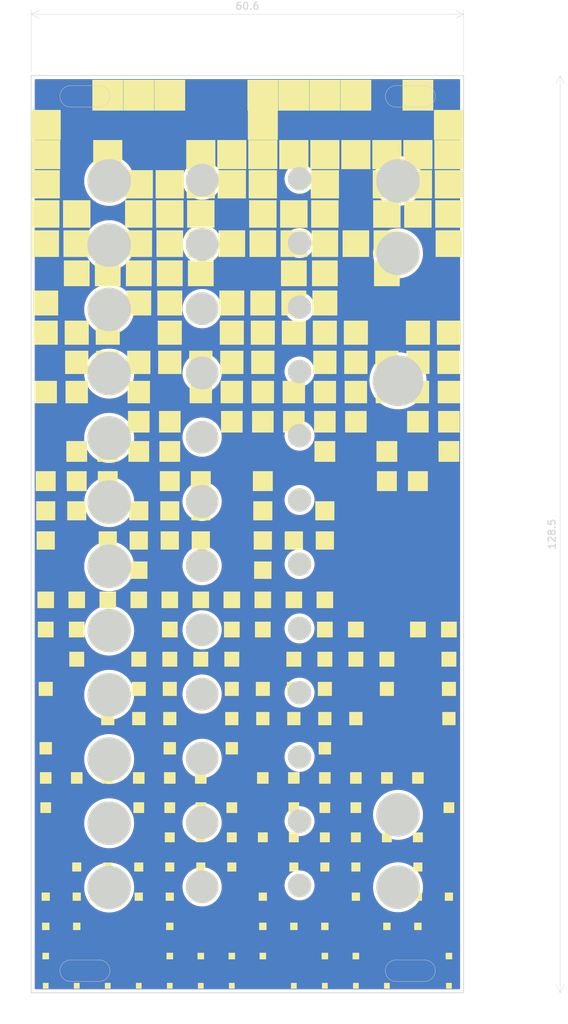
<source format=kicad_pcb>
(kicad_pcb (version 20241229) (generator "pcbnew") (generator_version "9.0")
  (layers (0 "F.Cu" signal) (2 "B.Cu" signal) (13 "F.Paste" user) (15 "B.Paste" user) (5 "F.SilkS" user "F.Silkscreen") (7 "B.SilkS" user "B.Silkscreen") (1 "F.Mask" user) (3 "B.Mask" user) (25 "Edge.Cuts" user))
  (net 0 "")
  (net 1 "GND")
  (gr_poly (pts (xy 151.379276 98.502434) (xy 148.82286 98.502434) (xy 148.82286 95.946011) (xy 151.379276 95.946011)) (fill yes) (layer "F.SilkS"))
  (gr_poly (pts (xy 198.490392 147.706582) (xy 197.337499 147.706582) (xy 197.337499 146.553689) (xy 198.490392 146.553689)) (fill yes) (layer "F.SilkS"))
  (gr_poly (pts (xy 156.018302 78.000691) (xy 152.877084 78.000691) (xy 152.877084 74.859471) (xy 156.018302 74.859471)) (fill yes) (layer "F.SilkS"))
  (gr_poly (pts (xy 164.770032 73.900346) (xy 161.511854 73.900346) (xy 161.511854 70.642167) (xy 164.770032 70.642167)) (fill yes) (layer "F.SilkS"))
  (gr_poly (pts (xy 156.36918 53.398612) (xy 152.526201 53.398612) (xy 152.526201 49.555632) (xy 156.36918 49.555632)) (fill yes) (layer "F.SilkS"))
  (gr_poly (pts (xy 168.531858 114.903817) (xy 166.443281 114.903817) (xy 166.443281 112.81524) (xy 168.531858 112.81524)) (fill yes) (layer "F.SilkS"))
  (gr_poly (pts (xy 190.674348 86.201386) (xy 187.767049 86.201386) (xy 187.767049 83.294087) (xy 190.674348 83.294087)) (fill yes) (layer "F.SilkS"))
  (gr_poly (pts (xy 173.755685 53.398612) (xy 169.912706 53.398612) (xy 169.912706 49.555632) (xy 173.755685 49.555632)) (fill yes) (layer "F.SilkS"))
  (gr_poly (pts (xy 168.473378 119.004166) (xy 166.501762 119.004166) (xy 166.501762 117.032555) (xy 168.473378 117.032555)) (fill yes) (layer "F.SilkS"))
  (gr_poly (pts (xy 189.972585 135.405556) (xy 188.468808 135.405556) (xy 188.468808 133.901787) (xy 189.972585 133.901787)) (fill yes) (layer "F.SilkS"))
  (gr_poly (pts (xy 178.102311 53.398612) (xy 174.259332 53.398612) (xy 174.259332 49.555632) (xy 178.102311 49.555632)) (fill yes) (layer "F.SilkS"))
  (gr_poly (pts (xy 159.487726 139.505883) (xy 158.100911 139.505883) (xy 158.100911 138.119073) (xy 159.487726 138.119073)) (fill yes) (layer "F.SilkS"))
  (gr_poly (pts (xy 156.427663 49.298262) (xy 152.467723 49.298262) (xy 152.467723 45.338322) (xy 156.427663 45.338322)) (fill yes) (layer "F.SilkS"))
  (gr_poly (pts (xy 168.590339 110.803475) (xy 166.384803 110.803475) (xy 166.384803 108.597939) (xy 168.590339 108.597939)) (fill yes) (layer "F.SilkS"))
  (gr_poly (pts (xy 177.751432 78.000691) (xy 174.610212 78.000691) (xy 174.610212 74.859471) (xy 177.751432 74.859471)) (fill yes) (layer "F.SilkS"))
  (gr_poly (pts (xy 173.521764 69.8) (xy 170.146627 69.8) (xy 170.146627 66.424859) (xy 173.521764 66.424859)) (fill yes) (layer "F.SilkS"))
  (gr_poly (pts (xy 152.081037 49.298262) (xy 148.121095 49.298262) (xy 148.121095 45.338322) (xy 152.081037 45.338322)) (fill yes) (layer "F.SilkS"))
  (gr_poly (pts (xy 160.949729 36.997224) (xy 156.638908 36.997224) (xy 156.638908 32.686402) (xy 160.949729 32.686402)) (fill yes) (layer "F.SilkS"))
  (gr_poly (pts (xy 195.079458 82.101037) (xy 192.055196 82.101037) (xy 192.055196 79.076779) (xy 195.079458 79.076779)) (fill yes) (layer "F.SilkS"))
  (gr_poly (pts (xy 156.19374 65.69965) (xy 152.70164 65.69965) (xy 152.70164 62.207553) (xy 156.19374 62.207553)) (fill yes) (layer "F.SilkS"))
  (gr_poly (pts (xy 194.202253 143.60624) (xy 192.932401 143.60624) (xy 192.932401 142.336388) (xy 194.202253 142.336388)) (fill yes) (layer "F.SilkS"))
  (gr_poly (pts (xy 142.686021 98.502434) (xy 140.129606 98.502434) (xy 140.129606 95.946011) (xy 142.686021 95.946011)) (fill yes) (layer "F.SilkS"))
  (gr_poly (pts (xy 151.788637 69.8) (xy 148.413497 69.8) (xy 148.413497 66.424859) (xy 151.788637 66.424859)) (fill yes) (layer "F.SilkS"))
  (gr_poly (pts (xy 160.715808 53.398612) (xy 156.872827 53.398612) (xy 156.872827 49.555632) (xy 160.715808 49.555632)) (fill yes) (layer "F.SilkS"))
  (gr_poly (pts (xy 185.275079 160.007638) (xy 184.473066 160.007638) (xy 184.473066 159.20562) (xy 185.275079 159.20562)) (fill yes) (layer "F.SilkS"))
  (gr_poly (pts (xy 180.928453 160.007638) (xy 180.126439 160.007638) (xy 180.126439 159.20562) (xy 180.928453 159.20562)) (fill yes) (layer "F.SilkS"))
  (gr_poly (pts (xy 182.682855 36.997224) (xy 178.372033 36.997224) (xy 178.372033 32.686402) (xy 182.682855 32.686402)) (fill yes) (layer "F.SilkS"))
  (gr_poly (pts (xy 190.84979 73.900346) (xy 187.591607 73.900346) (xy 187.591607 70.642167) (xy 190.84979 70.642167)) (fill yes) (layer "F.SilkS"))
  (gr_poly (pts (xy 159.546207 135.405556) (xy 158.04243 135.405556) (xy 158.04243 133.901787) (xy 159.546207 133.901787)) (fill yes) (layer "F.SilkS"))
  (gr_poly (pts (xy 186.912523 45.197915) (xy 182.835622 45.197915) (xy 182.835622 41.121014) (xy 186.912523 41.121014)) (fill yes) (layer "F.SilkS"))
  (gr_poly (pts (xy 160.131007 94.402081) (xy 157.457629 94.402081) (xy 157.457629 91.728703) (xy 160.131007 91.728703)) (fill yes) (layer "F.SilkS"))
  (gr_poly (pts (xy 168.356416 127.204858) (xy 166.618722 127.204858) (xy 166.618722 125.467164) (xy 168.356416 125.467164)) (fill yes) (layer "F.SilkS"))
  (gr_poly (pts (xy 180.986932 155.907296) (xy 180.06796 155.907296) (xy 180.06796 154.98832) (xy 180.986932 154.98832)) (fill yes) (layer "F.SilkS"))
  (gr_poly (pts (xy 173.463285 73.900346) (xy 170.205104 73.900346) (xy 170.205104 70.642167) (xy 173.463285 70.642167)) (fill yes) (layer "F.SilkS"))
  (gr_poly (pts (xy 156.310701 57.498957) (xy 152.584682 57.498957) (xy 152.584682 53.772937) (xy 156.310701 53.772937)) (fill yes) (layer "F.SilkS"))
  (gr_poly (pts (xy 195.137933 78.000691) (xy 191.996713 78.000691) (xy 191.996713 74.859471) (xy 195.137933 74.859471)) (fill yes) (layer "F.SilkS"))
  (gr_poly (pts (xy 181.279332 135.405556) (xy 179.77556 135.405556) (xy 179.77556 133.901787) (xy 181.279332 133.901787)) (fill yes) (layer "F.SilkS"))
  (gr_poly (pts (xy 186.386201 82.101037) (xy 183.361944 82.101037) (xy 183.361944 79.076779) (xy 186.386201 79.076779)) (fill yes) (layer "F.SilkS"))
  (gr_poly (pts (xy 160.072528 98.502434) (xy 157.516111 98.502434) (xy 157.516111 95.946011) (xy 160.072528 95.946011)) (fill yes) (layer "F.SilkS"))
  (gr_poly (pts (xy 160.306447 82.101037) (xy 157.28219 82.101037) (xy 157.28219 79.076779) (xy 160.306447 79.076779)) (fill yes) (layer "F.SilkS"))
  (gr_poly (pts (xy 151.437757 94.402081) (xy 148.764379 94.402081) (xy 148.764379 91.728703) (xy 151.437757 91.728703)) (fill yes) (layer "F.SilkS"))
  (gr_poly (pts (xy 194.08529 151.806939) (xy 193.049356 151.806939) (xy 193.049356 150.771004) (xy 194.08529 150.771004)) (fill yes) (layer "F.SilkS"))
  (gr_poly (pts (xy 155.959823 82.101037) (xy 152.935565 82.101037) (xy 152.935565 79.076779) (xy 155.959823 79.076779)) (fill yes) (layer "F.SilkS"))
  (gr_poly (pts (xy 199.601518 69.8) (xy 196.226377 69.8) (xy 196.226377 66.424859) (xy 199.601518 66.424859)) (fill yes) (layer "F.SilkS"))
  (gr_poly (pts (xy 155.608941 106.703126) (xy 153.286445 106.703126) (xy 153.286445 104.380624) (xy 155.608941 104.380624)) (fill yes) (layer "F.SilkS"))
  (gr_poly (pts (xy 159.604686 131.305207) (xy 157.983949 131.305207) (xy 157.983949 129.684472) (xy 159.604686 129.684472)) (fill yes) (layer "F.SilkS"))
  (gr_poly (pts (xy 191.025228 61.599301) (xy 187.416169 61.599301) (xy 187.416169 57.990243) (xy 191.025228 57.990243)) (fill yes) (layer "F.SilkS"))
  (gr_poly (pts (xy 142.978425 78.000691) (xy 139.837205 78.000691) (xy 139.837205 74.859471) (xy 142.978425 74.859471)) (fill yes) (layer "F.SilkS"))
  (gr_poly (pts (xy 173.697206 57.498957) (xy 169.971185 57.498957) (xy 169.971185 53.772937) (xy 173.697206 53.772937)) (fill yes) (layer "F.SilkS"))
  (gr_poly (pts (xy 191.14219 53.398612) (xy 187.299207 53.398612) (xy 187.299207 49.555632) (xy 191.14219 49.555632)) (fill yes) (layer "F.SilkS"))
  (gr_poly (pts (xy 156.603103 36.997224) (xy 152.292281 36.997224) (xy 152.292281 32.686402) (xy 156.603103 32.686402)) (fill yes) (layer "F.SilkS"))
  (gr_poly (pts (xy 198.373433 155.907296) (xy 197.454461 155.907296) (xy 197.454461 154.98832) (xy 198.373433 154.98832)) (fill yes) (layer "F.SilkS"))
  (gr_poly (pts (xy 160.598848 61.599301) (xy 156.989787 61.599301) (xy 156.989787 57.990243) (xy 160.598848 57.990243)) (fill yes) (layer "F.SilkS"))
  (gr_poly (pts (xy 159.780126 119.004166) (xy 157.808509 119.004166) (xy 157.808509 117.032555) (xy 159.780126 117.032555)) (fill yes) (layer "F.SilkS"))
  (gr_poly (pts (xy 169.058177 78.000691) (xy 165.916959 78.000691) (xy 165.916959 74.859471) (xy 169.058177 74.859471)) (fill yes) (layer "F.SilkS"))
  (gr_poly (pts (xy 163.892831 135.405556) (xy 162.389056 135.405556) (xy 162.389056 133.901787) (xy 163.892831 133.901787)) (fill yes) (layer "F.SilkS"))
  (gr_poly (pts (xy 194.260732 139.505883) (xy 192.873914 139.505883) (xy 192.873914 138.119073) (xy 194.260732 138.119073)) (fill yes) (layer "F.SilkS"))
  (gr_poly (pts (xy 177.342069 106.703126) (xy 175.019574 106.703126) (xy 175.019574 104.380624) (xy 177.342069 104.380624)) (fill yes) (layer "F.SilkS"))
  (gr_poly (pts (xy 164.945474 61.599301) (xy 161.336414 61.599301) (xy 161.336414 57.990243) (xy 164.945474 57.990243)) (fill yes) (layer "F.SilkS"))
  (gr_poly (pts (xy 186.737081 57.498957) (xy 183.01106 57.498957) (xy 183.01106 53.772937) (xy 186.737081 53.772937)) (fill yes) (layer "F.SilkS"))
  (gr_poly (pts (xy 181.981096 86.201386) (xy 179.073797 86.201386) (xy 179.073797 83.294087) (xy 181.981096 83.294087)) (fill yes) (layer "F.SilkS"))
  (gr_poly (pts (xy 181.805654 98.502434) (xy 179.249238 98.502434) (xy 179.249238 95.946011) (xy 181.805654 95.946011)) (fill yes) (layer "F.SilkS"))
  (gr_poly (pts (xy 151.203836 110.803475) (xy 148.9983 110.803475) (xy 148.9983 108.597939) (xy 151.203836 108.597939)) (fill yes) (layer "F.SilkS"))
  (gr_poly (pts (xy 164.360673 102.602776) (xy 161.921214 102.602776) (xy 161.921214 100.163323) (xy 164.360673 100.163323)) (fill yes) (layer "F.SilkS"))
  (gr_poly (pts (xy 177.108148 123.104516) (xy 175.253492 123.104516) (xy 175.253492 121.249856) (xy 177.108148 121.249856)) (fill yes) (layer "F.SilkS"))
  (gr_poly (pts (xy 155.784383 94.402081) (xy 153.111005 94.402081) (xy 153.111005 91.728703) (xy 155.784383 91.728703)) (fill yes) (layer "F.SilkS"))
  (gr_poly (pts (xy 143.504747 41.097573) (xy 139.310884 41.097573) (xy 139.310884 36.90371) (xy 143.504747 36.90371)) (fill yes) (layer "F.SilkS"))
  (gr_poly (pts (xy 159.195323 160.007638) (xy 158.393312 160.007638) (xy 158.393312 159.20562) (xy 159.195323 159.20562)) (fill yes) (layer "F.SilkS"))
  (gr_poly (pts (xy 165.003955 57.498957) (xy 161.277934 57.498957) (xy 161.277934 53.772937) (xy 165.003955 53.772937)) (fill yes) (layer "F.SilkS"))
  (gr_poly (pts (xy 150.735994 143.60624) (xy 149.46614 143.60624) (xy 149.46614 142.336388) (xy 150.735994 142.336388)) (fill yes) (layer "F.SilkS"))
  (gr_poly (pts (xy 172.352163 151.806939) (xy 171.316228 151.806939) (xy 171.316228 150.771004) (xy 172.352163 150.771004)) (fill yes) (layer "F.SilkS"))
  (gr_poly (pts (xy 181.864133 94.402081) (xy 179.190755 94.402081) (xy 179.190755 91.728703) (xy 181.864133 91.728703)) (fill yes) (layer "F.SilkS"))
  (gr_poly (pts (xy 143.387784 49.298262) (xy 139.427846 49.298262) (xy 139.427846 45.338322) (xy 143.387784 45.338322)) (fill yes) (layer "F.SilkS"))
  (gr_poly (pts (xy 185.567479 139.505883) (xy 184.180665 139.505883) (xy 184.180665 138.119073) (xy 185.567479 138.119073)) (fill yes) (layer "F.SilkS"))
  (gr_poly (pts (xy 177.92687 65.69965) (xy 174.43477 65.69965) (xy 174.43477 62.207553) (xy 177.92687 62.207553)) (fill yes) (layer "F.SilkS"))
  (gr_poly (pts (xy 177.985349 61.599301) (xy 174.376291 61.599301) (xy 174.376291 57.990243) (xy 177.985349 57.990243)) (fill yes) (layer "F.SilkS"))
  (gr_poly (pts (xy 143.153863 65.69965) (xy 139.661767 65.69965) (xy 139.661767 62.207553) (xy 143.153863 62.207553)) (fill yes) (layer "F.SilkS"))
  (gr_poly (pts (xy 142.802984 90.301732) (xy 140.012647 90.301732) (xy 140.012647 87.511395) (xy 142.802984 87.511395)) (fill yes) (layer "F.SilkS"))
  (gr_poly (pts (xy 147.44201 69.8) (xy 144.066873 69.8) (xy 144.066873 66.424859) (xy 147.44201 66.424859)) (fill yes) (layer "F.SilkS"))
  (gr_poly (pts (xy 150.911434 131.305207) (xy 149.290698 131.305207) (xy 149.290698 129.684472) (xy 150.911434 129.684472)) (fill yes) (layer "F.SilkS"))
  (gr_poly (pts (xy 150.852954 135.405556) (xy 149.34918 135.405556) (xy 149.34918 133.901787) (xy 150.852954 133.901787)) (fill yes) (layer "F.SilkS"))
  (gr_poly (pts (xy 146.857209 110.803475) (xy 144.651674 110.803475) (xy 144.651674 108.597939) (xy 146.857209 108.597939)) (fill yes) (layer "F.SilkS"))
  (gr_poly (pts (xy 169.233617 65.69965) (xy 165.741517 65.69965) (xy 165.741517 62.207553) (xy 169.233617 62.207553)) (fill yes) (layer "F.SilkS"))
  (gr_poly (pts (xy 159.370765 147.706582) (xy 158.217872 147.706582) (xy 158.217872 146.553689) (xy 159.370765 146.553689)) (fill yes) (layer "F.SilkS"))
  (gr_poly (pts (xy 160.423408 73.900346) (xy 157.165229 73.900346) (xy 157.165229 70.642167) (xy 160.423408 70.642167)) (fill yes) (layer "F.SilkS"))
  (gr_poly (pts (xy 143.329309 53.398612) (xy 139.486326 53.398612) (xy 139.486326 49.555632) (xy 143.329309 49.555632)) (fill yes) (layer "F.SilkS"))
  (gr_poly (pts (xy 172.644563 131.305207) (xy 171.023828 131.305207) (xy 171.023828 129.684472) (xy 172.644563 129.684472)) (fill yes) (layer "F.SilkS"))
  (gr_poly (pts (xy 143.270826 57.498957) (xy 139.544809 57.498957) (xy 139.544809 53.772937) (xy 143.270826 53.772937)) (fill yes) (layer "F.SilkS"))
  (gr_poly (pts (xy 151.262317 106.703126) (xy 148.939819 106.703126) (xy 148.939819 104.380624) (xy 151.262317 104.380624)) (fill yes) (layer "F.SilkS"))
  (gr_poly (pts (xy 163.54195 160.007638) (xy 162.739936 160.007638) (xy 162.739936 159.20562) (xy 163.54195 159.20562)) (fill yes) (layer "F.SilkS"))
  (gr_poly (pts (xy 176.815748 143.60624) (xy 175.545896 143.60624) (xy 175.545896 142.336388) (xy 176.815748 142.336388)) (fill yes) (layer "F.SilkS"))
  (gr_poly (pts (xy 155.725902 98.502434) (xy 153.169483 98.502434) (xy 153.169483 95.946011) (xy 155.725902 95.946011)) (fill yes) (layer "F.SilkS"))
  (gr_poly (pts (xy 164.126752 119.004166) (xy 162.155135 119.004166) (xy 162.155135 117.032555) (xy 164.126752 117.032555)) (fill yes) (layer "F.SilkS"))
  (gr_poly (pts (xy 150.677514 147.706582) (xy 149.524619 147.706582) (xy 149.524619 146.553689) (xy 150.677514 146.553689)) (fill yes) (layer "F.SilkS"))
  (gr_poly (pts (xy 156.076782 73.900346) (xy 152.818603 73.900346) (xy 152.818603 70.642167) (xy 156.076782 70.642167)) (fill yes) (layer "F.SilkS"))
  (gr_poly (pts (xy 146.79873 114.903817) (xy 144.710153 114.903817) (xy 144.710153 112.81524) (xy 146.79873 112.81524)) (fill yes) (layer "F.SilkS"))
  (gr_poly (pts (xy 182.390455 57.498957) (xy 178.664434 57.498957) (xy 178.664434 53.772937) (xy 182.390455 53.772937)) (fill yes) (layer "F.SilkS"))
  (gr_poly (pts (xy 198.899755 119.004166) (xy 196.928144 119.004166) (xy 196.928144 117.032555) (xy 198.899755 117.032555)) (fill yes) (layer "F.SilkS"))
  (gr_poly (pts (xy 146.389367 143.60624) (xy 145.119516 143.60624) (xy 145.119516 142.336388) (xy 146.389367 142.336388)) (fill yes) (layer "F.SilkS"))
  (gr_poly (pts (xy 151.496234 90.301732) (xy 148.705898 90.301732) (xy 148.705898 87.511395) (xy 151.496234 87.511395)) (fill yes) (layer "F.SilkS"))
  (gr_poly (pts (xy 159.663165 127.204858) (xy 157.92547 127.204858) (xy 157.92547 125.467164) (xy 159.663165 125.467164)) (fill yes) (layer "F.SilkS"))
  (gr_poly (pts (xy 147.14961 90.301732) (xy 144.359273 90.301732) (xy 144.359273 87.511395) (xy 147.14961 87.511395)) (fill yes) (layer "F.SilkS"))
  (gr_poly (pts (xy 147.325052 78.000691) (xy 144.183832 78.000691) (xy 144.183832 74.859471) (xy 147.325052 74.859471)) (fill yes) (layer "F.SilkS"))
  (gr_poly (pts (xy 142.159704 135.405556) (xy 140.655931 135.405556) (xy 140.655931 133.901787) (xy 142.159704 133.901787)) (fill yes) (layer "F.SilkS"))
  (gr_poly (pts (xy 160.774289 49.298262) (xy 156.814348 49.298262) (xy 156.814348 45.338322) (xy 160.774289 45.338322)) (fill yes) (layer "F.SilkS"))
  (gr_poly (pts (xy 198.958242 114.903817) (xy 196.869664 114.903817) (xy 196.869664 112.81524) (xy 198.958242 112.81524)) (fill yes) (layer "F.SilkS"))
  (gr_poly (pts (xy 172.293683 155.907296) (xy 171.374708 155.907296) (xy 171.374708 154.98832) (xy 172.293683 154.98832)) (fill yes) (layer "F.SilkS"))
  (gr_poly (pts (xy 190.791311 78.000691) (xy 187.650091 78.000691) (xy 187.650091 74.859471) (xy 190.791311 74.859471)) (fill yes) (layer "F.SilkS"))
  (gr_poly (pts (xy 163.717391 147.706582) (xy 162.564496 147.706582) (xy 162.564496 146.553689) (xy 163.717391 146.553689)) (fill yes) (layer "F.SilkS"))
  (gr_poly (pts (xy 182.215017 69.8) (xy 178.839876 69.8) (xy 178.839876 66.424859) (xy 182.215017 66.424859)) (fill yes) (layer "F.SilkS"))
  (gr_poly (pts (xy 172.936963 110.803475) (xy 170.731426 110.803475) (xy 170.731426 108.597939) (xy 172.936963 108.597939)) (fill yes) (layer "F.SilkS"))
  (gr_poly (pts (xy 165.062434 53.398612) (xy 161.219455 53.398612) (xy 161.219455 49.555632) (xy 165.062434 49.555632)) (fill yes) (layer "F.SilkS"))
  (gr_poly (pts (xy 164.30219 106.703126) (xy 161.979696 106.703126) (xy 161.979696 104.380624) (xy 164.30219 104.380624)) (fill yes) (layer "F.SilkS"))
  (gr_poly (pts (xy 190.206506 119.004166) (xy 188.234891 119.004166) (xy 188.234891 117.032555) (xy 190.206506 117.032555)) (fill yes) (layer "F.SilkS"))
  (gr_poly (pts (xy 160.247968 86.201386) (xy 157.340671 86.201386) (xy 157.340671 83.294087) (xy 160.247968 83.294087)) (fill yes) (layer "F.SilkS"))
  (gr_poly (pts (xy 146.330888 147.706582) (xy 145.177995 147.706582) (xy 145.177995 146.553689) (xy 146.330888 146.553689)) (fill yes) (layer "F.SilkS"))
  (gr_poly (pts (xy 143.095388 69.8) (xy 139.720247 69.8) (xy 139.720247 66.424859) (xy 143.095388 66.424859)) (fill yes) (layer "F.SilkS"))
  (gr_poly (pts (xy 141.984266 147.706582) (xy 140.831369 147.706582) (xy 140.831369 146.553689) (xy 141.984266 146.553689)) (fill yes) (layer "F.SilkS"))
  (gr_poly (pts (xy 168.9997 82.101037) (xy 165.97544 82.101037) (xy 165.97544 79.076779) (xy 168.9997 79.076779)) (fill yes) (layer "F.SilkS"))
  (gr_poly (pts (xy 151.964078 57.498957) (xy 148.238057 57.498957) (xy 148.238057 53.772937) (xy 151.964078 53.772937)) (fill yes) (layer "F.SilkS"))
  (gr_poly (pts (xy 181.396295 127.204858) (xy 179.658597 127.204858) (xy 179.658597 125.467164) (xy 181.396295 125.467164)) (fill yes) (layer "F.SilkS"))
  (gr_poly (pts (xy 177.86839 69.8) (xy 174.493253 69.8) (xy 174.493253 66.424859) (xy 177.86839 66.424859)) (fill yes) (layer "F.SilkS"))
  (gr_poly (pts (xy 164.185232 114.903817) (xy 162.096656 114.903817) (xy 162.096656 112.81524) (xy 164.185232 112.81524)) (fill yes) (layer "F.SilkS"))
  (gr_poly (pts (xy 186.50316 73.900346) (xy 183.244981 73.900346) (xy 183.244981 70.642167) (xy 186.50316 70.642167)) (fill yes) (layer "F.SilkS"))
  (gr_poly (pts (xy 169.116659 73.900346) (xy 165.85848 73.900346) (xy 165.85848 70.642167) (xy 169.116659 70.642167)) (fill yes) (layer "F.SilkS"))
  (gr_poly (pts (xy 155.491981 114.903817) (xy 153.403405 114.903817) (xy 153.403405 112.81524) (xy 155.491981 112.81524)) (fill yes) (layer "F.SilkS"))
  (gr_poly (pts (xy 154.848699 160.007638) (xy 154.046684 160.007638) (xy 154.046684 159.20562) (xy 154.848699 159.20562)) (fill yes) (layer "F.SilkS"))
  (gr_poly (pts (xy 195.605779 45.197915) (xy 191.528875 45.197915) (xy 191.528875 41.121014) (xy 195.605779 41.121014)) (fill yes) (layer "F.SilkS"))
  (gr_poly (pts (xy 181.045415 151.806939) (xy 180.009481 151.806939) (xy 180.009481 150.771004) (xy 181.045415 150.771004)) (fill yes) (layer "F.SilkS"))
  (gr_poly (pts (xy 177.459028 98.502434) (xy 174.902612 98.502434) (xy 174.902612 95.946011) (xy 177.459028 95.946011)) (fill yes) (layer "F.SilkS"))
  (gr_poly (pts (xy 185.918363 114.903817) (xy 183.829786 114.903817) (xy 183.829786 112.81524) (xy 185.918363 112.81524)) (fill yes) (layer "F.SilkS"))
  (gr_poly (pts (xy 141.808824 160.007638) (xy 141.00681 160.007638) (xy 141.00681 159.20562) (xy 141.808824 159.20562)) (fill yes) (layer "F.SilkS"))
  (gr_poly (pts (xy 194.670095 110.803475) (xy 192.464555 110.803475) (xy 192.464555 108.597939) (xy 194.670095 108.597939)) (fill yes) (layer "F.SilkS"))
  (gr_poly (pts (xy 178.336229 36.997224) (xy 174.025411 36.997224) (xy 174.025411 32.686402) (xy 178.336229 32.686402)) (fill yes) (layer "F.SilkS"))
  (gr_poly (pts (xy 167.888578 160.007638) (xy 167.086564 160.007638) (xy 167.086564 159.20562) (xy 167.888578 159.20562)) (fill yes) (layer "F.SilkS"))
  (gr_poly (pts (xy 159.897086 110.803475) (xy 157.691551 110.803475) (xy 157.691551 108.597939) (xy 159.897086 108.597939)) (fill yes) (layer "F.SilkS"))
  (gr_poly (pts (xy 172.995443 106.703126) (xy 170.672948 106.703126) (xy 170.672948 104.380624) (xy 172.995443 104.380624)) (fill yes) (layer "F.SilkS"))
  (gr_poly (pts (xy 172.527601 139.505883) (xy 171.140786 139.505883) (xy 171.140786 138.119073) (xy 172.527601 138.119073)) (fill yes) (layer "F.SilkS"))
  (gr_poly (pts (xy 155.901342 86.201386) (xy 152.994043 86.201386) (xy 152.994043 83.294087) (xy 155.901342 83.294087)) (fill yes) (layer "F.SilkS"))
  (gr_poly (pts (xy 141.925779 151.806939) (xy 140.889848 151.806939) (xy 140.889848 150.771004) (xy 141.925779 150.771004)) (fill yes) (layer "F.SilkS"))
  (gr_poly (pts (xy 173.229364 90.301732) (xy 170.439027 90.301732) (xy 170.439027 87.511395) (xy 173.229364 87.511395)) (fill yes) (layer "F.SilkS"))
  (gr_poly (pts (xy 163.834352 139.505883) (xy 162.447538 139.505883) (xy 162.447538 138.119073) (xy 163.834352 138.119073)) (fill yes) (layer "F.SilkS"))
  (gr_poly (pts (xy 151.086877 119.004166) (xy 149.115259 119.004166) (xy 149.115259 117.032555) (xy 151.086877 117.032555)) (fill yes) (layer "F.SilkS"))
  (gr_poly (pts (xy 194.377694 131.305207) (xy 192.756959 131.305207) (xy 192.756959 129.684472) (xy 194.377694 129.684472)) (fill yes) (layer "F.SilkS"))
  (gr_poly (pts (xy 173.931127 41.097573) (xy 169.737264 41.097573) (xy 169.737264 36.90371) (xy 173.931127 36.90371)) (fill yes) (layer "F.SilkS"))
  (gr_poly (pts (xy 147.091131 94.402081) (xy 144.417753 94.402081) (xy 144.417753 91.728703) (xy 147.091131 91.728703)) (fill yes) (layer "F.SilkS"))
  (gr_poly (pts (xy 163.775871 143.60624) (xy 162.506017 143.60624) (xy 162.506017 142.336388) (xy 163.775871 142.336388)) (fill yes) (layer "F.SilkS"))
  (gr_poly (pts (xy 199.484559 78.000691) (xy 196.343343 78.000691) (xy 196.343343 74.859471) (xy 199.484559 74.859471)) (fill yes) (layer "F.SilkS"))
  (gr_poly (pts (xy 195.488813 53.398612) (xy 191.645833 53.398612) (xy 191.645833 49.555632) (xy 195.488813 49.555632)) (fill yes) (layer "F.SilkS"))
  (gr_poly (pts (xy 143.44626 45.197915) (xy 139.369359 45.197915) (xy 139.369359 41.121014) (xy 143.44626 41.121014)) (fill yes) (layer "F.SilkS"))
  (gr_poly (pts (xy 163.600431 155.907296) (xy 162.681457 155.907296) (xy 162.681457 154.98832) (xy 163.600431 154.98832)) (fill yes) (layer "F.SilkS"))
  (gr_poly (pts (xy 172.820005 119.004166) (xy 170.848386 119.004166) (xy 170.848386 117.032555) (xy 172.820005 117.032555)) (fill yes) (layer "F.SilkS"))
  (gr_poly (pts (xy 168.180974 139.505883) (xy 166.79416 139.505883) (xy 166.79416 138.119073) (xy 168.180974 138.119073)) (fill yes) (layer "F.SilkS"))
  (gr_poly (pts (xy 198.665838 135.405556) (xy 197.162061 135.405556) (xy 197.162061 133.901787) (xy 198.665838 133.901787)) (fill yes) (layer "F.SilkS"))
  (gr_poly (pts (xy 176.874227 139.505883) (xy 175.487413 139.505883) (xy 175.487413 138.119073) (xy 176.874227 138.119073)) (fill yes) (layer "F.SilkS"))
  (gr_poly (pts (xy 194.143773 147.706582) (xy 192.990876 147.706582) (xy 192.990876 146.553689) (xy 194.143773 146.553689)) (fill yes) (layer "F.SilkS"))
  (gr_poly (pts (xy 182.565896 45.197915) (xy 178.488996 45.197915) (xy 178.488996 41.121014) (xy 182.565896 41.121014)) (fill yes) (layer "F.SilkS"))
  (gr_poly (pts (xy 167.947057 155.907296) (xy 167.028081 155.907296) (xy 167.028081 154.98832) (xy 167.947057 154.98832)) (fill yes) (layer "F.SilkS"))
  (gr_poly (pts (xy 155.433502 119.004166) (xy 153.461885 119.004166) (xy 153.461885 117.032555) (xy 155.433502 117.032555)) (fill yes) (layer "F.SilkS"))
  (gr_poly (pts (xy 185.684438 131.305207) (xy 184.063703 131.305207) (xy 184.063703 129.684472) (xy 185.684438 129.684472)) (fill yes) (layer "F.SilkS"))
  (gr_poly (pts (xy 181.513254 119.004166) (xy 179.541639 119.004166) (xy 179.541639 117.032555) (xy 181.513254 117.032555)) (fill yes) (layer "F.SilkS"))
  (gr_poly (pts (xy 173.053922 102.602776) (xy 170.614465 102.602776) (xy 170.614465 100.163323) (xy 173.053922 100.163323)) (fill yes) (layer "F.SilkS"))
  (gr_poly (pts (xy 155.199579 135.405556) (xy 153.695804 135.405556) (xy 153.695804 133.901787) (xy 155.199579 133.901787)) (fill yes) (layer "F.SilkS"))
  (gr_poly (pts (xy 155.024139 147.706582) (xy 153.871244 147.706582) (xy 153.871244 146.553689) (xy 155.024139 146.553689)) (fill yes) (layer "F.SilkS"))
  (gr_poly (pts (xy 169.35058 57.498957) (xy 165.624559 57.498957) (xy 165.624559 53.772937) (xy 169.35058 53.772937)) (fill yes) (layer "F.SilkS"))
  (gr_poly (pts (xy 159.429244 143.60624) (xy 158.159391 143.60624) (xy 158.159391 142.336388) (xy 159.429244 142.336388)) (fill yes) (layer "F.SilkS"))
  (gr_poly (pts (xy 199.016717 110.803475) (xy 196.811178 110.803475) (xy 196.811178 108.597939) (xy 199.016717 108.597939)) (fill yes) (layer "F.SilkS"))
  (gr_poly (pts (xy 185.508996 143.60624) (xy 184.239145 143.60624) (xy 184.239145 142.336388) (xy 185.508996 142.336388)) (fill yes) (layer "F.SilkS"))
  (gr_poly (pts (xy 142.510587 110.803475) (xy 140.305051 110.803475) (xy 140.305051 108.597939) (xy 142.510587 108.597939)) (fill yes) (layer "F.SilkS"))
  (gr_poly (pts (xy 199.543035 73.900346) (xy 196.284856 73.900346) (xy 196.284856 70.642167) (xy 199.543035 70.642167)) (fill yes) (layer "F.SilkS"))
  (gr_poly (pts (xy 160.189487 90.301732) (xy 157.39915 90.301732) (xy 157.39915 87.511395) (xy 160.189487 87.511395)) (fill yes) (layer "F.SilkS"))
  (gr_poly (pts (xy 151.730159 73.900346) (xy 148.471978 73.900346) (xy 148.471978 70.642167) (xy 151.730159 70.642167)) (fill yes) (layer "F.SilkS"))
  (gr_poly (pts (xy 163.95131 131.305207) (xy 162.330575 131.305207) (xy 162.330575 129.684472) (xy 163.95131 129.684472)) (fill yes) (layer "F.SilkS"))
  (gr_poly (pts (xy 147.61745 57.498957) (xy 143.891431 57.498957) (xy 143.891431 53.772937) (xy 147.61745 53.772937)) (fill yes) (layer "F.SilkS"))
  (gr_poly (pts (xy 177.692952 82.101037) (xy 174.668691 82.101037) (xy 174.668691 79.076779) (xy 177.692952 79.076779)) (fill yes) (layer "F.SilkS"))
  (gr_poly (pts (xy 182.331975 61.599301) (xy 178.722917 61.599301) (xy 178.722917 57.990243) (xy 182.331975 57.990243)) (fill yes) (layer "F.SilkS"))
  (gr_poly (pts (xy 173.814164 49.298262) (xy 169.854223 49.298262) (xy 169.854223 45.338322) (xy 173.814164 45.338322)) (fill yes) (layer "F.SilkS"))
  (gr_poly (pts (xy 142.744504 94.402081) (xy 140.071126 94.402081) (xy 140.071126 91.728703) (xy 142.744504 91.728703)) (fill yes) (layer "F.SilkS"))
  (gr_poly (pts (xy 182.039575 82.101037) (xy 179.015317 82.101037) (xy 179.015317 79.076779) (xy 182.039575 79.076779)) (fill yes) (layer "F.SilkS"))
  (gr_poly (pts (xy 147.675931 53.398612) (xy 143.832948 53.398612) (xy 143.832948 49.555632) (xy 147.675931 49.555632)) (fill yes) (layer "F.SilkS"))
  (gr_poly (pts (xy 173.872648 45.197915) (xy 169.795745 45.197915) (xy 169.795745 41.121014) (xy 173.872648 41.121014)) (fill yes) (layer "F.SilkS"))
  (gr_poly (pts (xy 176.932706 135.405556) (xy 175.428933 135.405556) (xy 175.428933 133.901787) (xy 176.932706 133.901787)) (fill yes) (layer "F.SilkS"))
  (gr_poly (pts (xy 186.444684 78.000691) (xy 183.303464 78.000691) (xy 183.303464 74.859471) (xy 186.444684 74.859471)) (fill yes) (layer "F.SilkS"))
  (gr_poly (pts (xy 164.419153 98.502434) (xy 161.862735 98.502434) (xy 161.862735 95.946011) (xy 164.419153 95.946011)) (fill yes) (layer "F.SilkS"))
  (gr_poly (pts (xy 150.794475 139.505883) (xy 149.407659 139.505883) (xy 149.407659 138.119073) (xy 150.794475 138.119073)) (fill yes) (layer "F.SilkS"))
  (gr_poly (pts (xy 146.915689 106.703126) (xy 144.59319 106.703126) (xy 144.59319 104.380624) (xy 146.915689 104.380624)) (fill yes) (layer "F.SilkS"))
  (gr_poly (pts (xy 173.989606 36.997224) (xy 169.678785 36.997224) (xy 169.678785 32.686402) (xy 173.989606 32.686402)) (fill yes) (layer "F.SilkS"))
  (gr_poly (pts (xy 168.648818 106.703126) (xy 166.326322 106.703126) (xy 166.326322 104.380624) (xy 168.648818 104.380624)) (fill yes) (layer "F.SilkS"))
  (gr_poly (pts (xy 199.77696 57.498957) (xy 196.050939 57.498957) (xy 196.050939 53.772937) (xy 199.77696 53.772937)) (fill yes) (layer "F.SilkS"))
  (gr_poly (pts (xy 172.761522 123.104516) (xy 170.906865 123.104516) (xy 170.906865 121.249856) (xy 172.761522 121.249856)) (fill yes) (layer "F.SilkS"))
  (gr_poly (pts (xy 189.738668 151.806939) (xy 188.702733 151.806939) (xy 188.702733 150.771004) (xy 189.738668 150.771004)) (fill yes) (layer "F.SilkS"))
  (gr_poly (pts (xy 189.797147 147.706582) (xy 188.64425 147.706582) (xy 188.64425 146.553689) (xy 189.797147 146.553689)) (fill yes) (layer "F.SilkS"))
  (gr_poly (pts (xy 181.571737 114.903817) (xy 179.483159 114.903817) (xy 179.483159 112.81524) (xy 181.571737 112.81524)) (fill yes) (layer "F.SilkS"))
  (gr_poly (pts (xy 185.8014 123.104516) (xy 183.946744 123.104516) (xy 183.946744 121.249856) (xy 185.8014 121.249856)) (fill yes) (layer "F.SilkS"))
  (gr_poly (pts (xy 164.536111 90.301732) (xy 161.745775 90.301732) (xy 161.745775 87.511395) (xy 164.536111 87.511395)) (fill yes) (layer "F.SilkS"))
  (gr_poly (pts (xy 199.893918 49.298262) (xy 195.933976 49.298262) (xy 195.933976 45.338322) (xy 199.893918 45.338322)) (fill yes) (layer "F.SilkS"))
  (gr_poly (pts (xy 150.502075 160.007638) (xy 149.700061 160.007638) (xy 149.700061 159.20562) (xy 150.502075 159.20562)) (fill yes) (layer "F.SilkS"))
  (gr_poly (pts (xy 169.175138 69.8) (xy 165.8 69.8) (xy 165.8 66.424859) (xy 169.175138 66.424859)) (fill yes) (layer "F.SilkS"))
  (gr_poly (pts (xy 155.667421 102.602776) (xy 153.227964 102.602776) (xy 153.227964 100.163323) (xy 155.667421 100.163323)) (fill yes) (layer "F.SilkS"))
  (gr_poly (pts (xy 168.239457 135.405556) (xy 166.735683 135.405556) (xy 166.735683 133.901787) (xy 168.239457 133.901787)) (fill yes) (layer "F.SilkS"))
  (gr_poly (pts (xy 159.955566 106.703126) (xy 157.633069 106.703126) (xy 157.633069 104.380624) (xy 159.955566 104.380624)) (fill yes) (layer "F.SilkS"))
  (gr_poly (pts (xy 168.414899 123.104516) (xy 166.560243 123.104516) (xy 166.560243 121.249856) (xy 168.414899 121.249856)) (fill yes) (layer "F.SilkS"))
  (gr_poly (pts (xy 147.558973 61.599301) (xy 143.94991 61.599301) (xy 143.94991 57.990243) (xy 147.558973 57.990243)) (fill yes) (layer "F.SilkS"))
  (gr_poly (pts (xy 195.196412 73.900346) (xy 191.938234 73.900346) (xy 191.938234 70.642167) (xy 195.196412 70.642167)) (fill yes) (layer "F.SilkS"))
  (gr_poly (pts (xy 146.564809 131.305207) (xy 144.944074 131.305207) (xy 144.944074 129.684472) (xy 146.564809 129.684472)) (fill yes) (layer "F.SilkS"))
  (gr_poly (pts (xy 155.258062 131.305207) (xy 153.637327 131.305207) (xy 153.637327 129.684472) (xy 155.258062 129.684472)) (fill yes) (layer "F.SilkS"))
  (gr_poly (pts (xy 199.835439 53.398612) (xy 195.99246 53.398612) (xy 195.99246 49.555632) (xy 199.835439 49.555632)) (fill yes) (layer "F.SilkS"))
  (gr_poly (pts (xy 177.22511 114.903817) (xy 175.136533 114.903817) (xy 175.136533 112.81524) (xy 177.22511 112.81524)) (fill yes) (layer "F.SilkS"))
  (gr_poly (pts (xy 198.841276 123.104516) (xy 196.986619 123.104516) (xy 196.986619 121.249856) (xy 198.841276 121.249856)) (fill yes) (layer "F.SilkS"))
  (gr_poly (pts (xy 164.243711 110.803475) (xy 162.038175 110.803475) (xy 162.038175 108.597939) (xy 164.243711 108.597939)) (fill yes) (layer "F.SilkS"))
  (gr_poly (pts (xy 182.156537 73.900346) (xy 178.898355 73.900346) (xy 178.898355 70.642167) (xy 182.156537 70.642167)) (fill yes) (layer "F.SilkS"))
  (gr_poly (pts (xy 152.256477 36.997224) (xy 147.945655 36.997224) (xy 147.945655 32.686402) (xy 152.256477 32.686402)) (fill yes) (layer "F.SilkS"))
  (gr_poly (pts (xy 181.688695 106.703126) (xy 179.366197 106.703126) (xy 179.366197 104.380624) (xy 181.688695 104.380624)) (fill yes) (layer "F.SilkS"))
  (gr_poly (pts (xy 190.615869 90.301732) (xy 187.825528 90.301732) (xy 187.825528 87.511395) (xy 190.615869 87.511395)) (fill yes) (layer "F.SilkS"))
  (gr_poly (pts (xy 187.029485 36.997224) (xy 182.71866 36.997224) (xy 182.71866 32.686402) (xy 187.029485 32.686402)) (fill yes) (layer "F.SilkS"))
  (gr_poly (pts (xy 189.621705 160.007638) (xy 188.819692 160.007638) (xy 188.819692 159.20562) (xy 189.621705 159.20562)) (fill yes) (layer "F.SilkS"))
  (gr_poly (pts (xy 182.098058 78.000691) (xy 178.956838 78.000691) (xy 178.956838 74.859471) (xy 182.098058 74.859471)) (fill yes) (layer "F.SilkS"))
  (gr_poly (pts (xy 165.179395 45.197915) (xy 161.102495 45.197915) (xy 161.102495 41.121014) (xy 165.179395 41.121014)) (fill yes) (layer "F.SilkS"))
  (gr_poly (pts (xy 200.010881 41.097573) (xy 195.817022 41.097573) (xy 195.817022 36.90371) (xy 200.010881 36.90371)) (fill yes) (layer "F.SilkS"))
  (gr_poly (pts (xy 186.561639 69.8) (xy 183.186502 69.8) (xy 183.186502 66.424859) (xy 186.561639 66.424859)) (fill yes) (layer "F.SilkS"))
  (gr_poly (pts (xy 189.914106 139.505883) (xy 188.527292 139.505883) (xy 188.527292 138.119073) (xy 189.914106 138.119073)) (fill yes) (layer "F.SilkS"))
  (gr_poly (pts (xy 185.450521 147.706582) (xy 184.297624 147.706582) (xy 184.297624 146.553689) (xy 185.450521 146.553689)) (fill yes) (layer "F.SilkS"))
  (gr_poly (pts (xy 169.526021 45.197915) (xy 165.449119 45.197915) (xy 165.449119 41.121014) (xy 169.526021 41.121014)) (fill yes) (layer "F.SilkS"))
  (gr_poly (pts (xy 147.383533 73.900346) (xy 144.125352 73.900346) (xy 144.125352 70.642167) (xy 147.383533 70.642167)) (fill yes) (layer "F.SilkS"))
  (gr_poly (pts (xy 146.272405 151.806939) (xy 145.236474 151.806939) (xy 145.236474 150.771004) (xy 146.272405 150.771004)) (fill yes) (layer "F.SilkS"))
  (gr_poly (pts (xy 156.252223 61.599301) (xy 152.643163 61.599301) (xy 152.643163 57.990243) (xy 156.252223 57.990243)) (fill yes) (layer "F.SilkS"))
  (gr_poly (pts (xy 195.254896 69.8) (xy 191.879758 69.8) (xy 191.879758 66.424859) (xy 195.254896 66.424859)) (fill yes) (layer "F.SilkS"))
  (gr_poly (pts (xy 172.410642 147.706582) (xy 171.257747 147.706582) (xy 171.257747 146.553689) (xy 172.410642 146.553689)) (fill yes) (layer "F.SilkS"))
  (gr_poly (pts (xy 173.170884 94.402081) (xy 170.497506 94.402081) (xy 170.497506 91.728703) (xy 173.170884 91.728703)) (fill yes) (layer "F.SilkS"))
  (gr_poly (pts (xy 194.962491 90.301732) (xy 192.172155 90.301732) (xy 192.172155 87.511395) (xy 194.962491 87.511395)) (fill yes) (layer "F.SilkS"))
  (gr_poly (pts (xy 181.630216 110.803475) (xy 179.424676 110.803475) (xy 179.424676 108.597939) (xy 181.630216 108.597939)) (fill yes) (layer "F.SilkS"))
  (gr_poly (pts (xy 146.155446 160.007638) (xy 145.353433 160.007638) (xy 145.353433 159.20562) (xy 146.155446 159.20562)) (fill yes) (layer "F.SilkS"))
  (gr_poly (pts (xy 151.320794 102.602776) (xy 148.881337 102.602776) (xy 148.881337 100.163323) (xy 151.320794 100.163323)) (fill yes) (layer "F.SilkS"))
  (gr_poly (pts (xy 159.721647 123.104516) (xy 157.86699 123.104516) (xy 157.86699 121.249856) (xy 159.721647 121.249856)) (fill yes) (layer "F.SilkS"))
  (gr_poly (pts (xy 177.166631 119.004166) (xy 175.195012 119.004166) (xy 175.195012 117.032555) (xy 177.166631 117.032555)) (fill yes) (layer "F.SilkS"))
  (gr_poly (pts (xy 142.393621 119.004166) (xy 140.42201 119.004166) (xy 140.42201 117.032555) (xy 142.393621 117.032555)) (fill yes) (layer "F.SilkS"))
  (gr_poly (pts (xy 159.312284 151.806939) (xy 158.276351 151.806939) (xy 158.276351 150.771004) (xy 159.312284 150.771004)) (fill yes) (layer "F.SilkS"))
  (gr_poly (pts (xy 181.454774 123.104516) (xy 179.600118 123.104516) (xy 179.600118 121.249856) (xy 181.454774 121.249856)) (fill yes) (layer "F.SilkS"))
  (gr_poly (pts (xy 199.952398 45.197915) (xy 195.875501 45.197915) (xy 195.875501 41.121014) (xy 199.952398 41.121014)) (fill yes) (layer "F.SilkS"))
  (gr_poly (pts (xy 191.20067 49.298262) (xy 187.240728 49.298262) (xy 187.240728 45.338322) (xy 191.20067 45.338322)) (fill yes) (layer "F.SilkS"))
  (gr_poly (pts (xy 191.259149 45.197915) (xy 187.182248 45.197915) (xy 187.182248 41.121014) (xy 191.259149 41.121014)) (fill yes) (layer "F.SilkS"))
  (gr_poly (pts (xy 182.273496 65.69965) (xy 178.781396 65.69965) (xy 178.781396 62.207553) (xy 182.273496 62.207553)) (fill yes) (layer "F.SilkS"))
  (gr_poly (pts (xy 199.426076 82.101037) (xy 196.401819 82.101037) (xy 196.401819 79.076779) (xy 199.426076 79.076779)) (fill yes) (layer "F.SilkS"))
  (gr_poly (pts (xy 191.083707 57.498957) (xy 187.357686 57.498957) (xy 187.357686 53.772937) (xy 191.083707 53.772937)) (fill yes) (layer "F.SilkS"))
  (gr_poly (pts (xy 164.711553 78.000691) (xy 161.570335 78.000691) (xy 161.570335 74.859471) (xy 164.711553 74.859471)) (fill yes) (layer "F.SilkS"))
  (gr_poly (pts (xy 195.547296 49.298262) (xy 191.587354 49.298262) (xy 191.587354 45.338322) (xy 195.547296 45.338322)) (fill yes) (layer "F.SilkS"))
  (gr_poly (pts (xy 173.580243 65.69965) (xy 170.088144 65.69965) (xy 170.088144 62.207553) (xy 173.580243 62.207553)) (fill yes) (layer "F.SilkS"))
  (gr_poly (pts (xy 173.112401 98.502434) (xy 170.555986 98.502434) (xy 170.555986 95.946011) (xy 173.112401 95.946011)) (fill yes) (layer "F.SilkS"))
  (gr_poly (pts (xy 173.404805 78.000691) (xy 170.263585 78.000691) (xy 170.263585 74.859471) (xy 173.404805 74.859471)) (fill yes) (layer "F.SilkS"))
  (gr_poly (pts (xy 160.657329 57.498957) (xy 156.931306 57.498957) (xy 156.931306 53.772937) (xy 160.657329 53.772937)) (fill yes) (layer "F.SilkS"))
  (gr_poly (pts (xy 176.991189 131.305207) (xy 175.370454 131.305207) (xy 175.370454 129.684472) (xy 176.991189 129.684472)) (fill yes) (layer "F.SilkS"))
  (gr_poly (pts (xy 142.276662 127.204858) (xy 140.538968 127.204858) (xy 140.538968 125.467164) (xy 142.276662 125.467164)) (fill yes) (layer "F.SilkS"))
  (gr_poly (pts (xy 142.218179 131.305207) (xy 140.597444 131.305207) (xy 140.597444 129.684472) (xy 142.218179 129.684472)) (fill yes) (layer "F.SilkS"))
  (gr_poly (pts (xy 141.867299 155.907296) (xy 140.948327 155.907296) (xy 140.948327 154.98832) (xy 141.867299 154.98832)) (fill yes) (layer "F.SilkS"))
  (gr_poly (pts (xy 142.569066 106.703126) (xy 140.246568 106.703126) (xy 140.246568 104.380624) (xy 142.569066 104.380624)) (fill yes) (layer "F.SilkS"))
  (gr_poly (pts (xy 176.581827 160.007638) (xy 175.779813 160.007638) (xy 175.779813 159.20562) (xy 176.581827 159.20562)) (fill yes) (layer "F.SilkS"))
  (gr_poly (pts (xy 164.477632 94.402081) (xy 161.804254 94.402081) (xy 161.804254 91.728703) (xy 164.477632 91.728703)) (fill yes) (layer "F.SilkS"))
  (gr_poly (pts (xy 190.031064 131.305207) (xy 188.410329 131.305207) (xy 188.410329 129.684472) (xy 190.031064 129.684472)) (fill yes) (layer "F.SilkS"))
  (gr_poly (pts (xy 178.219274 45.197915) (xy 174.14237 45.197915) (xy 174.14237 41.121014) (xy 178.219274 41.121014)) (fill yes) (layer "F.SilkS"))
  (gr_poly (pts (xy 151.905597 61.599301) (xy 148.296537 61.599301) (xy 148.296537 57.990243) (xy 151.905597 57.990243)) (fill yes) (layer "F.SilkS"))
  (gr_poly (pts (xy 181.162374 143.60624) (xy 179.892518 143.60624) (xy 179.892518 142.336388) (xy 181.162374 142.336388)) (fill yes) (layer "F.SilkS"))
  (gr_poly (pts (xy 152.139518 45.197915) (xy 148.062618 45.197915) (xy 148.062618 41.121014) (xy 152.139518 41.121014)) (fill yes) (layer "F.SilkS"))
  (gr_poly (pts (xy 160.481887 69.8) (xy 157.106748 69.8) (xy 157.106748 66.424859) (xy 160.481887 66.424859)) (fill yes) (layer "F.SilkS"))
  (gr_poly (pts (xy 151.847116 65.69965) (xy 148.355016 65.69965) (xy 148.355016 62.207553) (xy 151.847116 62.207553)) (fill yes) (layer "F.SilkS"))
  (gr_poly (pts (xy 160.540368 65.69965) (xy 157.048269 65.69965) (xy 157.048269 62.207553) (xy 160.540368 62.207553)) (fill yes) (layer "F.SilkS"))
  (gr_poly (pts (xy 151.028396 123.104516) (xy 149.17374 123.104516) (xy 149.17374 121.249856) (xy 151.028396 121.249856)) (fill yes) (layer "F.SilkS"))
  (gr_poly (pts (xy 198.314954 160.007638) (xy 197.512941 160.007638) (xy 197.512941 159.20562) (xy 198.314954 159.20562)) (fill yes) (layer "F.SilkS"))
  (gr_poly (pts (xy 165.120916 49.298262) (xy 161.160974 49.298262) (xy 161.160974 45.338322) (xy 165.120916 45.338322)) (fill yes) (layer "F.SilkS"))
  (gr_poly (pts (xy 159.253804 155.907296) (xy 158.334831 155.907296) (xy 158.334831 154.98832) (xy 159.253804 154.98832)) (fill yes) (layer "F.SilkS"))
  (gr_poly (pts (xy 173.346326 82.101037) (xy 170.322067 82.101037) (xy 170.322067 79.076779) (xy 173.346326 79.076779)) (fill yes) (layer "F.SilkS"))
  (gr_poly (pts (xy 185.625959 135.405556) (xy 184.122186 135.405556) (xy 184.122186 133.901787) (xy 185.625959 133.901787)) (fill yes) (layer "F.SilkS"))
  (gr_poly (pts (xy 176.698789 151.806939) (xy 175.662854 151.806939) (xy 175.662854 150.771004) (xy 176.698789 150.771004)) (fill yes) (layer "F.SilkS"))
  (gr_poly (pts (xy 155.08262 143.60624) (xy 153.812766 143.60624) (xy 153.812766 142.336388) (xy 155.08262 142.336388)) (fill yes) (layer "F.SilkS"))
  (gr_poly (pts (xy 190.264989 114.903817) (xy 188.176412 114.903817) (xy 188.176412 112.81524) (xy 190.264989 112.81524)) (fill yes) (layer "F.SilkS"))
  (gr_poly (pts (xy 181.337812 131.305207) (xy 179.717077 131.305207) (xy 179.717077 129.684472) (xy 181.337812 129.684472)) (fill yes) (layer "F.SilkS"))
  (gr_poly (pts (xy 195.722738 36.997224) (xy 191.411916 36.997224) (xy 191.411916 32.686402) (xy 195.722738 32.686402)) (fill yes) (layer "F.SilkS"))
  (gr_poly (pts (xy 147.208089 86.201386) (xy 144.300794 86.201386) (xy 144.300794 83.294087) (xy 147.208089 83.294087)) (fill yes) (layer "F.SilkS"))
  (gr_poly (pts (xy 181.220853 139.505883) (xy 179.834039 139.505883) (xy 179.834039 138.119073) (xy 181.220853 138.119073)) (fill yes) (layer "F.SilkS"))
  (gr_poly (pts (xy 199.367597 86.201386) (xy 196.460298 86.201386) (xy 196.460298 83.294087) (xy 199.367597 83.294087)) (fill yes) (layer "F.SilkS"))
  (gr_poly (pts (xy 182.507417 49.298262) (xy 178.547475 49.298262) (xy 178.547475 45.338322) (xy 182.507417 45.338322)) (fill yes) (layer "F.SilkS"))
  (gr_poly (pts (xy 151.554719 86.201386) (xy 148.647418 86.201386) (xy 148.647418 83.294087) (xy 151.554719 83.294087)) (fill yes) (layer "F.SilkS"))
  (gr_poly (pts (xy 159.838607 114.903817) (xy 157.75003 114.903817) (xy 157.75003 112.81524) (xy 159.838607 112.81524)) (fill yes) (layer "F.SilkS"))
  (gr_poly (pts (xy 185.976842 110.803475) (xy 183.771303 110.803475) (xy 183.771303 108.597939) (xy 185.976842 108.597939)) (fill yes) (layer "F.SilkS"))
  (gr_poly (pts (xy 168.122497 143.60624) (xy 166.852643 143.60624) (xy 166.852643 142.336388) (xy 168.122497 142.336388)) (fill yes) (layer "F.SilkS"))
  (gr_poly (pts (xy 169.467542 49.298262) (xy 165.5076 49.298262) (xy 165.5076 45.338322) (xy 169.467542 45.338322)) (fill yes) (layer "F.SilkS"))
  (gr_poly (pts (xy 178.043832 57.498957) (xy 174.317811 57.498957) (xy 174.317811 53.772937) (xy 178.043832 53.772937)) (fill yes) (layer "F.SilkS"))
  (gr_poly (pts (xy 155.375018 123.104516) (xy 153.520364 123.104516) (xy 153.520364 121.249856) (xy 155.375018 121.249856)) (fill yes) (layer "F.SilkS"))
  (gr_poly (pts (xy 185.333558 155.907296) (xy 184.414583 155.907296) (xy 184.414583 154.98832) (xy 185.333558 154.98832)) (fill yes) (layer "F.SilkS"))
  (gr_poly (pts (xy 182.448938 53.398612) (xy 178.605958 53.398612) (xy 178.605958 49.555632) (xy 182.448938 49.555632)) (fill yes) (layer "F.SilkS"))
  (gr_poly (pts (xy 177.063214 44.9491) (xy 177.14447 44.955279) (xy 177.224543 44.965454) (xy 177.303335 44.979525) (xy 177.380745 44.99739) (xy 177.456671 45.018951) (xy 177.531014 45.044106) (xy 177.603673 45.072754) (xy 177.674547 45.104795) (xy 177.743536 45.140129) (xy 177.81054 45.178655) (xy 177.875457 45.220273) (xy 177.938188 45.264881) (xy 177.998631 45.31238) (xy 178.056686 45.362669) (xy 178.112253 45.415647) (xy 178.165232 45.471214) (xy 178.215521 45.529269) (xy 178.26302 45.589712) (xy 178.307628 45.652442) (xy 178.349246 45.717359) (xy 178.387772 45.784362) (xy 178.423106 45.853351) (xy 178.455148 45.924225) (xy 178.483796 45.996883) (xy 178.508951 46.071226) (xy 178.530512 46.147152) (xy 178.548378 46.224561) (xy 178.562449 46.303353) (xy 178.572624 46.383426) (xy 178.578802 46.464681) (xy 178.580884 46.547017) (xy 178.578802 46.629353) (xy 178.572624 46.710607) (xy 178.562449 46.790681) (xy 178.548378 46.869473) (xy 178.530512 46.946882) (xy 178.508951 47.022808) (xy 178.483796 47.09715) (xy 178.455148 47.169809) (xy 178.423106 47.240683) (xy 178.387772 47.309671) (xy 178.349246 47.376675) (xy 178.307628 47.441592) (xy 178.26302 47.504322) (xy 178.215521 47.564765) (xy 178.165232 47.62282) (xy 178.112253 47.678387) (xy 178.056686 47.731365) (xy 177.998631 47.781654) (xy 177.938188 47.829152) (xy 177.875457 47.873761) (xy 177.81054 47.915378) (xy 177.743536 47.953904) (xy 177.674547 47.989238) (xy 177.603673 48.02128) (xy 177.531014 48.049928) (xy 177.456671 48.075083) (xy 177.380745 48.096643) (xy 177.303335 48.114509) (xy 177.224543 48.12858) (xy 177.14447 48.138755) (xy 177.063214 48.144933) (xy 176.980878 48.147015) (xy 176.898543 48.144933) (xy 176.817288 48.138755) (xy 176.737215 48.12858) (xy 176.658424 48.114509) (xy 176.581015 48.096643) (xy 176.505089 48.075083) (xy 176.430746 48.049928) (xy 176.358088 48.02128) (xy 176.287214 47.989238) (xy 176.218225 47.953904) (xy 176.151222 47.915378) (xy 176.086305 47.873761) (xy 176.023575 47.829152) (xy 175.963132 47.781654) (xy 175.905077 47.731365) (xy 175.84951 47.678387) (xy 175.796531 47.62282) (xy 175.746243 47.564765) (xy 175.698744 47.504322) (xy 175.654135 47.441592) (xy 175.612518 47.376675) (xy 175.573991 47.309671) (xy 175.538657 47.240683) (xy 175.506616 47.169809) (xy 175.477968 47.09715) (xy 175.452813 47.022808) (xy 175.431252 46.946882) (xy 175.413386 46.869473) (xy 175.399315 46.790681) (xy 175.38914 46.710607) (xy 175.382962 46.629353) (xy 175.38088 46.547017) (xy 175.382962 46.464681) (xy 175.38914 46.383426) (xy 175.399315 46.303353) (xy 175.413386 46.224561) (xy 175.431252 46.147152) (xy 175.452813 46.071226) (xy 175.477968 45.996883) (xy 175.506616 45.924225) (xy 175.538657 45.853351) (xy 175.573991 45.784362) (xy 175.612518 45.717359) (xy 175.654135 45.652442) (xy 175.698744 45.589712) (xy 175.746243 45.529269) (xy 175.796531 45.471214) (xy 175.84951 45.415647) (xy 175.905077 45.362669) (xy 175.963132 45.31238) (xy 176.023575 45.264881) (xy 176.086305 45.220273) (xy 176.151222 45.178655) (xy 176.218225 45.140129) (xy 176.287214 45.104795) (xy 176.358088 45.072754) (xy 176.430746 45.044106) (xy 176.505089 45.018951) (xy 176.581015 44.99739) (xy 176.658424 44.979525) (xy 176.737215 44.965454) (xy 176.817288 44.955279) (xy 176.898543 44.9491) (xy 176.980878 44.947018)) (stroke (width 0.1)) (fill yes) (layer "Edge.Cuts"))
  (gr_poly (pts (xy 177.063214 116.949096) (xy 177.14447 116.955275) (xy 177.224543 116.96545) (xy 177.303335 116.979521) (xy 177.380745 116.997386) (xy 177.456671 117.018947) (xy 177.531014 117.044102) (xy 177.603673 117.07275) (xy 177.674547 117.104791) (xy 177.743536 117.140125) (xy 177.81054 117.178651) (xy 177.875457 117.220268) (xy 177.938188 117.264877) (xy 177.998631 117.312376) (xy 178.056686 117.362664) (xy 178.112253 117.415642) (xy 178.165232 117.471209) (xy 178.215521 117.529265) (xy 178.26302 117.589708) (xy 178.307628 117.652438) (xy 178.349246 117.717356) (xy 178.387772 117.784359) (xy 178.423106 117.853348) (xy 178.455148 117.924223) (xy 178.483796 117.996882) (xy 178.508951 118.071225) (xy 178.530512 118.147151) (xy 178.548378 118.224561) (xy 178.562449 118.303354) (xy 178.572624 118.383428) (xy 178.578802 118.464684) (xy 178.580884 118.547021) (xy 178.578802 118.629356) (xy 178.572624 118.710611) (xy 178.562449 118.790684) (xy 178.548378 118.869475) (xy 178.530512 118.946884) (xy 178.508951 119.022809) (xy 178.483796 119.097152) (xy 178.455148 119.16981) (xy 178.423106 119.240683) (xy 178.387772 119.309672) (xy 178.349246 119.376675) (xy 178.307628 119.441591) (xy 178.26302 119.504321) (xy 178.215521 119.564764) (xy 178.165232 119.622819) (xy 178.112253 119.678385) (xy 178.056686 119.731363) (xy 177.998631 119.781652) (xy 177.938188 119.82915) (xy 177.875457 119.873758) (xy 177.81054 119.915376) (xy 177.743536 119.953901) (xy 177.674547 119.989235) (xy 177.603673 120.021276) (xy 177.531014 120.049925) (xy 177.456671 120.075079) (xy 177.380745 120.09664) (xy 177.303335 120.114505) (xy 177.224543 120.128576) (xy 177.14447 120.138751) (xy 177.063214 120.14493) (xy 176.980878 120.147011) (xy 176.898543 120.14493) (xy 176.817288 120.138751) (xy 176.737215 120.128576) (xy 176.658424 120.114505) (xy 176.581015 120.09664) (xy 176.505089 120.075079) (xy 176.430746 120.049925) (xy 176.358088 120.021276) (xy 176.287214 119.989235) (xy 176.218225 119.953901) (xy 176.151222 119.915376) (xy 176.086305 119.873758) (xy 176.023575 119.82915) (xy 175.963132 119.781652) (xy 175.905077 119.731363) (xy 175.84951 119.678385) (xy 175.796531 119.622819) (xy 175.746243 119.564764) (xy 175.698744 119.504321) (xy 175.654135 119.441591) (xy 175.612518 119.376675) (xy 175.573991 119.309672) (xy 175.538657 119.240683) (xy 175.506616 119.16981) (xy 175.477968 119.097152) (xy 175.452813 119.022809) (xy 175.431252 118.946884) (xy 175.413386 118.869475) (xy 175.399315 118.790684) (xy 175.38914 118.710611) (xy 175.382962 118.629356) (xy 175.38088 118.547021) (xy 175.382962 118.464684) (xy 175.38914 118.383428) (xy 175.399315 118.303354) (xy 175.413386 118.224561) (xy 175.431252 118.147151) (xy 175.452813 118.071225) (xy 175.477968 117.996882) (xy 175.506616 117.924223) (xy 175.538657 117.853348) (xy 175.573991 117.784359) (xy 175.612518 117.717356) (xy 175.654135 117.652438) (xy 175.698744 117.589708) (xy 175.746243 117.529265) (xy 175.796531 117.471209) (xy 175.84951 117.415642) (xy 175.905077 117.362664) (xy 175.963132 117.312376) (xy 176.023575 117.264877) (xy 176.086305 117.220268) (xy 176.151222 117.178651) (xy 176.218225 117.140125) (xy 176.287214 117.104791) (xy 176.358088 117.07275) (xy 176.430746 117.044102) (xy 176.505089 117.018947) (xy 176.581015 116.997386) (xy 176.658424 116.979521) (xy 176.737215 116.96545) (xy 176.817288 116.955275) (xy 176.898543 116.949096) (xy 176.980878 116.947015)) (stroke (width 0.1)) (fill yes) (layer "Edge.Cuts"))
  (gr_poly (pts (xy 163.439667 53.499945) (xy 163.553932 53.508634) (xy 163.666535 53.522943) (xy 163.777336 53.54273) (xy 163.886193 53.567853) (xy 163.992964 53.598173) (xy 164.097508 53.633547) (xy 164.199684 53.673834) (xy 164.299351 53.718892) (xy 164.396366 53.76858) (xy 164.49059 53.822757) (xy 164.581879 53.881282) (xy 164.670094 53.944013) (xy 164.755092 54.010808) (xy 164.836732 54.081527) (xy 164.914873 54.156027) (xy 164.989373 54.234168) (xy 165.060092 54.315808) (xy 165.126887 54.400806) (xy 165.189618 54.489021) (xy 165.248143 54.58031) (xy 165.30232 54.674534) (xy 165.352008 54.771549) (xy 165.397066 54.871216) (xy 165.437353 54.973392) (xy 165.472727 55.077936) (xy 165.503046 55.184707) (xy 165.52817 55.293564) (xy 165.547957 55.404365) (xy 165.562266 55.516968) (xy 165.570955 55.631233) (xy 165.573882 55.747018) (xy 165.570955 55.862802) (xy 165.562266 55.977067) (xy 165.547957 56.089671) (xy 165.52817 56.200471) (xy 165.503046 56.309328) (xy 165.472727 56.416099) (xy 165.437353 56.520643) (xy 165.397066 56.622819) (xy 165.352008 56.722486) (xy 165.30232 56.819502) (xy 165.248143 56.913725) (xy 165.189618 57.005014) (xy 165.126887 57.093229) (xy 165.060092 57.178227) (xy 164.989373 57.259867) (xy 164.914873 57.338008) (xy 164.836732 57.412509) (xy 164.755092 57.483227) (xy 164.670094 57.550022) (xy 164.581879 57.612753) (xy 164.49059 57.671278) (xy 164.396366 57.725455) (xy 164.299351 57.775143) (xy 164.199684 57.820202) (xy 164.097508 57.860488) (xy 163.992964 57.895862) (xy 163.886193 57.926182) (xy 163.777336 57.951306) (xy 163.666535 57.971093) (xy 163.553932 57.985401) (xy 163.439667 57.99409) (xy 163.323882 57.997018) (xy 163.208098 57.99409) (xy 163.093833 57.985401) (xy 162.981229 57.971093) (xy 162.870429 57.951306) (xy 162.761572 57.926182) (xy 162.654801 57.895862) (xy 162.550257 57.860488) (xy 162.448081 57.820202) (xy 162.348414 57.775143) (xy 162.251398 57.725455) (xy 162.157175 57.671278) (xy 162.065886 57.612753) (xy 161.977671 57.550022) (xy 161.892673 57.483227) (xy 161.811033 57.412509) (xy 161.732892 57.338008) (xy 161.658391 57.259867) (xy 161.587673 57.178227) (xy 161.520877 57.093229) (xy 161.458147 57.005014) (xy 161.399622 56.913725) (xy 161.345445 56.819502) (xy 161.295757 56.722486) (xy 161.250698 56.622819) (xy 161.210412 56.520643) (xy 161.175038 56.416099) (xy 161.144718 56.309328) (xy 161.119594 56.200471) (xy 161.099807 56.089671) (xy 161.085499 55.977067) (xy 161.07681 55.862802) (xy 161.073882 55.747018) (xy 161.07681 55.631233) (xy 161.085499 55.516968) (xy 161.099807 55.404365) (xy 161.119594 55.293564) (xy 161.144718 55.184707) (xy 161.175038 55.077936) (xy 161.210412 54.973392) (xy 161.250698 54.871216) (xy 161.295757 54.771549) (xy 161.345445 54.674534) (xy 161.399622 54.58031) (xy 161.458147 54.489021) (xy 161.520877 54.400806) (xy 161.587673 54.315808) (xy 161.658391 54.234168) (xy 161.732892 54.156027) (xy 161.811033 54.081527) (xy 161.892673 54.010808) (xy 161.977671 53.944013) (xy 162.065886 53.881282) (xy 162.157175 53.822757) (xy 162.251398 53.76858) (xy 162.348414 53.718892) (xy 162.448081 53.673834) (xy 162.550257 53.633547) (xy 162.654801 53.598173) (xy 162.761572 53.567853) (xy 162.870429 53.54273) (xy 162.981229 53.522943) (xy 163.093833 53.508634) (xy 163.208098 53.499945) (xy 163.323882 53.497018)) (stroke (width 0.1)) (fill yes) (layer "Edge.Cuts"))
  (gr_poly (pts (xy 163.439667 125.499945) (xy 163.553932 125.508634) (xy 163.666535 125.522943) (xy 163.777336 125.54273) (xy 163.886193 125.567854) (xy 163.992964 125.598174) (xy 164.097508 125.633548) (xy 164.199684 125.673835) (xy 164.299351 125.718894) (xy 164.396366 125.768583) (xy 164.49059 125.82276) (xy 164.581879 125.881285) (xy 164.670094 125.944016) (xy 164.755092 126.010812) (xy 164.836732 126.081531) (xy 164.914873 126.156031) (xy 164.989373 126.234173) (xy 165.060092 126.315813) (xy 165.126887 126.400811) (xy 165.189618 126.489026) (xy 165.248143 126.580315) (xy 165.30232 126.674539) (xy 165.352008 126.771554) (xy 165.397066 126.871221) (xy 165.437353 126.973396) (xy 165.472727 127.07794) (xy 165.503046 127.184711) (xy 165.52817 127.293567) (xy 165.547957 127.404367) (xy 165.562266 127.51697) (xy 165.570955 127.631234) (xy 165.573882 127.747018) (xy 165.570955 127.862803) (xy 165.562266 127.977068) (xy 165.547957 128.089671) (xy 165.52817 128.200472) (xy 165.503046 128.309329) (xy 165.472727 128.4161) (xy 165.437353 128.520645) (xy 165.397066 128.622821) (xy 165.352008 128.722488) (xy 165.30232 128.819503) (xy 165.248143 128.913726) (xy 165.189618 129.005016) (xy 165.126887 129.09323) (xy 165.060092 129.178228) (xy 164.989373 129.259869) (xy 164.914873 129.33801) (xy 164.836732 129.41251) (xy 164.755092 129.483228) (xy 164.670094 129.550024) (xy 164.581879 129.612754) (xy 164.49059 129.671279) (xy 164.396366 129.725456) (xy 164.299351 129.775144) (xy 164.199684 129.820202) (xy 164.097508 129.860489) (xy 163.992964 129.895862) (xy 163.886193 129.926182) (xy 163.777336 129.951306) (xy 163.666535 129.971093) (xy 163.553932 129.985401) (xy 163.439667 129.99409) (xy 163.323882 129.997018) (xy 163.208098 129.99409) (xy 163.093833 129.985401) (xy 162.981229 129.971093) (xy 162.870429 129.951306) (xy 162.761572 129.926182) (xy 162.654801 129.895862) (xy 162.550257 129.860489) (xy 162.448081 129.820202) (xy 162.348414 129.775144) (xy 162.251398 129.725456) (xy 162.157175 129.671279) (xy 162.065886 129.612754) (xy 161.977671 129.550024) (xy 161.892673 129.483228) (xy 161.811033 129.41251) (xy 161.732892 129.33801) (xy 161.658391 129.259869) (xy 161.587673 129.178228) (xy 161.520877 129.09323) (xy 161.458147 129.005016) (xy 161.399622 128.913726) (xy 161.345445 128.819503) (xy 161.295757 128.722488) (xy 161.250698 128.622821) (xy 161.210412 128.520645) (xy 161.175038 128.4161) (xy 161.144718 128.309329) (xy 161.119594 128.200472) (xy 161.099807 128.089671) (xy 161.085499 127.977068) (xy 161.07681 127.862803) (xy 161.073882 127.747018) (xy 161.07681 127.631234) (xy 161.085499 127.51697) (xy 161.099807 127.404367) (xy 161.119594 127.293567) (xy 161.144718 127.184711) (xy 161.175038 127.07794) (xy 161.210412 126.973396) (xy 161.250698 126.871221) (xy 161.295757 126.771554) (xy 161.345445 126.674539) (xy 161.399622 126.580315) (xy 161.458147 126.489026) (xy 161.520877 126.400811) (xy 161.587673 126.315813) (xy 161.658391 126.234173) (xy 161.732892 126.156031) (xy 161.811033 126.081531) (xy 161.892673 126.010812) (xy 161.977671 125.944016) (xy 162.065886 125.881285) (xy 162.157175 125.82276) (xy 162.251398 125.768583) (xy 162.348414 125.718894) (xy 162.448081 125.673835) (xy 162.550257 125.633548) (xy 162.654801 125.598174) (xy 162.761572 125.567854) (xy 162.870429 125.54273) (xy 162.981229 125.522943) (xy 163.093833 125.508634) (xy 163.208098 125.499945) (xy 163.323882 125.497018)) (stroke (width 0.1)) (fill yes) (layer "Edge.Cuts"))
  (gr_poly (pts (xy 177.063214 107.949096) (xy 177.14447 107.955275) (xy 177.224543 107.96545) (xy 177.303335 107.979521) (xy 177.380745 107.997386) (xy 177.456671 108.018947) (xy 177.531014 108.044102) (xy 177.603673 108.07275) (xy 177.674547 108.104791) (xy 177.743536 108.140125) (xy 177.81054 108.178651) (xy 177.875457 108.220268) (xy 177.938188 108.264877) (xy 177.998631 108.312376) (xy 178.056686 108.362664) (xy 178.112253 108.415642) (xy 178.165232 108.471209) (xy 178.215521 108.529265) (xy 178.26302 108.589708) (xy 178.307628 108.652438) (xy 178.349246 108.717356) (xy 178.387772 108.784359) (xy 178.423106 108.853348) (xy 178.455148 108.924223) (xy 178.483796 108.996882) (xy 178.508951 109.071225) (xy 178.530512 109.147151) (xy 178.548378 109.224561) (xy 178.562449 109.303354) (xy 178.572624 109.383428) (xy 178.578802 109.464684) (xy 178.580884 109.547021) (xy 178.578802 109.629356) (xy 178.572624 109.710611) (xy 178.562449 109.790684) (xy 178.548378 109.869475) (xy 178.530512 109.946884) (xy 178.508951 110.022809) (xy 178.483796 110.097152) (xy 178.455148 110.16981) (xy 178.423106 110.240683) (xy 178.387772 110.309672) (xy 178.349246 110.376675) (xy 178.307628 110.441591) (xy 178.26302 110.504321) (xy 178.215521 110.564764) (xy 178.165232 110.622819) (xy 178.112253 110.678385) (xy 178.056686 110.731363) (xy 177.998631 110.781652) (xy 177.938188 110.82915) (xy 177.875457 110.873758) (xy 177.81054 110.915376) (xy 177.743536 110.953901) (xy 177.674547 110.989235) (xy 177.603673 111.021276) (xy 177.531014 111.049925) (xy 177.456671 111.075079) (xy 177.380745 111.09664) (xy 177.303335 111.114505) (xy 177.224543 111.128576) (xy 177.14447 111.138751) (xy 177.063214 111.14493) (xy 176.980878 111.147011) (xy 176.898543 111.14493) (xy 176.817288 111.138751) (xy 176.737215 111.128576) (xy 176.658424 111.114505) (xy 176.581015 111.09664) (xy 176.505089 111.075079) (xy 176.430746 111.049925) (xy 176.358088 111.021276) (xy 176.287214 110.989235) (xy 176.218225 110.953901) (xy 176.151222 110.915376) (xy 176.086305 110.873758) (xy 176.023575 110.82915) (xy 175.963132 110.781652) (xy 175.905077 110.731363) (xy 175.84951 110.678385) (xy 175.796531 110.622819) (xy 175.746243 110.564764) (xy 175.698744 110.504321) (xy 175.654135 110.441591) (xy 175.612518 110.376675) (xy 175.573991 110.309672) (xy 175.538657 110.240683) (xy 175.506616 110.16981) (xy 175.477968 110.097152) (xy 175.452813 110.022809) (xy 175.431252 109.946884) (xy 175.413386 109.869475) (xy 175.399315 109.790684) (xy 175.38914 109.710611) (xy 175.382962 109.629356) (xy 175.38088 109.547021) (xy 175.382962 109.464684) (xy 175.38914 109.383428) (xy 175.399315 109.303354) (xy 175.413386 109.224561) (xy 175.431252 109.147151) (xy 175.452813 109.071225) (xy 175.477968 108.996882) (xy 175.506616 108.924223) (xy 175.538657 108.853348) (xy 175.573991 108.784359) (xy 175.612518 108.717356) (xy 175.654135 108.652438) (xy 175.698744 108.589708) (xy 175.746243 108.529265) (xy 175.796531 108.471209) (xy 175.84951 108.415642) (xy 175.905077 108.362664) (xy 175.963132 108.312376) (xy 176.023575 108.264877) (xy 176.086305 108.220268) (xy 176.151222 108.178651) (xy 176.218225 108.140125) (xy 176.287214 108.104791) (xy 176.358088 108.07275) (xy 176.430746 108.044102) (xy 176.505089 108.018947) (xy 176.581015 107.997386) (xy 176.658424 107.979521) (xy 176.737215 107.96545) (xy 176.817288 107.955275) (xy 176.898543 107.949096) (xy 176.980878 107.947015)) (stroke (width 0.1)) (fill yes) (layer "Edge.Cuts"))
  (gr_poly (pts (xy 150.455259 88.85092) (xy 150.607612 88.862505) (xy 150.75775 88.881583) (xy 150.905484 88.907965) (xy 151.050626 88.941464) (xy 151.192987 88.98189) (xy 151.33238 89.029055) (xy 151.468615 89.082771) (xy 151.601503 89.142849) (xy 151.730857 89.2091) (xy 151.856488 89.281336) (xy 151.978208 89.359369) (xy 152.095827 89.44301) (xy 152.209158 89.532071) (xy 152.318011 89.626362) (xy 152.4222 89.725696) (xy 152.521534 89.829884) (xy 152.615825 89.938738) (xy 152.704886 90.052069) (xy 152.788526 90.169688) (xy 152.866559 90.291408) (xy 152.938796 90.417039) (xy 153.005047 90.546393) (xy 153.065125 90.679281) (xy 153.11884 90.815516) (xy 153.166006 90.954908) (xy 153.206432 91.09727) (xy 153.23993 91.242412) (xy 153.266313 91.390146) (xy 153.285391 91.540284) (xy 153.296976 91.692637) (xy 153.30088 91.847016) (xy 153.296976 92.001396) (xy 153.285391 92.153748) (xy 153.266313 92.303886) (xy 153.23993 92.45162) (xy 153.206432 92.596762) (xy 153.166006 92.739124) (xy 153.11884 92.878516) (xy 153.065125 93.014751) (xy 153.005047 93.147639) (xy 152.938796 93.276994) (xy 152.866559 93.402625) (xy 152.788526 93.524344) (xy 152.704886 93.641963) (xy 152.615825 93.755294) (xy 152.521534 93.864148) (xy 152.4222 93.968336) (xy 152.318011 94.06767) (xy 152.209158 94.161961) (xy 152.095827 94.251022) (xy 151.978208 94.334663) (xy 151.856488 94.412696) (xy 151.730857 94.484932) (xy 151.601503 94.551183) (xy 151.468615 94.611261) (xy 151.33238 94.664977) (xy 151.192987 94.712142) (xy 151.050626 94.752568) (xy 150.905484 94.786067) (xy 150.75775 94.812449) (xy 150.607612 94.831527) (xy 150.455259 94.843112) (xy 150.30088 94.847016) (xy 150.1465 94.843112) (xy 149.994147 94.831527) (xy 149.84401 94.812449) (xy 149.696276 94.786067) (xy 149.551134 94.752568) (xy 149.408772 94.712142) (xy 149.26938 94.664977) (xy 149.133145 94.611261) (xy 149.000256 94.551183) (xy 148.870902 94.484932) (xy 148.745271 94.412696) (xy 148.623552 94.334663) (xy 148.505933 94.251022) (xy 148.392602 94.161961) (xy 148.283748 94.06767) (xy 148.17956 93.968336) (xy 148.080226 93.864148) (xy 147.985934 93.755294) (xy 147.896874 93.641963) (xy 147.813233 93.524344) (xy 147.7352 93.402625) (xy 147.662964 93.276994) (xy 147.596713 93.147639) (xy 147.536635 93.014751) (xy 147.482919 92.878516) (xy 147.435754 92.739124) (xy 147.395328 92.596762) (xy 147.361829 92.45162) (xy 147.335447 92.303886) (xy 147.316368 92.153748) (xy 147.304783 92.001396) (xy 147.30088 91.847016) (xy 147.304783 91.692637) (xy 147.316368 91.540284) (xy 147.335447 91.390146) (xy 147.361829 91.242412) (xy 147.395328 91.09727) (xy 147.435754 90.954908) (xy 147.482919 90.815516) (xy 147.536635 90.679281) (xy 147.596713 90.546393) (xy 147.662964 90.417039) (xy 147.7352 90.291408) (xy 147.813233 90.169688) (xy 147.896874 90.052069) (xy 147.985934 89.938738) (xy 148.080226 89.829884) (xy 148.17956 89.725696) (xy 148.283748 89.626362) (xy 148.392602 89.532071) (xy 148.505933 89.44301) (xy 148.623552 89.359369) (xy 148.745271 89.281336) (xy 148.870902 89.2091) (xy 149.000256 89.142849) (xy 149.133145 89.082771) (xy 149.26938 89.029055) (xy 149.408772 88.98189) (xy 149.551134 88.941464) (xy 149.696276 88.907965) (xy 149.84401 88.881583) (xy 149.994147 88.862505) (xy 150.1465 88.85092) (xy 150.30088 88.847016)) (stroke (width 0.1)) (fill yes) (layer "Edge.Cuts"))
  (gr_poly (pts (xy 177.063214 89.949096) (xy 177.14447 89.955275) (xy 177.224543 89.96545) (xy 177.303335 89.979521) (xy 177.380745 89.997386) (xy 177.456671 90.018947) (xy 177.531014 90.044101) (xy 177.603673 90.07275) (xy 177.674547 90.104791) (xy 177.743536 90.140125) (xy 177.81054 90.178651) (xy 177.875457 90.220268) (xy 177.938188 90.264876) (xy 177.998631 90.312375) (xy 178.056686 90.362664) (xy 178.112253 90.415642) (xy 178.165232 90.471208) (xy 178.215521 90.529263) (xy 178.26302 90.589706) (xy 178.307628 90.652437) (xy 178.349246 90.717354) (xy 178.387772 90.784357) (xy 178.423106 90.853345) (xy 178.455148 90.924219) (xy 178.483796 90.996878) (xy 178.508951 91.071221) (xy 178.530512 91.147147) (xy 178.548378 91.224556) (xy 178.562449 91.303348) (xy 178.572624 91.383422) (xy 178.578802 91.464677) (xy 178.580884 91.547013) (xy 178.578802 91.629349) (xy 178.572624 91.710604) (xy 178.562449 91.790678) (xy 178.548378 91.86947) (xy 178.530512 91.946879) (xy 178.508951 92.022805) (xy 178.483796 92.097148) (xy 178.455148 92.169807) (xy 178.423106 92.240681) (xy 178.387772 92.309669) (xy 178.349246 92.376672) (xy 178.307628 92.441589) (xy 178.26302 92.50432) (xy 178.215521 92.564763) (xy 178.165232 92.622818) (xy 178.112253 92.678384) (xy 178.056686 92.731362) (xy 177.998631 92.781651) (xy 177.938188 92.82915) (xy 177.875457 92.873758) (xy 177.81054 92.915375) (xy 177.743536 92.953901) (xy 177.674547 92.989235) (xy 177.603673 93.021276) (xy 177.531014 93.049925) (xy 177.456671 93.075079) (xy 177.380745 93.09664) (xy 177.303335 93.114505) (xy 177.224543 93.128576) (xy 177.14447 93.138751) (xy 177.063214 93.14493) (xy 176.980878 93.147011) (xy 176.898543 93.14493) (xy 176.817288 93.138751) (xy 176.737215 93.128576) (xy 176.658424 93.114505) (xy 176.581015 93.09664) (xy 176.505089 93.075079) (xy 176.430746 93.049925) (xy 176.358088 93.021276) (xy 176.287214 92.989235) (xy 176.218225 92.953901) (xy 176.151222 92.915375) (xy 176.086305 92.873758) (xy 176.023575 92.82915) (xy 175.963132 92.781651) (xy 175.905077 92.731362) (xy 175.84951 92.678384) (xy 175.796531 92.622818) (xy 175.746243 92.564763) (xy 175.698744 92.50432) (xy 175.654135 92.441589) (xy 175.612518 92.376672) (xy 175.573991 92.309669) (xy 175.538657 92.240681) (xy 175.506616 92.169807) (xy 175.477968 92.097148) (xy 175.452813 92.022805) (xy 175.431252 91.946879) (xy 175.413386 91.86947) (xy 175.399315 91.790678) (xy 175.38914 91.710604) (xy 175.382962 91.629349) (xy 175.38088 91.547013) (xy 175.382962 91.464677) (xy 175.38914 91.383422) (xy 175.399315 91.303348) (xy 175.413386 91.224556) (xy 175.431252 91.147147) (xy 175.452813 91.071221) (xy 175.477968 90.996878) (xy 175.506616 90.924219) (xy 175.538657 90.853345) (xy 175.573991 90.784357) (xy 175.612518 90.717354) (xy 175.654135 90.652437) (xy 175.698744 90.589706) (xy 175.746243 90.529263) (xy 175.796531 90.471208) (xy 175.84951 90.415642) (xy 175.905077 90.362664) (xy 175.963132 90.312375) (xy 176.023575 90.264876) (xy 176.086305 90.220268) (xy 176.151222 90.178651) (xy 176.218225 90.140125) (xy 176.287214 90.104791) (xy 176.358088 90.07275) (xy 176.430746 90.044101) (xy 176.505089 90.018947) (xy 176.581015 89.997386) (xy 176.658424 89.979521) (xy 176.737215 89.96545) (xy 176.817288 89.955275) (xy 176.898543 89.949096) (xy 176.980878 89.947015)) (stroke (width 0.1)) (fill yes) (layer "Edge.Cuts"))
  (gr_poly (pts (xy 190.935261 142.815924) (xy 191.087614 142.827509) (xy 191.237751 142.846587) (xy 191.385485 142.872969) (xy 191.530627 142.906468) (xy 191.672989 142.946894) (xy 191.812381 142.994059) (xy 191.948616 143.047774) (xy 192.081505 143.107852) (xy 192.210859 143.174103) (xy 192.33649 143.246339) (xy 192.458209 143.324371) (xy 192.575828 143.408012) (xy 192.689159 143.497072) (xy 192.798013 143.591364) (xy 192.902201 143.690697) (xy 193.001535 143.794885) (xy 193.095827 143.903739) (xy 193.184887 144.01707) (xy 193.268528 144.134689) (xy 193.346561 144.256408) (xy 193.418797 144.382039) (xy 193.485048 144.511393) (xy 193.545126 144.644282) (xy 193.598842 144.780517) (xy 193.646007 144.91991) (xy 193.686433 145.062271) (xy 193.719932 145.207414) (xy 193.746314 145.355148) (xy 193.765393 145.505286) (xy 193.776978 145.65764) (xy 193.780881 145.81202) (xy 193.776978 145.9664) (xy 193.765393 146.118754) (xy 193.746314 146.268892) (xy 193.719932 146.416626) (xy 193.686433 146.561769) (xy 193.646007 146.704131) (xy 193.598842 146.843523) (xy 193.545126 146.979758) (xy 193.485048 147.112647) (xy 193.418797 147.242001) (xy 193.346561 147.367632) (xy 193.268528 147.489351) (xy 193.184887 147.60697) (xy 193.095827 147.720301) (xy 193.001535 147.829155) (xy 192.902201 147.933343) (xy 192.798013 148.032677) (xy 192.689159 148.126968) (xy 192.575828 148.216028) (xy 192.458209 148.299669) (xy 192.33649 148.377701) (xy 192.210859 148.449937) (xy 192.081505 148.516188) (xy 191.948616 148.576266) (xy 191.812381 148.629982) (xy 191.672989 148.677146) (xy 191.530627 148.717572) (xy 191.385485 148.751071) (xy 191.237751 148.777453) (xy 191.087614 148.796531) (xy 190.935261 148.808116) (xy 190.780881 148.81202) (xy 190.626502 148.808116) (xy 190.474149 148.796531) (xy 190.324011 148.777453) (xy 190.176277 148.751071) (xy 190.031135 148.717572) (xy 189.888774 148.677146) (xy 189.749381 148.629982) (xy 189.613146 148.576266) (xy 189.480258 148.516188) (xy 189.350904 148.449937) (xy 189.225273 148.377701) (xy 189.103553 148.299669) (xy 188.985934 148.216028) (xy 188.872603 148.126968) (xy 188.76375 148.032677) (xy 188.659561 147.933343) (xy 188.560227 147.829155) (xy 188.465936 147.720301) (xy 188.376875 147.60697) (xy 188.293235 147.489351) (xy 188.215202 147.367632) (xy 188.142965 147.242001) (xy 188.076714 147.112647) (xy 188.016636 146.979758) (xy 187.962921 146.843523) (xy 187.915755 146.704131) (xy 187.875329 146.561769) (xy 187.841831 146.416626) (xy 187.815448 146.268892) (xy 187.79637 146.118754) (xy 187.784785 145.9664) (xy 187.780881 145.81202) (xy 187.784785 145.65764) (xy 187.79637 145.505286) (xy 187.815448 145.355148) (xy 187.841831 145.207414) (xy 187.875329 145.062271) (xy 187.915755 144.91991) (xy 187.962921 144.780517) (xy 188.016636 144.644282) (xy 188.076714 144.511393) (xy 188.142965 144.382039) (xy 188.215202 144.256408) (xy 188.293235 144.134689) (xy 188.376875 144.01707) (xy 188.465936 143.903739) (xy 188.560227 143.794885) (xy 188.659561 143.690697) (xy 188.76375 143.591364) (xy 188.872603 143.497072) (xy 188.985934 143.408012) (xy 189.103553 143.324371) (xy 189.225273 143.246339) (xy 189.350904 143.174103) (xy 189.480258 143.107852) (xy 189.613146 143.047774) (xy 189.749381 142.994059) (xy 189.888774 142.946894) (xy 190.031135 142.906468) (xy 190.176277 142.872969) (xy 190.324011 142.846587) (xy 190.474149 142.827509) (xy 190.626502 142.815924) (xy 190.780881 142.81202)) (stroke (width 0.1)) (fill yes) (layer "Edge.Cuts"))
  (gr_line (start 148.9 156) (end 144.9 156) (stroke (width 0.05)) (layer "Edge.Cuts"))
  (gr_poly (pts (xy 150.455259 115.850927) (xy 150.607612 115.862512) (xy 150.75775 115.88159) (xy 150.905484 115.907973) (xy 151.050626 115.941471) (xy 151.192987 115.981897) (xy 151.33238 116.029062) (xy 151.468615 116.082778) (xy 151.601503 116.142855) (xy 151.730857 116.209106) (xy 151.856488 116.281342) (xy 151.978208 116.359375) (xy 152.095827 116.443016) (xy 152.209158 116.532076) (xy 152.318011 116.626367) (xy 152.4222 116.725701) (xy 152.521534 116.829889) (xy 152.615825 116.938743) (xy 152.704886 117.052073) (xy 152.788526 117.169692) (xy 152.866559 117.291412) (xy 152.938796 117.417043) (xy 153.005047 117.546397) (xy 153.065125 117.679286) (xy 153.11884 117.815521) (xy 153.166006 117.954913) (xy 153.206432 118.097275) (xy 153.23993 118.242417) (xy 153.266313 118.390152) (xy 153.285391 118.54029) (xy 153.296976 118.692644) (xy 153.30088 118.847024) (xy 153.296976 119.001402) (xy 153.285391 119.153755) (xy 153.266313 119.303892) (xy 153.23993 119.451626) (xy 153.206432 119.596767) (xy 153.166006 119.739129) (xy 153.11884 119.878521) (xy 153.065125 120.014755) (xy 153.005047 120.147644) (xy 152.938796 120.276998) (xy 152.866559 120.402629) (xy 152.788526 120.524348) (xy 152.704886 120.641968) (xy 152.615825 120.755298) (xy 152.521534 120.864152) (xy 152.4222 120.968341) (xy 152.318011 121.067675) (xy 152.209158 121.161967) (xy 152.095827 121.251027) (xy 151.978208 121.334668) (xy 151.856488 121.412701) (xy 151.730857 121.484938) (xy 151.601503 121.55119) (xy 151.468615 121.611268) (xy 151.33238 121.664983) (xy 151.192987 121.712149) (xy 151.050626 121.752575) (xy 150.905484 121.786074) (xy 150.75775 121.812457) (xy 150.607612 121.831535) (xy 150.455259 121.84312) (xy 150.30088 121.847024) (xy 150.1465 121.84312) (xy 149.994147 121.831535) (xy 149.84401 121.812457) (xy 149.696276 121.786074) (xy 149.551134 121.752575) (xy 149.408772 121.712149) (xy 149.26938 121.664983) (xy 149.133145 121.611268) (xy 149.000256 121.55119) (xy 148.870902 121.484938) (xy 148.745271 121.412701) (xy 148.623552 121.334668) (xy 148.505933 121.251027) (xy 148.392602 121.161967) (xy 148.283748 121.067675) (xy 148.17956 120.968341) (xy 148.080226 120.864152) (xy 147.985934 120.755298) (xy 147.896874 120.641968) (xy 147.813233 120.524348) (xy 147.7352 120.402629) (xy 147.662964 120.276998) (xy 147.596713 120.147644) (xy 147.536635 120.014755) (xy 147.482919 119.878521) (xy 147.435754 119.739129) (xy 147.395328 119.596767) (xy 147.361829 119.451626) (xy 147.335447 119.303892) (xy 147.316368 119.153755) (xy 147.304783 119.001402) (xy 147.30088 118.847024) (xy 147.304783 118.692644) (xy 147.316368 118.54029) (xy 147.335447 118.390152) (xy 147.361829 118.242417) (xy 147.395328 118.097275) (xy 147.435754 117.954913) (xy 147.482919 117.815521) (xy 147.536635 117.679286) (xy 147.596713 117.546397) (xy 147.662964 117.417043) (xy 147.7352 117.291412) (xy 147.813233 117.169692) (xy 147.896874 117.052073) (xy 147.985934 116.938743) (xy 148.080226 116.829889) (xy 148.17956 116.725701) (xy 148.283748 116.626367) (xy 148.392602 116.532076) (xy 148.505933 116.443016) (xy 148.623552 116.359375) (xy 148.745271 116.281342) (xy 148.870902 116.209106) (xy 149.000256 116.142855) (xy 149.133145 116.082778) (xy 149.26938 116.029062) (xy 149.408772 115.981897) (xy 149.551134 115.941471) (xy 149.696276 115.907973) (xy 149.84401 115.88159) (xy 149.994147 115.862512) (xy 150.1465 115.850927) (xy 150.30088 115.847024)) (stroke (width 0.1)) (fill yes) (layer "Edge.Cuts"))
  (gr_poly (pts (xy 177.063214 98.949096) (xy 177.14447 98.955275) (xy 177.224543 98.96545) (xy 177.303335 98.979521) (xy 177.380745 98.997386) (xy 177.456671 99.018947) (xy 177.531014 99.044102) (xy 177.603673 99.07275) (xy 177.674547 99.104791) (xy 177.743536 99.140125) (xy 177.81054 99.178651) (xy 177.875457 99.220268) (xy 177.938188 99.264877) (xy 177.998631 99.312376) (xy 178.056686 99.362664) (xy 178.112253 99.415642) (xy 178.165232 99.471209) (xy 178.215521 99.529265) (xy 178.26302 99.589708) (xy 178.307628 99.652438) (xy 178.349246 99.717356) (xy 178.387772 99.784359) (xy 178.423106 99.853348) (xy 178.455148 99.924223) (xy 178.483796 99.996882) (xy 178.508951 100.071225) (xy 178.530512 100.147151) (xy 178.548378 100.224561) (xy 178.562449 100.303354) (xy 178.572624 100.383428) (xy 178.578802 100.464684) (xy 178.580884 100.547021) (xy 178.578802 100.629356) (xy 178.572624 100.710611) (xy 178.562449 100.790684) (xy 178.548378 100.869475) (xy 178.530512 100.946884) (xy 178.508951 101.022809) (xy 178.483796 101.097152) (xy 178.455148 101.16981) (xy 178.423106 101.240683) (xy 178.387772 101.309672) (xy 178.349246 101.376675) (xy 178.307628 101.441591) (xy 178.26302 101.504321) (xy 178.215521 101.564764) (xy 178.165232 101.622819) (xy 178.112253 101.678385) (xy 178.056686 101.731363) (xy 177.998631 101.781652) (xy 177.938188 101.82915) (xy 177.875457 101.873758) (xy 177.81054 101.915376) (xy 177.743536 101.953901) (xy 177.674547 101.989235) (xy 177.603673 102.021276) (xy 177.531014 102.049925) (xy 177.456671 102.075079) (xy 177.380745 102.09664) (xy 177.303335 102.114505) (xy 177.224543 102.128576) (xy 177.14447 102.138751) (xy 177.063214 102.14493) (xy 176.980878 102.147011) (xy 176.898543 102.14493) (xy 176.817288 102.138751) (xy 176.737215 102.128576) (xy 176.658424 102.114505) (xy 176.581015 102.09664) (xy 176.505089 102.075079) (xy 176.430746 102.049925) (xy 176.358088 102.021276) (xy 176.287214 101.989235) (xy 176.218225 101.953901) (xy 176.151222 101.915376) (xy 176.086305 101.873758) (xy 176.023575 101.82915) (xy 175.963132 101.781652) (xy 175.905077 101.731363) (xy 175.84951 101.678385) (xy 175.796531 101.622819) (xy 175.746243 101.564764) (xy 175.698744 101.504321) (xy 175.654135 101.441591) (xy 175.612518 101.376675) (xy 175.573991 101.309672) (xy 175.538657 101.240683) (xy 175.506616 101.16981) (xy 175.477968 101.097152) (xy 175.452813 101.022809) (xy 175.431252 100.946884) (xy 175.413386 100.869475) (xy 175.399315 100.790684) (xy 175.38914 100.710611) (xy 175.382962 100.629356) (xy 175.38088 100.547021) (xy 175.382962 100.464684) (xy 175.38914 100.383428) (xy 175.399315 100.303354) (xy 175.413386 100.224561) (xy 175.431252 100.147151) (xy 175.452813 100.071225) (xy 175.477968 99.996882) (xy 175.506616 99.924223) (xy 175.538657 99.853348) (xy 175.573991 99.784359) (xy 175.612518 99.717356) (xy 175.654135 99.652438) (xy 175.698744 99.589708) (xy 175.746243 99.529265) (xy 175.796531 99.471209) (xy 175.84951 99.415642) (xy 175.905077 99.362664) (xy 175.963132 99.312376) (xy 176.023575 99.264877) (xy 176.086305 99.220268) (xy 176.151222 99.178651) (xy 176.218225 99.140125) (xy 176.287214 99.104791) (xy 176.358088 99.07275) (xy 176.430746 99.044102) (xy 176.505089 99.018947) (xy 176.581015 98.997386) (xy 176.658424 98.979521) (xy 176.737215 98.96545) (xy 176.817288 98.955275) (xy 176.898543 98.949096) (xy 176.980878 98.947015)) (stroke (width 0.1)) (fill yes) (layer "Edge.Cuts"))
  (gr_poly (pts (xy 177.063214 71.9491) (xy 177.14447 71.955279) (xy 177.224543 71.965454) (xy 177.303335 71.979525) (xy 177.380745 71.99739) (xy 177.456671 72.018951) (xy 177.531014 72.044106) (xy 177.603673 72.072754) (xy 177.674547 72.104795) (xy 177.743536 72.140129) (xy 177.81054 72.178655) (xy 177.875457 72.220273) (xy 177.938188 72.264881) (xy 177.998631 72.31238) (xy 178.056686 72.362669) (xy 178.112253 72.415647) (xy 178.165232 72.471214) (xy 178.215521 72.529269) (xy 178.26302 72.589712) (xy 178.307628 72.652442) (xy 178.349246 72.717359) (xy 178.387772 72.784362) (xy 178.423106 72.853351) (xy 178.455148 72.924225) (xy 178.483796 72.996883) (xy 178.508951 73.071226) (xy 178.530512 73.147152) (xy 178.548378 73.224561) (xy 178.562449 73.303353) (xy 178.572624 73.383426) (xy 178.578802 73.464681) (xy 178.580884 73.547017) (xy 178.578802 73.629353) (xy 178.572624 73.710607) (xy 178.562449 73.790681) (xy 178.548378 73.869473) (xy 178.530512 73.946882) (xy 178.508951 74.022808) (xy 178.483796 74.09715) (xy 178.455148 74.169809) (xy 178.423106 74.240683) (xy 178.387772 74.309671) (xy 178.349246 74.376675) (xy 178.307628 74.441592) (xy 178.26302 74.504322) (xy 178.215521 74.564765) (xy 178.165232 74.62282) (xy 178.112253 74.678387) (xy 178.056686 74.731365) (xy 177.998631 74.781654) (xy 177.938188 74.829152) (xy 177.875457 74.873761) (xy 177.81054 74.915378) (xy 177.743536 74.953904) (xy 177.674547 74.989238) (xy 177.603673 75.02128) (xy 177.531014 75.049928) (xy 177.456671 75.075083) (xy 177.380745 75.096643) (xy 177.303335 75.114509) (xy 177.224543 75.12858) (xy 177.14447 75.138755) (xy 177.063214 75.144933) (xy 176.980878 75.147015) (xy 176.898543 75.144933) (xy 176.817288 75.138755) (xy 176.737215 75.12858) (xy 176.658424 75.114509) (xy 176.581015 75.096643) (xy 176.505089 75.075083) (xy 176.430746 75.049928) (xy 176.358088 75.02128) (xy 176.287214 74.989238) (xy 176.218225 74.953904) (xy 176.151222 74.915378) (xy 176.086305 74.873761) (xy 176.023575 74.829152) (xy 175.963132 74.781654) (xy 175.905077 74.731365) (xy 175.84951 74.678387) (xy 175.796531 74.62282) (xy 175.746243 74.564765) (xy 175.698744 74.504322) (xy 175.654135 74.441592) (xy 175.612518 74.376675) (xy 175.573991 74.309671) (xy 175.538657 74.240683) (xy 175.506616 74.169809) (xy 175.477968 74.09715) (xy 175.452813 74.022808) (xy 175.431252 73.946882) (xy 175.413386 73.869473) (xy 175.399315 73.790681) (xy 175.38914 73.710607) (xy 175.382962 73.629353) (xy 175.38088 73.547017) (xy 175.382962 73.464681) (xy 175.38914 73.383426) (xy 175.399315 73.303353) (xy 175.413386 73.224561) (xy 175.431252 73.147152) (xy 175.452813 73.071226) (xy 175.477968 72.996883) (xy 175.506616 72.924225) (xy 175.538657 72.853351) (xy 175.573991 72.784362) (xy 175.612518 72.717359) (xy 175.654135 72.652442) (xy 175.698744 72.589712) (xy 175.746243 72.529269) (xy 175.796531 72.471214) (xy 175.84951 72.415647) (xy 175.905077 72.362669) (xy 175.963132 72.31238) (xy 176.023575 72.264881) (xy 176.086305 72.220273) (xy 176.151222 72.178655) (xy 176.218225 72.140129) (xy 176.287214 72.104795) (xy 176.358088 72.072754) (xy 176.430746 72.044106) (xy 176.505089 72.018951) (xy 176.581015 71.99739) (xy 176.658424 71.979525) (xy 176.737215 71.965454) (xy 176.817288 71.955279) (xy 176.898543 71.9491) (xy 176.980878 71.947018)) (stroke (width 0.1)) (fill yes) (layer "Edge.Cuts"))
  (gr_poly (pts (xy 177.063214 143.949096) (xy 177.14447 143.955275) (xy 177.224543 143.96545) (xy 177.303335 143.979521) (xy 177.380745 143.997387) (xy 177.456671 144.018948) (xy 177.531014 144.044103) (xy 177.603673 144.072752) (xy 177.674547 144.104794) (xy 177.743536 144.140128) (xy 177.81054 144.178654) (xy 177.875457 144.220272) (xy 177.938188 144.264881) (xy 177.998631 144.31238) (xy 178.056686 144.36267) (xy 178.112253 144.415648) (xy 178.165232 144.471216) (xy 178.215521 144.529271) (xy 178.26302 144.589715) (xy 178.307628 144.652445) (xy 178.349246 144.717362) (xy 178.387772 144.784366) (xy 178.423106 144.853355) (xy 178.455148 144.924229) (xy 178.483796 144.996888) (xy 178.508951 145.07123) (xy 178.530512 145.147157) (xy 178.548378 145.224566) (xy 178.562449 145.303357) (xy 178.572624 145.38343) (xy 178.578802 145.464685) (xy 178.580884 145.547021) (xy 178.578802 145.629356) (xy 178.572624 145.710611) (xy 178.562449 145.790684) (xy 178.548378 145.869476) (xy 178.530512 145.946885) (xy 178.508951 146.022811) (xy 178.483796 146.097153) (xy 178.455148 146.169812) (xy 178.423106 146.240686) (xy 178.387772 146.309675) (xy 178.349246 146.376679) (xy 178.307628 146.441596) (xy 178.26302 146.504327) (xy 178.215521 146.56477) (xy 178.165232 146.622826) (xy 178.112253 146.678393) (xy 178.056686 146.731372) (xy 177.998631 146.781661) (xy 177.938188 146.82916) (xy 177.875457 146.873769) (xy 177.81054 146.915387) (xy 177.743536 146.953913) (xy 177.674547 146.989248) (xy 177.603673 147.021289) (xy 177.531014 147.049938) (xy 177.456671 147.075093) (xy 177.380745 147.096654) (xy 177.303335 147.11452) (xy 177.224543 147.128591) (xy 177.14447 147.138766) (xy 177.063214 147.144945) (xy 176.980878 147.147027) (xy 176.898543 147.144945) (xy 176.817288 147.138766) (xy 176.737215 147.128591) (xy 176.658424 147.11452) (xy 176.581015 147.096654) (xy 176.505089 147.075093) (xy 176.430746 147.049938) (xy 176.358088 147.021289) (xy 176.287214 146.989248) (xy 176.218225 146.953913) (xy 176.151222 146.915387) (xy 176.086305 146.873769) (xy 176.023575 146.82916) (xy 175.963132 146.781661) (xy 175.905077 146.731372) (xy 175.84951 146.678393) (xy 175.796531 146.622826) (xy 175.746243 146.56477) (xy 175.698744 146.504327) (xy 175.654135 146.441596) (xy 175.612518 146.376679) (xy 175.573991 146.309675) (xy 175.538657 146.240686) (xy 175.506616 146.169812) (xy 175.477968 146.097153) (xy 175.452813 146.022811) (xy 175.431252 145.946885) (xy 175.413386 145.869476) (xy 175.399315 145.790684) (xy 175.38914 145.710611) (xy 175.382962 145.629356) (xy 175.38088 145.547021) (xy 175.382962 145.464685) (xy 175.38914 145.38343) (xy 175.399315 145.303357) (xy 175.413386 145.224566) (xy 175.431252 145.147157) (xy 175.452813 145.07123) (xy 175.477968 144.996888) (xy 175.506616 144.924229) (xy 175.538657 144.853355) (xy 175.573991 144.784366) (xy 175.612518 144.717362) (xy 175.654135 144.652445) (xy 175.698744 144.589715) (xy 175.746243 144.529271) (xy 175.796531 144.471216) (xy 175.84951 144.415648) (xy 175.905077 144.36267) (xy 175.963132 144.31238) (xy 176.023575 144.264881) (xy 176.086305 144.220272) (xy 176.151222 144.178654) (xy 176.218225 144.140128) (xy 176.287214 144.104794) (xy 176.358088 144.072752) (xy 176.430746 144.044103) (xy 176.505089 144.018948) (xy 176.581015 143.997387) (xy 176.658424 143.979521) (xy 176.737215 143.96545) (xy 176.817288 143.955275) (xy 176.898543 143.949096) (xy 176.980878 143.947015)) (stroke (width 0.1)) (fill yes) (layer "Edge.Cuts"))
  (gr_rect (start 139.37088 32.097013) (end 199.97088 160.597013) (stroke (width 0.1)) (fill no) (layer "Edge.Cuts"))
  (gr_line (start 194.5 33.5) (end 190.5 33.5) (stroke (width 0.05)) (layer "Edge.Cuts"))
  (gr_line (start 190.5 156) (end 194.5 156) (stroke (width 0.05)) (layer "Edge.Cuts"))
  (gr_line (start 190.5 36.5) (end 194.5 36.5) (stroke (width 0.05)) (layer "Edge.Cuts"))
  (gr_poly (pts (xy 150.455259 52.85092) (xy 150.607612 52.862505) (xy 150.75775 52.881583) (xy 150.905484 52.907965) (xy 151.050626 52.941464) (xy 151.192987 52.98189) (xy 151.33238 53.029055) (xy 151.468615 53.082771) (xy 151.601503 53.142849) (xy 151.730857 53.2091) (xy 151.856488 53.281336) (xy 151.978208 53.359369) (xy 152.095827 53.44301) (xy 152.209158 53.532071) (xy 152.318011 53.626362) (xy 152.4222 53.725696) (xy 152.521534 53.829884) (xy 152.615825 53.938738) (xy 152.704886 54.052069) (xy 152.788526 54.169688) (xy 152.866559 54.291408) (xy 152.938796 54.417039) (xy 153.005047 54.546393) (xy 153.065125 54.679281) (xy 153.11884 54.815516) (xy 153.166006 54.954908) (xy 153.206432 55.09727) (xy 153.23993 55.242412) (xy 153.266313 55.390146) (xy 153.285391 55.540284) (xy 153.296976 55.692637) (xy 153.30088 55.847016) (xy 153.296976 56.001396) (xy 153.285391 56.153748) (xy 153.266313 56.303886) (xy 153.23993 56.45162) (xy 153.206432 56.596762) (xy 153.166006 56.739124) (xy 153.11884 56.878516) (xy 153.065125 57.014751) (xy 153.005047 57.147639) (xy 152.938796 57.276994) (xy 152.866559 57.402625) (xy 152.788526 57.524344) (xy 152.704886 57.641963) (xy 152.615825 57.755294) (xy 152.521534 57.864148) (xy 152.4222 57.968336) (xy 152.318011 58.06767) (xy 152.209158 58.161961) (xy 152.095827 58.251022) (xy 151.978208 58.334663) (xy 151.856488 58.412696) (xy 151.730857 58.484932) (xy 151.601503 58.551183) (xy 151.468615 58.611261) (xy 151.33238 58.664977) (xy 151.192987 58.712142) (xy 151.050626 58.752568) (xy 150.905484 58.786067) (xy 150.75775 58.812449) (xy 150.607612 58.831527) (xy 150.455259 58.843112) (xy 150.30088 58.847016) (xy 150.1465 58.843112) (xy 149.994147 58.831527) (xy 149.84401 58.812449) (xy 149.696276 58.786067) (xy 149.551134 58.752568) (xy 149.408772 58.712142) (xy 149.26938 58.664977) (xy 149.133145 58.611261) (xy 149.000256 58.551183) (xy 148.870902 58.484932) (xy 148.745271 58.412696) (xy 148.623552 58.334663) (xy 148.505933 58.251022) (xy 148.392602 58.161961) (xy 148.283748 58.06767) (xy 148.17956 57.968336) (xy 148.080226 57.864148) (xy 147.985934 57.755294) (xy 147.896874 57.641963) (xy 147.813233 57.524344) (xy 147.7352 57.402625) (xy 147.662964 57.276994) (xy 147.596713 57.147639) (xy 147.536635 57.014751) (xy 147.482919 56.878516) (xy 147.435754 56.739124) (xy 147.395328 56.596762) (xy 147.361829 56.45162) (xy 147.335447 56.303886) (xy 147.316368 56.153748) (xy 147.304783 56.001396) (xy 147.30088 55.847016) (xy 147.304783 55.692637) (xy 147.316368 55.540284) (xy 147.335447 55.390146) (xy 147.361829 55.242412) (xy 147.395328 55.09727) (xy 147.435754 54.954908) (xy 147.482919 54.815516) (xy 147.536635 54.679281) (xy 147.596713 54.546393) (xy 147.662964 54.417039) (xy 147.7352 54.291408) (xy 147.813233 54.169688) (xy 147.896874 54.052069) (xy 147.985934 53.938738) (xy 148.080226 53.829884) (xy 148.17956 53.725696) (xy 148.283748 53.626362) (xy 148.392602 53.532071) (xy 148.505933 53.44301) (xy 148.623552 53.359369) (xy 148.745271 53.281336) (xy 148.870902 53.2091) (xy 149.000256 53.142849) (xy 149.133145 53.082771) (xy 149.26938 53.029055) (xy 149.408772 52.98189) (xy 149.551134 52.941464) (xy 149.696276 52.907965) (xy 149.84401 52.881583) (xy 149.994147 52.862505) (xy 150.1465 52.85092) (xy 150.30088 52.847016)) (stroke (width 0.1)) (fill yes) (layer "Edge.Cuts"))
  (gr_poly (pts (xy 190.935261 54.000921) (xy 191.087614 54.012506) (xy 191.237751 54.031584) (xy 191.385485 54.057967) (xy 191.530627 54.091466) (xy 191.672989 54.131892) (xy 191.812381 54.179057) (xy 191.948616 54.232773) (xy 192.081505 54.29285) (xy 192.210859 54.359102) (xy 192.33649 54.431338) (xy 192.458209 54.509371) (xy 192.575828 54.593012) (xy 192.689159 54.682072) (xy 192.798013 54.776364) (xy 192.902201 54.875698) (xy 193.001535 54.979886) (xy 193.095827 55.08874) (xy 193.184887 55.20207) (xy 193.268528 55.31969) (xy 193.346561 55.441409) (xy 193.418797 55.56704) (xy 193.485048 55.696394) (xy 193.545126 55.829283) (xy 193.598842 55.965518) (xy 193.646007 56.10491) (xy 193.686433 56.247271) (xy 193.719932 56.392413) (xy 193.746314 56.540148) (xy 193.765393 56.690285) (xy 193.776978 56.842638) (xy 193.780881 56.997018) (xy 193.776978 57.151397) (xy 193.765393 57.30375) (xy 193.746314 57.453888) (xy 193.719932 57.601622) (xy 193.686433 57.746764) (xy 193.646007 57.889125) (xy 193.598842 58.028518) (xy 193.545126 58.164752) (xy 193.485048 58.297641) (xy 193.418797 58.426995) (xy 193.346561 58.552626) (xy 193.268528 58.674345) (xy 193.184887 58.791965) (xy 193.095827 58.905296) (xy 193.001535 59.014149) (xy 192.902201 59.118337) (xy 192.798013 59.217671) (xy 192.689159 59.311963) (xy 192.575828 59.401023) (xy 192.458209 59.484664) (xy 192.33649 59.562697) (xy 192.210859 59.634933) (xy 192.081505 59.701185) (xy 191.948616 59.761262) (xy 191.812381 59.814978) (xy 191.672989 59.862143) (xy 191.530627 59.90257) (xy 191.385485 59.936068) (xy 191.237751 59.962451) (xy 191.087614 59.981529) (xy 190.935261 59.993114) (xy 190.780881 59.997018) (xy 190.626502 59.993114) (xy 190.474149 59.981529) (xy 190.324011 59.962451) (xy 190.176277 59.936068) (xy 190.031135 59.90257) (xy 189.888774 59.862143) (xy 189.749381 59.814978) (xy 189.613146 59.761262) (xy 189.480258 59.701185) (xy 189.350904 59.634933) (xy 189.225273 59.562697) (xy 189.103553 59.484664) (xy 188.985934 59.401023) (xy 188.872603 59.311963) (xy 188.76375 59.217671) (xy 188.659561 59.118337) (xy 188.560227 59.014149) (xy 188.465936 58.905296) (xy 188.376875 58.791965) (xy 188.293235 58.674345) (xy 188.215202 58.552626) (xy 188.142965 58.426995) (xy 188.076714 58.297641) (xy 188.016636 58.164752) (xy 187.962921 58.028518) (xy 187.915755 57.889125) (xy 187.875329 57.746764) (xy 187.841831 57.601622) (xy 187.815448 57.453888) (xy 187.79637 57.30375) (xy 187.784785 57.151397) (xy 187.780881 56.997018) (xy 187.784785 56.842638) (xy 187.79637 56.690285) (xy 187.815448 56.540148) (xy 187.841831 56.392413) (xy 187.875329 56.247271) (xy 187.915755 56.10491) (xy 187.962921 55.965518) (xy 188.016636 55.829283) (xy 188.076714 55.696394) (xy 188.142965 55.56704) (xy 188.215202 55.441409) (xy 188.293235 55.31969) (xy 188.376875 55.20207) (xy 188.465936 55.08874) (xy 188.560227 54.979886) (xy 188.659561 54.875698) (xy 188.76375 54.776364) (xy 188.872603 54.682072) (xy 188.985934 54.593012) (xy 189.103553 54.509371) (xy 189.225273 54.431338) (xy 189.350904 54.359102) (xy 189.480258 54.29285) (xy 189.613146 54.232773) (xy 189.749381 54.179057) (xy 189.888774 54.131892) (xy 190.031135 54.091466) (xy 190.176277 54.057967) (xy 190.324011 54.031584) (xy 190.474149 54.012506) (xy 190.626502 54.000921) (xy 190.780881 53.997018)) (stroke (width 0.1)) (fill yes) (layer "Edge.Cuts"))
  (gr_arc (start 148.9 156) (mid 150.4 157.5) (end 148.9 159) (stroke (width 0.05)) (layer "Edge.Cuts"))
  (gr_poly (pts (xy 150.455259 106.850927) (xy 150.607612 106.862512) (xy 150.75775 106.88159) (xy 150.905484 106.907973) (xy 151.050626 106.941471) (xy 151.192987 106.981897) (xy 151.33238 107.029062) (xy 151.468615 107.082778) (xy 151.601503 107.142855) (xy 151.730857 107.209106) (xy 151.856488 107.281342) (xy 151.978208 107.359375) (xy 152.095827 107.443016) (xy 152.209158 107.532076) (xy 152.318011 107.626367) (xy 152.4222 107.725701) (xy 152.521534 107.829889) (xy 152.615825 107.938743) (xy 152.704886 108.052073) (xy 152.788526 108.169692) (xy 152.866559 108.291412) (xy 152.938796 108.417043) (xy 153.005047 108.546397) (xy 153.065125 108.679286) (xy 153.11884 108.815521) (xy 153.166006 108.954913) (xy 153.206432 109.097275) (xy 153.23993 109.242417) (xy 153.266313 109.390152) (xy 153.285391 109.54029) (xy 153.296976 109.692644) (xy 153.30088 109.847024) (xy 153.296976 110.001402) (xy 153.285391 110.153755) (xy 153.266313 110.303892) (xy 153.23993 110.451626) (xy 153.206432 110.596767) (xy 153.166006 110.739129) (xy 153.11884 110.878521) (xy 153.065125 111.014755) (xy 153.005047 111.147644) (xy 152.938796 111.276998) (xy 152.866559 111.402629) (xy 152.788526 111.524348) (xy 152.704886 111.641968) (xy 152.615825 111.755298) (xy 152.521534 111.864152) (xy 152.4222 111.968341) (xy 152.318011 112.067675) (xy 152.209158 112.161967) (xy 152.095827 112.251027) (xy 151.978208 112.334668) (xy 151.856488 112.412701) (xy 151.730857 112.484938) (xy 151.601503 112.55119) (xy 151.468615 112.611268) (xy 151.33238 112.664983) (xy 151.192987 112.712149) (xy 151.050626 112.752575) (xy 150.905484 112.786074) (xy 150.75775 112.812457) (xy 150.607612 112.831535) (xy 150.455259 112.84312) (xy 150.30088 112.847024) (xy 150.1465 112.84312) (xy 149.994147 112.831535) (xy 149.84401 112.812457) (xy 149.696276 112.786074) (xy 149.551134 112.752575) (xy 149.408772 112.712149) (xy 149.26938 112.664983) (xy 149.133145 112.611268) (xy 149.000256 112.55119) (xy 148.870902 112.484938) (xy 148.745271 112.412701) (xy 148.623552 112.334668) (xy 148.505933 112.251027) (xy 148.392602 112.161967) (xy 148.283748 112.067675) (xy 148.17956 111.968341) (xy 148.080226 111.864152) (xy 147.985934 111.755298) (xy 147.896874 111.641968) (xy 147.813233 111.524348) (xy 147.7352 111.402629) (xy 147.662964 111.276998) (xy 147.596713 111.147644) (xy 147.536635 111.014755) (xy 147.482919 110.878521) (xy 147.435754 110.739129) (xy 147.395328 110.596767) (xy 147.361829 110.451626) (xy 147.335447 110.303892) (xy 147.316368 110.153755) (xy 147.304783 110.001402) (xy 147.30088 109.847024) (xy 147.304783 109.692644) (xy 147.316368 109.54029) (xy 147.335447 109.390152) (xy 147.361829 109.242417) (xy 147.395328 109.097275) (xy 147.435754 108.954913) (xy 147.482919 108.815521) (xy 147.536635 108.679286) (xy 147.596713 108.546397) (xy 147.662964 108.417043) (xy 147.7352 108.291412) (xy 147.813233 108.169692) (xy 147.896874 108.052073) (xy 147.985934 107.938743) (xy 148.080226 107.829889) (xy 148.17956 107.725701) (xy 148.283748 107.626367) (xy 148.392602 107.532076) (xy 148.505933 107.443016) (xy 148.623552 107.359375) (xy 148.745271 107.281342) (xy 148.870902 107.209106) (xy 149.000256 107.142855) (xy 149.133145 107.082778) (xy 149.26938 107.029062) (xy 149.408772 106.981897) (xy 149.551134 106.941471) (xy 149.696276 106.907973) (xy 149.84401 106.88159) (xy 149.994147 106.862512) (xy 150.1465 106.850927) (xy 150.30088 106.847024)) (stroke (width 0.1)) (fill yes) (layer "Edge.Cuts"))
  (gr_poly (pts (xy 150.455259 61.85092) (xy 150.607612 61.862505) (xy 150.75775 61.881583) (xy 150.905484 61.907965) (xy 151.050626 61.941464) (xy 151.192987 61.98189) (xy 151.33238 62.029055) (xy 151.468615 62.082771) (xy 151.601503 62.142849) (xy 151.730857 62.2091) (xy 151.856488 62.281336) (xy 151.978208 62.359369) (xy 152.095827 62.44301) (xy 152.209158 62.532071) (xy 152.318011 62.626362) (xy 152.4222 62.725696) (xy 152.521534 62.829884) (xy 152.615825 62.938738) (xy 152.704886 63.052069) (xy 152.788526 63.169688) (xy 152.866559 63.291408) (xy 152.938796 63.417039) (xy 153.005047 63.546393) (xy 153.065125 63.679281) (xy 153.11884 63.815516) (xy 153.166006 63.954908) (xy 153.206432 64.09727) (xy 153.23993 64.242412) (xy 153.266313 64.390146) (xy 153.285391 64.540284) (xy 153.296976 64.692637) (xy 153.30088 64.847016) (xy 153.296976 65.001396) (xy 153.285391 65.153748) (xy 153.266313 65.303886) (xy 153.23993 65.45162) (xy 153.206432 65.596762) (xy 153.166006 65.739124) (xy 153.11884 65.878516) (xy 153.065125 66.014751) (xy 153.005047 66.147639) (xy 152.938796 66.276994) (xy 152.866559 66.402625) (xy 152.788526 66.524344) (xy 152.704886 66.641963) (xy 152.615825 66.755294) (xy 152.521534 66.864148) (xy 152.4222 66.968336) (xy 152.318011 67.06767) (xy 152.209158 67.161961) (xy 152.095827 67.251022) (xy 151.978208 67.334663) (xy 151.856488 67.412696) (xy 151.730857 67.484932) (xy 151.601503 67.551183) (xy 151.468615 67.611261) (xy 151.33238 67.664977) (xy 151.192987 67.712142) (xy 151.050626 67.752568) (xy 150.905484 67.786067) (xy 150.75775 67.812449) (xy 150.607612 67.831527) (xy 150.455259 67.843112) (xy 150.30088 67.847016) (xy 150.1465 67.843112) (xy 149.994147 67.831527) (xy 149.84401 67.812449) (xy 149.696276 67.786067) (xy 149.551134 67.752568) (xy 149.408772 67.712142) (xy 149.26938 67.664977) (xy 149.133145 67.611261) (xy 149.000256 67.551183) (xy 148.870902 67.484932) (xy 148.745271 67.412696) (xy 148.623552 67.334663) (xy 148.505933 67.251022) (xy 148.392602 67.161961) (xy 148.283748 67.06767) (xy 148.17956 66.968336) (xy 148.080226 66.864148) (xy 147.985934 66.755294) (xy 147.896874 66.641963) (xy 147.813233 66.524344) (xy 147.7352 66.402625) (xy 147.662964 66.276994) (xy 147.596713 66.147639) (xy 147.536635 66.014751) (xy 147.482919 65.878516) (xy 147.435754 65.739124) (xy 147.395328 65.596762) (xy 147.361829 65.45162) (xy 147.335447 65.303886) (xy 147.316368 65.153748) (xy 147.304783 65.001396) (xy 147.30088 64.847016) (xy 147.304783 64.692637) (xy 147.316368 64.540284) (xy 147.335447 64.390146) (xy 147.361829 64.242412) (xy 147.395328 64.09727) (xy 147.435754 63.954908) (xy 147.482919 63.815516) (xy 147.536635 63.679281) (xy 147.596713 63.546393) (xy 147.662964 63.417039) (xy 147.7352 63.291408) (xy 147.813233 63.169688) (xy 147.896874 63.052069) (xy 147.985934 62.938738) (xy 148.080226 62.829884) (xy 148.17956 62.725696) (xy 148.283748 62.626362) (xy 148.392602 62.532071) (xy 148.505933 62.44301) (xy 148.623552 62.359369) (xy 148.745271 62.281336) (xy 148.870902 62.2091) (xy 149.000256 62.142849) (xy 149.133145 62.082771) (xy 149.26938 62.029055) (xy 149.408772 61.98189) (xy 149.551134 61.941464) (xy 149.696276 61.907965) (xy 149.84401 61.881583) (xy 149.994147 61.862505) (xy 150.1465 61.85092) (xy 150.30088 61.847016)) (stroke (width 0.1)) (fill yes) (layer "Edge.Cuts"))
  (gr_arc (start 148.9 33.5) (mid 150.4 35) (end 148.9 36.5) (stroke (width 0.05)) (layer "Edge.Cuts"))
  (gr_line (start 194.5 159) (end 190.5 159) (stroke (width 0.05)) (layer "Edge.Cuts"))
  (gr_line (start 144.9 36.5) (end 148.9 36.5) (stroke (width 0.05)) (layer "Edge.Cuts"))
  (gr_line (start 148.9 33.5) (end 144.9 33.5) (stroke (width 0.05)) (layer "Edge.Cuts"))
  (gr_poly (pts (xy 163.439667 44.499945) (xy 163.553932 44.508634) (xy 163.666535 44.522943) (xy 163.777336 44.54273) (xy 163.886193 44.567853) (xy 163.992964 44.598173) (xy 164.097508 44.633547) (xy 164.199684 44.673834) (xy 164.299351 44.718892) (xy 164.396366 44.76858) (xy 164.49059 44.822757) (xy 164.581879 44.881282) (xy 164.670094 44.944013) (xy 164.755092 45.010808) (xy 164.836732 45.081527) (xy 164.914873 45.156027) (xy 164.989373 45.234168) (xy 165.060092 45.315808) (xy 165.126887 45.400806) (xy 165.189618 45.489021) (xy 165.248143 45.58031) (xy 165.30232 45.674534) (xy 165.352008 45.771549) (xy 165.397066 45.871216) (xy 165.437353 45.973392) (xy 165.472727 46.077936) (xy 165.503046 46.184707) (xy 165.52817 46.293564) (xy 165.547957 46.404365) (xy 165.562266 46.516968) (xy 165.570955 46.631233) (xy 165.573882 46.747018) (xy 165.570955 46.862802) (xy 165.562266 46.977067) (xy 165.547957 47.089671) (xy 165.52817 47.200471) (xy 165.503046 47.309328) (xy 165.472727 47.416099) (xy 165.437353 47.520643) (xy 165.397066 47.622819) (xy 165.352008 47.722486) (xy 165.30232 47.819502) (xy 165.248143 47.913725) (xy 165.189618 48.005014) (xy 165.126887 48.093229) (xy 165.060092 48.178227) (xy 164.989373 48.259867) (xy 164.914873 48.338008) (xy 164.836732 48.412509) (xy 164.755092 48.483227) (xy 164.670094 48.550022) (xy 164.581879 48.612753) (xy 164.49059 48.671278) (xy 164.396366 48.725455) (xy 164.299351 48.775143) (xy 164.199684 48.820202) (xy 164.097508 48.860488) (xy 163.992964 48.895862) (xy 163.886193 48.926182) (xy 163.777336 48.951306) (xy 163.666535 48.971093) (xy 163.553932 48.985401) (xy 163.439667 48.99409) (xy 163.323882 48.997018) (xy 163.208098 48.99409) (xy 163.093833 48.985401) (xy 162.981229 48.971093) (xy 162.870429 48.951306) (xy 162.761572 48.926182) (xy 162.654801 48.895862) (xy 162.550257 48.860488) (xy 162.448081 48.820202) (xy 162.348414 48.775143) (xy 162.251398 48.725455) (xy 162.157175 48.671278) (xy 162.065886 48.612753) (xy 161.977671 48.550022) (xy 161.892673 48.483227) (xy 161.811033 48.412509) (xy 161.732892 48.338008) (xy 161.658391 48.259867) (xy 161.587673 48.178227) (xy 161.520877 48.093229) (xy 161.458147 48.005014) (xy 161.399622 47.913725) (xy 161.345445 47.819502) (xy 161.295757 47.722486) (xy 161.250698 47.622819) (xy 161.210412 47.520643) (xy 161.175038 47.416099) (xy 161.144718 47.309328) (xy 161.119594 47.200471) (xy 161.099807 47.089671) (xy 161.085499 46.977067) (xy 161.07681 46.862802) (xy 161.073882 46.747018) (xy 161.07681 46.631233) (xy 161.085499 46.516968) (xy 161.099807 46.404365) (xy 161.119594 46.293564) (xy 161.144718 46.184707) (xy 161.175038 46.077936) (xy 161.210412 45.973392) (xy 161.250698 45.871216) (xy 161.295757 45.771549) (xy 161.345445 45.674534) (xy 161.399622 45.58031) (xy 161.458147 45.489021) (xy 161.520877 45.400806) (xy 161.587673 45.315808) (xy 161.658391 45.234168) (xy 161.732892 45.156027) (xy 161.811033 45.081527) (xy 161.892673 45.010808) (xy 161.977671 44.944013) (xy 162.065886 44.881282) (xy 162.157175 44.822757) (xy 162.251398 44.76858) (xy 162.348414 44.718892) (xy 162.448081 44.673834) (xy 162.550257 44.633547) (xy 162.654801 44.598173) (xy 162.761572 44.567853) (xy 162.870429 44.54273) (xy 162.981229 44.522943) (xy 163.093833 44.508634) (xy 163.208098 44.499945) (xy 163.323882 44.497018)) (stroke (width 0.1)) (fill yes) (layer "Edge.Cuts"))
  (gr_line (start 144.9 159) (end 148.9 159) (stroke (width 0.05)) (layer "Edge.Cuts"))
  (gr_poly (pts (xy 163.439667 89.499945) (xy 163.553932 89.508634) (xy 163.666535 89.522943) (xy 163.777336 89.54273) (xy 163.886193 89.567854) (xy 163.992964 89.598173) (xy 164.097508 89.633547) (xy 164.199684 89.673834) (xy 164.299351 89.718893) (xy 164.396366 89.768581) (xy 164.49059 89.822758) (xy 164.581879 89.881283) (xy 164.670094 89.944014) (xy 164.755092 90.010809) (xy 164.836732 90.081528) (xy 164.914873 90.156028) (xy 164.989373 90.23417) (xy 165.060092 90.31581) (xy 165.126887 90.400808) (xy 165.189618 90.489023) (xy 165.248143 90.580312) (xy 165.30232 90.674535) (xy 165.352008 90.771551) (xy 165.397066 90.871217) (xy 165.437353 90.973393) (xy 165.472727 91.077938) (xy 165.503046 91.184709) (xy 165.52817 91.293565) (xy 165.547957 91.404365) (xy 165.562266 91.516969) (xy 165.570955 91.631233) (xy 165.573882 91.747018) (xy 165.570955 91.862802) (xy 165.562266 91.977067) (xy 165.547957 92.08967) (xy 165.52817 92.20047) (xy 165.503046 92.309327) (xy 165.472727 92.416098) (xy 165.437353 92.520642) (xy 165.397066 92.622818) (xy 165.352008 92.722484) (xy 165.30232 92.8195) (xy 165.248143 92.913723) (xy 165.189618 93.005013) (xy 165.126887 93.093227) (xy 165.060092 93.178225) (xy 164.989373 93.259866) (xy 164.914873 93.338007) (xy 164.836732 93.412507) (xy 164.755092 93.483226) (xy 164.670094 93.550021) (xy 164.581879 93.612752) (xy 164.49059 93.671277) (xy 164.396366 93.725454) (xy 164.299351 93.775143) (xy 164.199684 93.820201) (xy 164.097508 93.860488) (xy 163.992964 93.895862) (xy 163.886193 93.926181) (xy 163.777336 93.951305) (xy 163.666535 93.971092) (xy 163.553932 93.985401) (xy 163.439667 93.99409) (xy 163.323882 93.997018) (xy 163.208098 93.99409) (xy 163.093833 93.985401) (xy 162.981229 93.971092) (xy 162.870429 93.951305) (xy 162.761572 93.926181) (xy 162.654801 93.895862) (xy 162.550257 93.860488) (xy 162.448081 93.820201) (xy 162.348414 93.775143) (xy 162.251398 93.725454) (xy 162.157175 93.671277) (xy 162.065886 93.612752) (xy 161.977671 93.550021) (xy 161.892673 93.483226) (xy 161.811033 93.412507) (xy 161.732892 93.338007) (xy 161.658391 93.259866) (xy 161.587673 93.178225) (xy 161.520877 93.093227) (xy 161.458147 93.005013) (xy 161.399622 92.913723) (xy 161.345445 92.8195) (xy 161.295757 92.722484) (xy 161.250698 92.622818) (xy 161.210412 92.520642) (xy 161.175038 92.416098) (xy 161.144718 92.309327) (xy 161.119594 92.20047) (xy 161.099807 92.08967) (xy 161.085499 91.977067) (xy 161.07681 91.862802) (xy 161.073882 91.747018) (xy 161.07681 91.631233) (xy 161.085499 91.516969) (xy 161.099807 91.404365) (xy 161.119594 91.293565) (xy 161.144718 91.184709) (xy 161.175038 91.077938) (xy 161.210412 90.973393) (xy 161.250698 90.871217) (xy 161.295757 90.771551) (xy 161.345445 90.674535) (xy 161.399622 90.580312) (xy 161.458147 90.489023) (xy 161.520877 90.400808) (xy 161.587673 90.31581) (xy 161.658391 90.23417) (xy 161.732892 90.156028) (xy 161.811033 90.081528) (xy 161.892673 90.010809) (xy 161.977671 89.944014) (xy 162.065886 89.881283) (xy 162.157175 89.822758) (xy 162.251398 89.768581) (xy 162.348414 89.718893) (xy 162.448081 89.673834) (xy 162.550257 89.633547) (xy 162.654801 89.598173) (xy 162.761572 89.567854) (xy 162.870429 89.54273) (xy 162.981229 89.522943) (xy 163.093833 89.508634) (xy 163.208098 89.499945) (xy 163.323882 89.497018)) (stroke (width 0.1)) (fill yes) (layer "Edge.Cuts"))
  (gr_poly (pts (xy 150.455259 79.85092) (xy 150.607612 79.862505) (xy 150.75775 79.881583) (xy 150.905484 79.907965) (xy 151.050626 79.941464) (xy 151.192987 79.98189) (xy 151.33238 80.029055) (xy 151.468615 80.082771) (xy 151.601503 80.142849) (xy 151.730857 80.2091) (xy 151.856488 80.281336) (xy 151.978208 80.359369) (xy 152.095827 80.44301) (xy 152.209158 80.532071) (xy 152.318011 80.626362) (xy 152.4222 80.725696) (xy 152.521534 80.829884) (xy 152.615825 80.938738) (xy 152.704886 81.052069) (xy 152.788526 81.169688) (xy 152.866559 81.291408) (xy 152.938796 81.417039) (xy 153.005047 81.546393) (xy 153.065125 81.679281) (xy 153.11884 81.815516) (xy 153.166006 81.954908) (xy 153.206432 82.09727) (xy 153.23993 82.242412) (xy 153.266313 82.390146) (xy 153.285391 82.540284) (xy 153.296976 82.692637) (xy 153.30088 82.847016) (xy 153.296976 83.001396) (xy 153.285391 83.153748) (xy 153.266313 83.303886) (xy 153.23993 83.45162) (xy 153.206432 83.596762) (xy 153.166006 83.739124) (xy 153.11884 83.878516) (xy 153.065125 84.014751) (xy 153.005047 84.147639) (xy 152.938796 84.276994) (xy 152.866559 84.402625) (xy 152.788526 84.524344) (xy 152.704886 84.641963) (xy 152.615825 84.755294) (xy 152.521534 84.864148) (xy 152.4222 84.968336) (xy 152.318011 85.06767) (xy 152.209158 85.161961) (xy 152.095827 85.251022) (xy 151.978208 85.334663) (xy 151.856488 85.412696) (xy 151.730857 85.484932) (xy 151.601503 85.551183) (xy 151.468615 85.611261) (xy 151.33238 85.664977) (xy 151.192987 85.712142) (xy 151.050626 85.752568) (xy 150.905484 85.786067) (xy 150.75775 85.812449) (xy 150.607612 85.831527) (xy 150.455259 85.843112) (xy 150.30088 85.847016) (xy 150.1465 85.843112) (xy 149.994147 85.831527) (xy 149.84401 85.812449) (xy 149.696276 85.786067) (xy 149.551134 85.752568) (xy 149.408772 85.712142) (xy 149.26938 85.664977) (xy 149.133145 85.611261) (xy 149.000256 85.551183) (xy 148.870902 85.484932) (xy 148.745271 85.412696) (xy 148.623552 85.334663) (xy 148.505933 85.251022) (xy 148.392602 85.161961) (xy 148.283748 85.06767) (xy 148.17956 84.968336) (xy 148.080226 84.864148) (xy 147.985934 84.755294) (xy 147.896874 84.641963) (xy 147.813233 84.524344) (xy 147.7352 84.402625) (xy 147.662964 84.276994) (xy 147.596713 84.147639) (xy 147.536635 84.014751) (xy 147.482919 83.878516) (xy 147.435754 83.739124) (xy 147.395328 83.596762) (xy 147.361829 83.45162) (xy 147.335447 83.303886) (xy 147.316368 83.153748) (xy 147.304783 83.001396) (xy 147.30088 82.847016) (xy 147.304783 82.692637) (xy 147.316368 82.540284) (xy 147.335447 82.390146) (xy 147.361829 82.242412) (xy 147.395328 82.09727) (xy 147.435754 81.954908) (xy 147.482919 81.815516) (xy 147.536635 81.679281) (xy 147.596713 81.546393) (xy 147.662964 81.417039) (xy 147.7352 81.291408) (xy 147.813233 81.169688) (xy 147.896874 81.052069) (xy 147.985934 80.938738) (xy 148.080226 80.829884) (xy 148.17956 80.725696) (xy 148.283748 80.626362) (xy 148.392602 80.532071) (xy 148.505933 80.44301) (xy 148.623552 80.359369) (xy 148.745271 80.281336) (xy 148.870902 80.2091) (xy 149.000256 80.142849) (xy 149.133145 80.082771) (xy 149.26938 80.029055) (xy 149.408772 79.98189) (xy 149.551134 79.941464) (xy 149.696276 79.907965) (xy 149.84401 79.881583) (xy 149.994147 79.862505) (xy 150.1465 79.85092) (xy 150.30088 79.847016)) (stroke (width 0.1)) (fill yes) (layer "Edge.Cuts"))
  (gr_arc (start 190.5 159) (mid 189 157.5) (end 190.5 156) (stroke (width 0.05)) (layer "Edge.Cuts"))
  (gr_poly (pts (xy 150.455259 142.850927) (xy 150.607612 142.862512) (xy 150.75775 142.88159) (xy 150.905484 142.907973) (xy 151.050626 142.941471) (xy 151.192987 142.981897) (xy 151.33238 143.029062) (xy 151.468615 143.082778) (xy 151.601503 143.142855) (xy 151.730857 143.209106) (xy 151.856488 143.281342) (xy 151.978208 143.359375) (xy 152.095827 143.443016) (xy 152.209158 143.532076) (xy 152.318011 143.626367) (xy 152.4222 143.725701) (xy 152.521534 143.829889) (xy 152.615825 143.938743) (xy 152.704886 144.052073) (xy 152.788526 144.169692) (xy 152.866559 144.291412) (xy 152.938796 144.417043) (xy 153.005047 144.546397) (xy 153.065125 144.679286) (xy 153.11884 144.815521) (xy 153.166006 144.954913) (xy 153.206432 145.097275) (xy 153.23993 145.242417) (xy 153.266313 145.390152) (xy 153.285391 145.54029) (xy 153.296976 145.692644) (xy 153.30088 145.847024) (xy 153.296976 146.001404) (xy 153.285391 146.153757) (xy 153.266313 146.303896) (xy 153.23993 146.45163) (xy 153.206432 146.596772) (xy 153.166006 146.739134) (xy 153.11884 146.878527) (xy 153.065125 147.014762) (xy 153.005047 147.14765) (xy 152.938796 147.277005) (xy 152.866559 147.402636) (xy 152.788526 147.524355) (xy 152.704886 147.641974) (xy 152.615825 147.755305) (xy 152.521534 147.864158) (xy 152.4222 147.968346) (xy 152.318011 148.06768) (xy 152.209158 148.161971) (xy 152.095827 148.251032) (xy 151.978208 148.334672) (xy 151.856488 148.412705) (xy 151.730857 148.484941) (xy 151.601503 148.551192) (xy 151.468615 148.61127) (xy 151.33238 148.664985) (xy 151.192987 148.71215) (xy 151.050626 148.752576) (xy 150.905484 148.786075) (xy 150.75775 148.812457) (xy 150.607612 148.831535) (xy 150.455259 148.84312) (xy 150.30088 148.847024) (xy 150.1465 148.84312) (xy 149.994147 148.831535) (xy 149.84401 148.812457) (xy 149.696276 148.786075) (xy 149.551134 148.752576) (xy 149.408772 148.71215) (xy 149.26938 148.664985) (xy 149.133145 148.61127) (xy 149.000256 148.551192) (xy 148.870902 148.484941) (xy 148.745271 148.412705) (xy 148.623552 148.334672) (xy 148.505933 148.251032) (xy 148.392602 148.161971) (xy 148.283748 148.06768) (xy 148.17956 147.968346) (xy 148.080226 147.864158) (xy 147.985934 147.755305) (xy 147.896874 147.641974) (xy 147.813233 147.524355) (xy 147.7352 147.402636) (xy 147.662964 147.277005) (xy 147.596713 147.14765) (xy 147.536635 147.014762) (xy 147.482919 146.878527) (xy 147.435754 146.739134) (xy 147.395328 146.596772) (xy 147.361829 146.45163) (xy 147.335447 146.303896) (xy 147.316368 146.153757) (xy 147.304783 146.001404) (xy 147.30088 145.847024) (xy 147.304783 145.692644) (xy 147.316368 145.54029) (xy 147.335447 145.390152) (xy 147.361829 145.242417) (xy 147.395328 145.097275) (xy 147.435754 144.954913) (xy 147.482919 144.815521) (xy 147.536635 144.679286) (xy 147.596713 144.546397) (xy 147.662964 144.417043) (xy 147.7352 144.291412) (xy 147.813233 144.169692) (xy 147.896874 144.052073) (xy 147.985934 143.938743) (xy 148.080226 143.829889) (xy 148.17956 143.725701) (xy 148.283748 143.626367) (xy 148.392602 143.532076) (xy 148.505933 143.443016) (xy 148.623552 143.359375) (xy 148.745271 143.281342) (xy 148.870902 143.209106) (xy 149.000256 143.142855) (xy 149.133145 143.082778) (xy 149.26938 143.029062) (xy 149.408772 142.981897) (xy 149.551134 142.941471) (xy 149.696276 142.907973) (xy 149.84401 142.88159) (xy 149.994147 142.862512) (xy 150.1465 142.850927) (xy 150.30088 142.847024)) (stroke (width 0.1)) (fill yes) (layer "Edge.Cuts"))
  (gr_poly (pts (xy 150.455259 133.850927) (xy 150.607612 133.862512) (xy 150.75775 133.88159) (xy 150.905484 133.907973) (xy 151.050626 133.941471) (xy 151.192987 133.981897) (xy 151.33238 134.029062) (xy 151.468615 134.082778) (xy 151.601503 134.142855) (xy 151.730857 134.209106) (xy 151.856488 134.281342) (xy 151.978208 134.359375) (xy 152.095827 134.443016) (xy 152.209158 134.532076) (xy 152.318011 134.626367) (xy 152.4222 134.725701) (xy 152.521534 134.829889) (xy 152.615825 134.938743) (xy 152.704886 135.052073) (xy 152.788526 135.169692) (xy 152.866559 135.291412) (xy 152.938796 135.417043) (xy 153.005047 135.546397) (xy 153.065125 135.679286) (xy 153.11884 135.815521) (xy 153.166006 135.954913) (xy 153.206432 136.097275) (xy 153.23993 136.242417) (xy 153.266313 136.390152) (xy 153.285391 136.54029) (xy 153.296976 136.692644) (xy 153.30088 136.847024) (xy 153.296976 137.001402) (xy 153.285391 137.153755) (xy 153.266313 137.303892) (xy 153.23993 137.451626) (xy 153.206432 137.596767) (xy 153.166006 137.739129) (xy 153.11884 137.878521) (xy 153.065125 138.014755) (xy 153.005047 138.147644) (xy 152.938796 138.276998) (xy 152.866559 138.402629) (xy 152.788526 138.524348) (xy 152.704886 138.641968) (xy 152.615825 138.755298) (xy 152.521534 138.864152) (xy 152.4222 138.968341) (xy 152.318011 139.067675) (xy 152.209158 139.161967) (xy 152.095827 139.251027) (xy 151.978208 139.334668) (xy 151.856488 139.412701) (xy 151.730857 139.484938) (xy 151.601503 139.55119) (xy 151.468615 139.611268) (xy 151.33238 139.664983) (xy 151.192987 139.712149) (xy 151.050626 139.752575) (xy 150.905484 139.786074) (xy 150.75775 139.812457) (xy 150.607612 139.831535) (xy 150.455259 139.84312) (xy 150.30088 139.847024) (xy 150.1465 139.84312) (xy 149.994147 139.831535) (xy 149.84401 139.812457) (xy 149.696276 139.786074) (xy 149.551134 139.752575) (xy 149.408772 139.712149) (xy 149.26938 139.664983) (xy 149.133145 139.611268) (xy 149.000256 139.55119) (xy 148.870902 139.484938) (xy 148.745271 139.412701) (xy 148.623552 139.334668) (xy 148.505933 139.251027) (xy 148.392602 139.161967) (xy 148.283748 139.067675) (xy 148.17956 138.968341) (xy 148.080226 138.864152) (xy 147.985934 138.755298) (xy 147.896874 138.641968) (xy 147.813233 138.524348) (xy 147.7352 138.402629) (xy 147.662964 138.276998) (xy 147.596713 138.147644) (xy 147.536635 138.014755) (xy 147.482919 137.878521) (xy 147.435754 137.739129) (xy 147.395328 137.596767) (xy 147.361829 137.451626) (xy 147.335447 137.303892) (xy 147.316368 137.153755) (xy 147.304783 137.001402) (xy 147.30088 136.847024) (xy 147.304783 136.692644) (xy 147.316368 136.54029) (xy 147.335447 136.390152) (xy 147.361829 136.242417) (xy 147.395328 136.097275) (xy 147.435754 135.954913) (xy 147.482919 135.815521) (xy 147.536635 135.679286) (xy 147.596713 135.546397) (xy 147.662964 135.417043) (xy 147.7352 135.291412) (xy 147.813233 135.169692) (xy 147.896874 135.052073) (xy 147.985934 134.938743) (xy 148.080226 134.829889) (xy 148.17956 134.725701) (xy 148.283748 134.626367) (xy 148.392602 134.532076) (xy 148.505933 134.443016) (xy 148.623552 134.359375) (xy 148.745271 134.281342) (xy 148.870902 134.209106) (xy 149.000256 134.142855) (xy 149.133145 134.082778) (xy 149.26938 134.029062) (xy 149.408772 133.981897) (xy 149.551134 133.941471) (xy 149.696276 133.907973) (xy 149.84401 133.88159) (xy 149.994147 133.862512) (xy 150.1465 133.850927) (xy 150.30088 133.847024)) (stroke (width 0.1)) (fill yes) (layer "Edge.Cuts"))
  (gr_poly (pts (xy 190.960991 71.35157) (xy 191.138736 71.365086) (xy 191.313897 71.387344) (xy 191.486254 71.418124) (xy 191.655586 71.457205) (xy 191.821675 71.504369) (xy 191.984299 71.559395) (xy 192.14324 71.622063) (xy 192.298277 71.692154) (xy 192.44919 71.769447) (xy 192.595759 71.853722) (xy 192.737765 71.944761) (xy 192.874988 72.042341) (xy 193.007207 72.146245) (xy 193.134203 72.256252) (xy 193.255756 72.372142) (xy 193.371645 72.493694) (xy 193.481652 72.62069) (xy 193.585556 72.752909) (xy 193.683137 72.890132) (xy 193.774175 73.032138) (xy 193.858451 73.178707) (xy 193.935744 73.32962) (xy 194.005834 73.484657) (xy 194.068502 73.643598) (xy 194.123528 73.806222) (xy 194.170692 73.972311) (xy 194.209774 74.141643) (xy 194.240553 74.314) (xy 194.262811 74.489161) (xy 194.276327 74.666906) (xy 194.280881 74.847016) (xy 194.276327 75.027126) (xy 194.262811 75.204871) (xy 194.240553 75.380032) (xy 194.209774 75.552389) (xy 194.170692 75.721721) (xy 194.123528 75.88781) (xy 194.068502 76.050434) (xy 194.005834 76.209375) (xy 193.935744 76.364412) (xy 193.858451 76.515325) (xy 193.774175 76.661894) (xy 193.683137 76.8039) (xy 193.585556 76.941123) (xy 193.481652 77.073342) (xy 193.371645 77.200338) (xy 193.255756 77.321891) (xy 193.134203 77.43778) (xy 193.007207 77.547787) (xy 192.874988 77.651691) (xy 192.737765 77.749272) (xy 192.595759 77.84031) (xy 192.44919 77.924585) (xy 192.298277 78.001878) (xy 192.14324 78.071969) (xy 191.984299 78.134637) (xy 191.821675 78.189663) (xy 191.655586 78.236827) (xy 191.486254 78.275909) (xy 191.313897 78.306688) (xy 191.138736 78.328946) (xy 190.960991 78.342462) (xy 190.780881 78.347016) (xy 190.600772 78.342462) (xy 190.423026 78.328946) (xy 190.247865 78.306688) (xy 190.075509 78.275909) (xy 189.906176 78.236827) (xy 189.740088 78.189663) (xy 189.577463 78.134637) (xy 189.418522 78.071969) (xy 189.263486 78.001878) (xy 189.112572 77.924585) (xy 188.966003 77.84031) (xy 188.823997 77.749272) (xy 188.686775 77.651691) (xy 188.554555 77.547787) (xy 188.427559 77.43778) (xy 188.306007 77.321891) (xy 188.190117 77.200338) (xy 188.08011 77.073342) (xy 187.976207 76.941123) (xy 187.878626 76.8039) (xy 187.787587 76.661894) (xy 187.703312 76.515325) (xy 187.626019 76.364412) (xy 187.555928 76.209375) (xy 187.49326 76.050434) (xy 187.438234 75.88781) (xy 187.39107 75.721721) (xy 187.351989 75.552389) (xy 187.321209 75.380032) (xy 187.298951 75.204871) (xy 187.285435 75.027126) (xy 187.280881 74.847016) (xy 187.285435 74.666906) (xy 187.298951 74.489161) (xy 187.321209 74.314) (xy 187.351989 74.141643) (xy 187.39107 73.972311) (xy 187.438234 73.806222) (xy 187.49326 73.643598) (xy 187.555928 73.484657) (xy 187.626019 73.32962) (xy 187.703312 73.178707) (xy 187.787587 73.032138) (xy 187.878626 72.890132) (xy 187.976207 72.752909) (xy 188.08011 72.62069) (xy 188.190117 72.493694) (xy 188.306007 72.372142) (xy 188.427559 72.256252) (xy 188.554555 72.146245) (xy 188.686775 72.042341) (xy 188.823997 71.944761) (xy 188.966003 71.853722) (xy 189.112572 71.769447) (xy 189.263486 71.692154) (xy 189.418522 71.622063) (xy 189.577463 71.559395) (xy 189.740088 71.504369) (xy 189.906176 71.457205) (xy 190.075509 71.418124) (xy 190.247865 71.387344) (xy 190.423026 71.365086) (xy 190.600772 71.35157) (xy 190.780881 71.347016)) (stroke (width 0.1)) (fill yes) (layer "Edge.Cuts"))
  (gr_poly (pts (xy 177.063214 62.9491) (xy 177.14447 62.955279) (xy 177.224543 62.965454) (xy 177.303335 62.979525) (xy 177.380745 62.99739) (xy 177.456671 63.018951) (xy 177.531014 63.044106) (xy 177.603673 63.072754) (xy 177.674547 63.104795) (xy 177.743536 63.140129) (xy 177.81054 63.178655) (xy 177.875457 63.220273) (xy 177.938188 63.264881) (xy 177.998631 63.31238) (xy 178.056686 63.362669) (xy 178.112253 63.415647) (xy 178.165232 63.471214) (xy 178.215521 63.529269) (xy 178.26302 63.589712) (xy 178.307628 63.652442) (xy 178.349246 63.717359) (xy 178.387772 63.784362) (xy 178.423106 63.853351) (xy 178.455148 63.924225) (xy 178.483796 63.996883) (xy 178.508951 64.071226) (xy 178.530512 64.147152) (xy 178.548378 64.224561) (xy 178.562449 64.303353) (xy 178.572624 64.383426) (xy 178.578802 64.464681) (xy 178.580884 64.547017) (xy 178.578802 64.629353) (xy 178.572624 64.710607) (xy 178.562449 64.790681) (xy 178.548378 64.869473) (xy 178.530512 64.946882) (xy 178.508951 65.022808) (xy 178.483796 65.09715) (xy 178.455148 65.169809) (xy 178.423106 65.240683) (xy 178.387772 65.309671) (xy 178.349246 65.376675) (xy 178.307628 65.441592) (xy 178.26302 65.504322) (xy 178.215521 65.564765) (xy 178.165232 65.62282) (xy 178.112253 65.678387) (xy 178.056686 65.731365) (xy 177.998631 65.781654) (xy 177.938188 65.829152) (xy 177.875457 65.873761) (xy 177.81054 65.915378) (xy 177.743536 65.953904) (xy 177.674547 65.989238) (xy 177.603673 66.02128) (xy 177.531014 66.049928) (xy 177.456671 66.075083) (xy 177.380745 66.096643) (xy 177.303335 66.114509) (xy 177.224543 66.12858) (xy 177.14447 66.138755) (xy 177.063214 66.144933) (xy 176.980878 66.147015) (xy 176.898543 66.144933) (xy 176.817288 66.138755) (xy 176.737215 66.12858) (xy 176.658424 66.114509) (xy 176.581015 66.096643) (xy 176.505089 66.075083) (xy 176.430746 66.049928) (xy 176.358088 66.02128) (xy 176.287214 65.989238) (xy 176.218225 65.953904) (xy 176.151222 65.915378) (xy 176.086305 65.873761) (xy 176.023575 65.829152) (xy 175.963132 65.781654) (xy 175.905077 65.731365) (xy 175.84951 65.678387) (xy 175.796531 65.62282) (xy 175.746243 65.564765) (xy 175.698744 65.504322) (xy 175.654135 65.441592) (xy 175.612518 65.376675) (xy 175.573991 65.309671) (xy 175.538657 65.240683) (xy 175.506616 65.169809) (xy 175.477968 65.09715) (xy 175.452813 65.022808) (xy 175.431252 64.946882) (xy 175.413386 64.869473) (xy 175.399315 64.790681) (xy 175.38914 64.710607) (xy 175.382962 64.629353) (xy 175.38088 64.547017) (xy 175.382962 64.464681) (xy 175.38914 64.383426) (xy 175.399315 64.303353) (xy 175.413386 64.224561) (xy 175.431252 64.147152) (xy 175.452813 64.071226) (xy 175.477968 63.996883) (xy 175.506616 63.924225) (xy 175.538657 63.853351) (xy 175.573991 63.784362) (xy 175.612518 63.717359) (xy 175.654135 63.652442) (xy 175.698744 63.589712) (xy 175.746243 63.529269) (xy 175.796531 63.471214) (xy 175.84951 63.415647) (xy 175.905077 63.362669) (xy 175.963132 63.31238) (xy 176.023575 63.264881) (xy 176.086305 63.220273) (xy 176.151222 63.178655) (xy 176.218225 63.140129) (xy 176.287214 63.104795) (xy 176.358088 63.072754) (xy 176.430746 63.044106) (xy 176.505089 63.018951) (xy 176.581015 62.99739) (xy 176.658424 62.979525) (xy 176.737215 62.965454) (xy 176.817288 62.955279) (xy 176.898543 62.9491) (xy 176.980878 62.947018)) (stroke (width 0.1)) (fill yes) (layer "Edge.Cuts"))
  (gr_poly (pts (xy 190.935261 132.66593) (xy 191.087614 132.677515) (xy 191.237751 132.696593) (xy 191.385485 132.722975) (xy 191.530627 132.756474) (xy 191.672989 132.7969) (xy 191.812381 132.844065) (xy 191.948616 132.89778) (xy 192.081505 132.957858) (xy 192.210859 133.024109) (xy 192.33649 133.096345) (xy 192.458209 133.174377) (xy 192.575828 133.258018) (xy 192.689159 133.347078) (xy 192.798013 133.44137) (xy 192.902201 133.540703) (xy 193.001535 133.644891) (xy 193.095827 133.753745) (xy 193.184887 133.867076) (xy 193.268528 133.984695) (xy 193.346561 134.106414) (xy 193.418797 134.232045) (xy 193.485048 134.361399) (xy 193.545126 134.494288) (xy 193.598842 134.630523) (xy 193.646007 134.769916) (xy 193.686433 134.912277) (xy 193.719932 135.05742) (xy 193.746314 135.205154) (xy 193.765393 135.355293) (xy 193.776978 135.507646) (xy 193.780881 135.662026) (xy 193.776978 135.816405) (xy 193.765393 135.968757) (xy 193.746314 136.118894) (xy 193.719932 136.266628) (xy 193.686433 136.41177) (xy 193.646007 136.554131) (xy 193.598842 136.693523) (xy 193.545126 136.829758) (xy 193.485048 136.962646) (xy 193.418797 137.092) (xy 193.346561 137.217631) (xy 193.268528 137.339351) (xy 193.184887 137.45697) (xy 193.095827 137.570301) (xy 193.001535 137.679155) (xy 192.902201 137.783343) (xy 192.798013 137.882677) (xy 192.689159 137.976969) (xy 192.575828 138.06603) (xy 192.458209 138.149671) (xy 192.33649 138.227704) (xy 192.210859 138.29994) (xy 192.081505 138.366192) (xy 191.948616 138.42627) (xy 191.812381 138.479986) (xy 191.672989 138.527151) (xy 191.530627 138.567578) (xy 191.385485 138.601076) (xy 191.237751 138.627459) (xy 191.087614 138.646537) (xy 190.935261 138.658123) (xy 190.780881 138.662026) (xy 190.626502 138.658123) (xy 190.474149 138.646537) (xy 190.324011 138.627459) (xy 190.176277 138.601076) (xy 190.031135 138.567578) (xy 189.888774 138.527151) (xy 189.749381 138.479986) (xy 189.613146 138.42627) (xy 189.480258 138.366192) (xy 189.350904 138.29994) (xy 189.225273 138.227704) (xy 189.103553 138.149671) (xy 188.985934 138.06603) (xy 188.872603 137.976969) (xy 188.76375 137.882677) (xy 188.659561 137.783343) (xy 188.560227 137.679155) (xy 188.465936 137.570301) (xy 188.376875 137.45697) (xy 188.293235 137.339351) (xy 188.215202 137.217631) (xy 188.142965 137.092) (xy 188.076714 136.962646) (xy 188.016636 136.829758) (xy 187.962921 136.693523) (xy 187.915755 136.554131) (xy 187.875329 136.41177) (xy 187.841831 136.266628) (xy 187.815448 136.118894) (xy 187.79637 135.968757) (xy 187.784785 135.816405) (xy 187.780881 135.662026) (xy 187.784785 135.507646) (xy 187.79637 135.355293) (xy 187.815448 135.205154) (xy 187.841831 135.05742) (xy 187.875329 134.912277) (xy 187.915755 134.769916) (xy 187.962921 134.630523) (xy 188.016636 134.494288) (xy 188.076714 134.361399) (xy 188.142965 134.232045) (xy 188.215202 134.106414) (xy 188.293235 133.984695) (xy 188.376875 133.867076) (xy 188.465936 133.753745) (xy 188.560227 133.644891) (xy 188.659561 133.540703) (xy 188.76375 133.44137) (xy 188.872603 133.347078) (xy 188.985934 133.258018) (xy 189.103553 133.174377) (xy 189.225273 133.096345) (xy 189.350904 133.024109) (xy 189.480258 132.957858) (xy 189.613146 132.89778) (xy 189.749381 132.844065) (xy 189.888774 132.7969) (xy 190.031135 132.756474) (xy 190.176277 132.722975) (xy 190.324011 132.696593) (xy 190.474149 132.677515) (xy 190.626502 132.66593) (xy 190.780881 132.662026)) (stroke (width 0.1)) (fill yes) (layer "Edge.Cuts"))
  (gr_arc (start 144.9 36.5) (mid 143.4 35) (end 144.9 33.5) (stroke (width 0.05)) (layer "Edge.Cuts"))
  (gr_poly (pts (xy 177.063214 125.949096) (xy 177.14447 125.955275) (xy 177.224543 125.96545) (xy 177.303335 125.979521) (xy 177.380745 125.997386) (xy 177.456671 126.018947) (xy 177.531014 126.044102) (xy 177.603673 126.07275) (xy 177.674547 126.104791) (xy 177.743536 126.140125) (xy 177.81054 126.178651) (xy 177.875457 126.220268) (xy 177.938188 126.264877) (xy 177.998631 126.312376) (xy 178.056686 126.362664) (xy 178.112253 126.415642) (xy 178.165232 126.471209) (xy 178.215521 126.529265) (xy 178.26302 126.589708) (xy 178.307628 126.652438) (xy 178.349246 126.717356) (xy 178.387772 126.784359) (xy 178.423106 126.853348) (xy 178.455148 126.924223) (xy 178.483796 126.996882) (xy 178.508951 127.071225) (xy 178.530512 127.147151) (xy 178.548378 127.224561) (xy 178.562449 127.303354) (xy 178.572624 127.383428) (xy 178.578802 127.464684) (xy 178.580884 127.547021) (xy 178.578802 127.629356) (xy 178.572624 127.710611) (xy 178.562449 127.790684) (xy 178.548378 127.869475) (xy 178.530512 127.946884) (xy 178.508951 128.022809) (xy 178.483796 128.097152) (xy 178.455148 128.16981) (xy 178.423106 128.240683) (xy 178.387772 128.309672) (xy 178.349246 128.376675) (xy 178.307628 128.441591) (xy 178.26302 128.504321) (xy 178.215521 128.564764) (xy 178.165232 128.622819) (xy 178.112253 128.678385) (xy 178.056686 128.731363) (xy 177.998631 128.781652) (xy 177.938188 128.82915) (xy 177.875457 128.873758) (xy 177.81054 128.915376) (xy 177.743536 128.953901) (xy 177.674547 128.989235) (xy 177.603673 129.021276) (xy 177.531014 129.049925) (xy 177.456671 129.075079) (xy 177.380745 129.09664) (xy 177.303335 129.114505) (xy 177.224543 129.128576) (xy 177.14447 129.138751) (xy 177.063214 129.14493) (xy 176.980878 129.147011) (xy 176.898543 129.14493) (xy 176.817288 129.138751) (xy 176.737215 129.128576) (xy 176.658424 129.114505) (xy 176.581015 129.09664) (xy 176.505089 129.075079) (xy 176.430746 129.049925) (xy 176.358088 129.021276) (xy 176.287214 128.989235) (xy 176.218225 128.953901) (xy 176.151222 128.915376) (xy 176.086305 128.873758) (xy 176.023575 128.82915) (xy 175.963132 128.781652) (xy 175.905077 128.731363) (xy 175.84951 128.678385) (xy 175.796531 128.622819) (xy 175.746243 128.564764) (xy 175.698744 128.504321) (xy 175.654135 128.441591) (xy 175.612518 128.376675) (xy 175.573991 128.309672) (xy 175.538657 128.240683) (xy 175.506616 128.16981) (xy 175.477968 128.097152) (xy 175.452813 128.022809) (xy 175.431252 127.946884) (xy 175.413386 127.869475) (xy 175.399315 127.790684) (xy 175.38914 127.710611) (xy 175.382962 127.629356) (xy 175.38088 127.547021) (xy 175.382962 127.464684) (xy 175.38914 127.383428) (xy 175.399315 127.303354) (xy 175.413386 127.224561) (xy 175.431252 127.147151) (xy 175.452813 127.071225) (xy 175.477968 126.996882) (xy 175.506616 126.924223) (xy 175.538657 126.853348) (xy 175.573991 126.784359) (xy 175.612518 126.717356) (xy 175.654135 126.652438) (xy 175.698744 126.589708) (xy 175.746243 126.529265) (xy 175.796531 126.471209) (xy 175.84951 126.415642) (xy 175.905077 126.362664) (xy 175.963132 126.312376) (xy 176.023575 126.264877) (xy 176.086305 126.220268) (xy 176.151222 126.178651) (xy 176.218225 126.140125) (xy 176.287214 126.104791) (xy 176.358088 126.07275) (xy 176.430746 126.044102) (xy 176.505089 126.018947) (xy 176.581015 125.997386) (xy 176.658424 125.979521) (xy 176.737215 125.96545) (xy 176.817288 125.955275) (xy 176.898543 125.949096) (xy 176.980878 125.947015)) (stroke (width 0.1)) (fill yes) (layer "Edge.Cuts"))
  (gr_arc (start 194.5 156) (mid 196 157.5) (end 194.5 159) (stroke (width 0.05)) (layer "Edge.Cuts"))
  (gr_poly (pts (xy 177.063214 53.9491) (xy 177.14447 53.955279) (xy 177.224543 53.965454) (xy 177.303335 53.979525) (xy 177.380745 53.99739) (xy 177.456671 54.018951) (xy 177.531014 54.044106) (xy 177.603673 54.072754) (xy 177.674547 54.104795) (xy 177.743536 54.140129) (xy 177.81054 54.178655) (xy 177.875457 54.220273) (xy 177.938188 54.264881) (xy 177.998631 54.31238) (xy 178.056686 54.362669) (xy 178.112253 54.415647) (xy 178.165232 54.471214) (xy 178.215521 54.529269) (xy 178.26302 54.589712) (xy 178.307628 54.652442) (xy 178.349246 54.717359) (xy 178.387772 54.784362) (xy 178.423106 54.853351) (xy 178.455148 54.924225) (xy 178.483796 54.996883) (xy 178.508951 55.071226) (xy 178.530512 55.147152) (xy 178.548378 55.224561) (xy 178.562449 55.303353) (xy 178.572624 55.383426) (xy 178.578802 55.464681) (xy 178.580884 55.547017) (xy 178.578802 55.629353) (xy 178.572624 55.710607) (xy 178.562449 55.790681) (xy 178.548378 55.869473) (xy 178.530512 55.946882) (xy 178.508951 56.022808) (xy 178.483796 56.09715) (xy 178.455148 56.169809) (xy 178.423106 56.240683) (xy 178.387772 56.309671) (xy 178.349246 56.376675) (xy 178.307628 56.441592) (xy 178.26302 56.504322) (xy 178.215521 56.564765) (xy 178.165232 56.62282) (xy 178.112253 56.678387) (xy 178.056686 56.731365) (xy 177.998631 56.781654) (xy 177.938188 56.829152) (xy 177.875457 56.873761) (xy 177.81054 56.915378) (xy 177.743536 56.953904) (xy 177.674547 56.989238) (xy 177.603673 57.02128) (xy 177.531014 57.049928) (xy 177.456671 57.075083) (xy 177.380745 57.096643) (xy 177.303335 57.114509) (xy 177.224543 57.12858) (xy 177.14447 57.138755) (xy 177.063214 57.144933) (xy 176.980878 57.147015) (xy 176.898543 57.144933) (xy 176.817288 57.138755) (xy 176.737215 57.12858) (xy 176.658424 57.114509) (xy 176.581015 57.096643) (xy 176.505089 57.075083) (xy 176.430746 57.049928) (xy 176.358088 57.02128) (xy 176.287214 56.989238) (xy 176.218225 56.953904) (xy 176.151222 56.915378) (xy 176.086305 56.873761) (xy 176.023575 56.829152) (xy 175.963132 56.781654) (xy 175.905077 56.731365) (xy 175.84951 56.678387) (xy 175.796531 56.62282) (xy 175.746243 56.564765) (xy 175.698744 56.504322) (xy 175.654135 56.441592) (xy 175.612518 56.376675) (xy 175.573991 56.309671) (xy 175.538657 56.240683) (xy 175.506616 56.169809) (xy 175.477968 56.09715) (xy 175.452813 56.022808) (xy 175.431252 55.946882) (xy 175.413386 55.869473) (xy 175.399315 55.790681) (xy 175.38914 55.710607) (xy 175.382962 55.629353) (xy 175.38088 55.547017) (xy 175.382962 55.464681) (xy 175.38914 55.383426) (xy 175.399315 55.303353) (xy 175.413386 55.224561) (xy 175.431252 55.147152) (xy 175.452813 55.071226) (xy 175.477968 54.996883) (xy 175.506616 54.924225) (xy 175.538657 54.853351) (xy 175.573991 54.784362) (xy 175.612518 54.717359) (xy 175.654135 54.652442) (xy 175.698744 54.589712) (xy 175.746243 54.529269) (xy 175.796531 54.471214) (xy 175.84951 54.415647) (xy 175.905077 54.362669) (xy 175.963132 54.31238) (xy 176.023575 54.264881) (xy 176.086305 54.220273) (xy 176.151222 54.178655) (xy 176.218225 54.140129) (xy 176.287214 54.104795) (xy 176.358088 54.072754) (xy 176.430746 54.044106) (xy 176.505089 54.018951) (xy 176.581015 53.99739) (xy 176.658424 53.979525) (xy 176.737215 53.965454) (xy 176.817288 53.955279) (xy 176.898543 53.9491) (xy 176.980878 53.947018)) (stroke (width 0.1)) (fill yes) (layer "Edge.Cuts"))
  (gr_poly (pts (xy 163.439667 62.499945) (xy 163.553932 62.508634) (xy 163.666535 62.522943) (xy 163.777336 62.54273) (xy 163.886193 62.567853) (xy 163.992964 62.598173) (xy 164.097508 62.633547) (xy 164.199684 62.673834) (xy 164.299351 62.718892) (xy 164.396366 62.76858) (xy 164.49059 62.822757) (xy 164.581879 62.881282) (xy 164.670094 62.944013) (xy 164.755092 63.010808) (xy 164.836732 63.081527) (xy 164.914873 63.156027) (xy 164.989373 63.234168) (xy 165.060092 63.315808) (xy 165.126887 63.400806) (xy 165.189618 63.489021) (xy 165.248143 63.58031) (xy 165.30232 63.674534) (xy 165.352008 63.771549) (xy 165.397066 63.871216) (xy 165.437353 63.973392) (xy 165.472727 64.077936) (xy 165.503046 64.184707) (xy 165.52817 64.293564) (xy 165.547957 64.404365) (xy 165.562266 64.516968) (xy 165.570955 64.631233) (xy 165.573882 64.747018) (xy 165.570955 64.862802) (xy 165.562266 64.977067) (xy 165.547957 65.089671) (xy 165.52817 65.200471) (xy 165.503046 65.309328) (xy 165.472727 65.416099) (xy 165.437353 65.520643) (xy 165.397066 65.622819) (xy 165.352008 65.722486) (xy 165.30232 65.819502) (xy 165.248143 65.913725) (xy 165.189618 66.005014) (xy 165.126887 66.093229) (xy 165.060092 66.178227) (xy 164.989373 66.259867) (xy 164.914873 66.338008) (xy 164.836732 66.412509) (xy 164.755092 66.483227) (xy 164.670094 66.550022) (xy 164.581879 66.612753) (xy 164.49059 66.671278) (xy 164.396366 66.725455) (xy 164.299351 66.775143) (xy 164.199684 66.820202) (xy 164.097508 66.860488) (xy 163.992964 66.895862) (xy 163.886193 66.926182) (xy 163.777336 66.951306) (xy 163.666535 66.971093) (xy 163.553932 66.985401) (xy 163.439667 66.99409) (xy 163.323882 66.997018) (xy 163.208098 66.99409) (xy 163.093833 66.985401) (xy 162.981229 66.971093) (xy 162.870429 66.951306) (xy 162.761572 66.926182) (xy 162.654801 66.895862) (xy 162.550257 66.860488) (xy 162.448081 66.820202) (xy 162.348414 66.775143) (xy 162.251398 66.725455) (xy 162.157175 66.671278) (xy 162.065886 66.612753) (xy 161.977671 66.550022) (xy 161.892673 66.483227) (xy 161.811033 66.412509) (xy 161.732892 66.338008) (xy 161.658391 66.259867) (xy 161.587673 66.178227) (xy 161.520877 66.093229) (xy 161.458147 66.005014) (xy 161.399622 65.913725) (xy 161.345445 65.819502) (xy 161.295757 65.722486) (xy 161.250698 65.622819) (xy 161.210412 65.520643) (xy 161.175038 65.416099) (xy 161.144718 65.309328) (xy 161.119594 65.200471) (xy 161.099807 65.089671) (xy 161.085499 64.977067) (xy 161.07681 64.862802) (xy 161.073882 64.747018) (xy 161.07681 64.631233) (xy 161.085499 64.516968) (xy 161.099807 64.404365) (xy 161.119594 64.293564) (xy 161.144718 64.184707) (xy 161.175038 64.077936) (xy 161.210412 63.973392) (xy 161.250698 63.871216) (xy 161.295757 63.771549) (xy 161.345445 63.674534) (xy 161.399622 63.58031) (xy 161.458147 63.489021) (xy 161.520877 63.400806) (xy 161.587673 63.315808) (xy 161.658391 63.234168) (xy 161.732892 63.156027) (xy 161.811033 63.081527) (xy 161.892673 63.010808) (xy 161.977671 62.944013) (xy 162.065886 62.881282) (xy 162.157175 62.822757) (xy 162.251398 62.76858) (xy 162.348414 62.718892) (xy 162.448081 62.673834) (xy 162.550257 62.633547) (xy 162.654801 62.598173) (xy 162.761572 62.567853) (xy 162.870429 62.54273) (xy 162.981229 62.522943) (xy 163.093833 62.508634) (xy 163.208098 62.499945) (xy 163.323882 62.497018)) (stroke (width 0.1)) (fill yes) (layer "Edge.Cuts"))
  (gr_poly (pts (xy 163.439667 116.499945) (xy 163.553932 116.508634) (xy 163.666535 116.522943) (xy 163.777336 116.54273) (xy 163.886193 116.567854) (xy 163.992964 116.598174) (xy 164.097508 116.633548) (xy 164.199684 116.673835) (xy 164.299351 116.718894) (xy 164.396366 116.768583) (xy 164.49059 116.82276) (xy 164.581879 116.881285) (xy 164.670094 116.944016) (xy 164.755092 117.010812) (xy 164.836732 117.081531) (xy 164.914873 117.156031) (xy 164.989373 117.234173) (xy 165.060092 117.315813) (xy 165.126887 117.400811) (xy 165.189618 117.489026) (xy 165.248143 117.580315) (xy 165.30232 117.674539) (xy 165.352008 117.771554) (xy 165.397066 117.871221) (xy 165.437353 117.973396) (xy 165.472727 118.07794) (xy 165.503046 118.184711) (xy 165.52817 118.293567) (xy 165.547957 118.404367) (xy 165.562266 118.51697) (xy 165.570955 118.631234) (xy 165.573882 118.747018) (xy 165.570955 118.862803) (xy 165.562266 118.977068) (xy 165.547957 119.089671) (xy 165.52817 119.200472) (xy 165.503046 119.309329) (xy 165.472727 119.4161) (xy 165.437353 119.520645) (xy 165.397066 119.622821) (xy 165.352008 119.722488) (xy 165.30232 119.819503) (xy 165.248143 119.913726) (xy 165.189618 120.005016) (xy 165.126887 120.09323) (xy 165.060092 120.178228) (xy 164.989373 120.259869) (xy 164.914873 120.33801) (xy 164.836732 120.41251) (xy 164.755092 120.483228) (xy 164.670094 120.550024) (xy 164.581879 120.612754) (xy 164.49059 120.671279) (xy 164.396366 120.725456) (xy 164.299351 120.775144) (xy 164.199684 120.820202) (xy 164.097508 120.860489) (xy 163.992964 120.895862) (xy 163.886193 120.926182) (xy 163.777336 120.951306) (xy 163.666535 120.971093) (xy 163.553932 120.985401) (xy 163.439667 120.99409) (xy 163.323882 120.997018) (xy 163.208098 120.99409) (xy 163.093833 120.985401) (xy 162.981229 120.971093) (xy 162.870429 120.951306) (xy 162.761572 120.926182) (xy 162.654801 120.895862) (xy 162.550257 120.860489) (xy 162.448081 120.820202) (xy 162.348414 120.775144) (xy 162.251398 120.725456) (xy 162.157175 120.671279) (xy 162.065886 120.612754) (xy 161.977671 120.550024) (xy 161.892673 120.483228) (xy 161.811033 120.41251) (xy 161.732892 120.33801) (xy 161.658391 120.259869) (xy 161.587673 120.178228) (xy 161.520877 120.09323) (xy 161.458147 120.005016) (xy 161.399622 119.913726) (xy 161.345445 119.819503) (xy 161.295757 119.722488) (xy 161.250698 119.622821) (xy 161.210412 119.520645) (xy 161.175038 119.4161) (xy 161.144718 119.309329) (xy 161.119594 119.200472) (xy 161.099807 119.089671) (xy 161.085499 118.977068) (xy 161.07681 118.862803) (xy 161.073882 118.747018) (xy 161.07681 118.631234) (xy 161.085499 118.51697) (xy 161.099807 118.404367) (xy 161.119594 118.293567) (xy 161.144718 118.184711) (xy 161.175038 118.07794) (xy 161.210412 117.973396) (xy 161.250698 117.871221) (xy 161.295757 117.771554) (xy 161.345445 117.674539) (xy 161.399622 117.580315) (xy 161.458147 117.489026) (xy 161.520877 117.400811) (xy 161.587673 117.315813) (xy 161.658391 117.234173) (xy 161.732892 117.156031) (xy 161.811033 117.081531) (xy 161.892673 117.010812) (xy 161.977671 116.944016) (xy 162.065886 116.881285) (xy 162.157175 116.82276) (xy 162.251398 116.768583) (xy 162.348414 116.718894) (xy 162.448081 116.673835) (xy 162.550257 116.633548) (xy 162.654801 116.598174) (xy 162.761572 116.567854) (xy 162.870429 116.54273) (xy 162.981229 116.522943) (xy 163.093833 116.508634) (xy 163.208098 116.499945) (xy 163.323882 116.497018)) (stroke (width 0.1)) (fill yes) (layer "Edge.Cuts"))
  (gr_arc (start 190.5 36.5) (mid 189 35) (end 190.5 33.5) (stroke (width 0.05)) (layer "Edge.Cuts"))
  (gr_poly (pts (xy 177.063214 80.949096) (xy 177.14447 80.955275) (xy 177.224543 80.96545) (xy 177.303335 80.979521) (xy 177.380745 80.997386) (xy 177.456671 81.018947) (xy 177.531014 81.044101) (xy 177.603673 81.07275) (xy 177.674547 81.104791) (xy 177.743536 81.140125) (xy 177.81054 81.178651) (xy 177.875457 81.220268) (xy 177.938188 81.264876) (xy 177.998631 81.312375) (xy 178.056686 81.362664) (xy 178.112253 81.415642) (xy 178.165232 81.471208) (xy 178.215521 81.529263) (xy 178.26302 81.589706) (xy 178.307628 81.652437) (xy 178.349246 81.717354) (xy 178.387772 81.784357) (xy 178.423106 81.853345) (xy 178.455148 81.924219) (xy 178.483796 81.996878) (xy 178.508951 82.071221) (xy 178.530512 82.147147) (xy 178.548378 82.224556) (xy 178.562449 82.303348) (xy 178.572624 82.383422) (xy 178.578802 82.464677) (xy 178.580884 82.547013) (xy 178.578802 82.629349) (xy 178.572624 82.710604) (xy 178.562449 82.790678) (xy 178.548378 82.86947) (xy 178.530512 82.946879) (xy 178.508951 83.022805) (xy 178.483796 83.097148) (xy 178.455148 83.169807) (xy 178.423106 83.240681) (xy 178.387772 83.309669) (xy 178.349246 83.376672) (xy 178.307628 83.441589) (xy 178.26302 83.50432) (xy 178.215521 83.564763) (xy 178.165232 83.622818) (xy 178.112253 83.678384) (xy 178.056686 83.731362) (xy 177.998631 83.781651) (xy 177.938188 83.82915) (xy 177.875457 83.873758) (xy 177.81054 83.915375) (xy 177.743536 83.953901) (xy 177.674547 83.989235) (xy 177.603673 84.021276) (xy 177.531014 84.049925) (xy 177.456671 84.075079) (xy 177.380745 84.09664) (xy 177.303335 84.114505) (xy 177.224543 84.128576) (xy 177.14447 84.138751) (xy 177.063214 84.14493) (xy 176.980878 84.147011) (xy 176.898543 84.14493) (xy 176.817288 84.138751) (xy 176.737215 84.128576) (xy 176.658424 84.114505) (xy 176.581015 84.09664) (xy 176.505089 84.075079) (xy 176.430746 84.049925) (xy 176.358088 84.021276) (xy 176.287214 83.989235) (xy 176.218225 83.953901) (xy 176.151222 83.915375) (xy 176.086305 83.873758) (xy 176.023575 83.82915) (xy 175.963132 83.781651) (xy 175.905077 83.731362) (xy 175.84951 83.678384) (xy 175.796531 83.622818) (xy 175.746243 83.564763) (xy 175.698744 83.50432) (xy 175.654135 83.441589) (xy 175.612518 83.376672) (xy 175.573991 83.309669) (xy 175.538657 83.240681) (xy 175.506616 83.169807) (xy 175.477968 83.097148) (xy 175.452813 83.022805) (xy 175.431252 82.946879) (xy 175.413386 82.86947) (xy 175.399315 82.790678) (xy 175.38914 82.710604) (xy 175.382962 82.629349) (xy 175.38088 82.547013) (xy 175.382962 82.464677) (xy 175.38914 82.383422) (xy 175.399315 82.303348) (xy 175.413386 82.224556) (xy 175.431252 82.147147) (xy 175.452813 82.071221) (xy 175.477968 81.996878) (xy 175.506616 81.924219) (xy 175.538657 81.853345) (xy 175.573991 81.784357) (xy 175.612518 81.717354) (xy 175.654135 81.652437) (xy 175.698744 81.589706) (xy 175.746243 81.529263) (xy 175.796531 81.471208) (xy 175.84951 81.415642) (xy 175.905077 81.362664) (xy 175.963132 81.312375) (xy 176.023575 81.264876) (xy 176.086305 81.220268) (xy 176.151222 81.178651) (xy 176.218225 81.140125) (xy 176.287214 81.104791) (xy 176.358088 81.07275) (xy 176.430746 81.044101) (xy 176.505089 81.018947) (xy 176.581015 80.997386) (xy 176.658424 80.979521) (xy 176.737215 80.96545) (xy 176.817288 80.955275) (xy 176.898543 80.949096) (xy 176.980878 80.947015)) (stroke (width 0.1)) (fill yes) (layer "Edge.Cuts"))
  (gr_poly (pts (xy 190.935261 43.85092) (xy 191.087614 43.862505) (xy 191.237751 43.881583) (xy 191.385485 43.907965) (xy 191.530627 43.941464) (xy 191.672989 43.98189) (xy 191.812381 44.029055) (xy 191.948616 44.082771) (xy 192.081505 44.142849) (xy 192.210859 44.2091) (xy 192.33649 44.281336) (xy 192.458209 44.359369) (xy 192.575828 44.44301) (xy 192.689159 44.532071) (xy 192.798013 44.626362) (xy 192.902201 44.725696) (xy 193.001535 44.829884) (xy 193.095827 44.938738) (xy 193.184887 45.052069) (xy 193.268528 45.169688) (xy 193.346561 45.291408) (xy 193.418797 45.417039) (xy 193.485048 45.546393) (xy 193.545126 45.679281) (xy 193.598842 45.815516) (xy 193.646007 45.954908) (xy 193.686433 46.09727) (xy 193.719932 46.242412) (xy 193.746314 46.390146) (xy 193.765393 46.540284) (xy 193.776978 46.692637) (xy 193.780881 46.847016) (xy 193.776978 47.001396) (xy 193.765393 47.153748) (xy 193.746314 47.303886) (xy 193.719932 47.45162) (xy 193.686433 47.596762) (xy 193.646007 47.739124) (xy 193.598842 47.878516) (xy 193.545126 48.014751) (xy 193.485048 48.147639) (xy 193.418797 48.276994) (xy 193.346561 48.402625) (xy 193.268528 48.524344) (xy 193.184887 48.641963) (xy 193.095827 48.755294) (xy 193.001535 48.864148) (xy 192.902201 48.968336) (xy 192.798013 49.06767) (xy 192.689159 49.161961) (xy 192.575828 49.251022) (xy 192.458209 49.334663) (xy 192.33649 49.412696) (xy 192.210859 49.484932) (xy 192.081505 49.551183) (xy 191.948616 49.611261) (xy 191.812381 49.664977) (xy 191.672989 49.712142) (xy 191.530627 49.752568) (xy 191.385485 49.786067) (xy 191.237751 49.812449) (xy 191.087614 49.831527) (xy 190.935261 49.843112) (xy 190.780881 49.847016) (xy 190.626502 49.843112) (xy 190.474149 49.831527) (xy 190.324011 49.812449) (xy 190.176277 49.786067) (xy 190.031135 49.752568) (xy 189.888774 49.712142) (xy 189.749381 49.664977) (xy 189.613146 49.611261) (xy 189.480258 49.551183) (xy 189.350904 49.484932) (xy 189.225273 49.412696) (xy 189.103553 49.334663) (xy 188.985934 49.251022) (xy 188.872603 49.161961) (xy 188.76375 49.06767) (xy 188.659561 48.968336) (xy 188.560227 48.864148) (xy 188.465936 48.755294) (xy 188.376875 48.641963) (xy 188.293235 48.524344) (xy 188.215202 48.402625) (xy 188.142965 48.276994) (xy 188.076714 48.147639) (xy 188.016636 48.014751) (xy 187.962921 47.878516) (xy 187.915755 47.739124) (xy 187.875329 47.596762) (xy 187.841831 47.45162) (xy 187.815448 47.303886) (xy 187.79637 47.153748) (xy 187.784785 47.001396) (xy 187.780881 46.847016) (xy 187.784785 46.692637) (xy 187.79637 46.540284) (xy 187.815448 46.390146) (xy 187.841831 46.242412) (xy 187.875329 46.09727) (xy 187.915755 45.954908) (xy 187.962921 45.815516) (xy 188.016636 45.679281) (xy 188.076714 45.546393) (xy 188.142965 45.417039) (xy 188.215202 45.291408) (xy 188.293235 45.169688) (xy 188.376875 45.052069) (xy 188.465936 44.938738) (xy 188.560227 44.829884) (xy 188.659561 44.725696) (xy 188.76375 44.626362) (xy 188.872603 44.532071) (xy 188.985934 44.44301) (xy 189.103553 44.359369) (xy 189.225273 44.281336) (xy 189.350904 44.2091) (xy 189.480258 44.142849) (xy 189.613146 44.082771) (xy 189.749381 44.029055) (xy 189.888774 43.98189) (xy 190.031135 43.941464) (xy 190.176277 43.907965) (xy 190.324011 43.881583) (xy 190.474149 43.862505) (xy 190.626502 43.85092) (xy 190.780881 43.847016)) (stroke (width 0.1)) (fill yes) (layer "Edge.Cuts"))
  (gr_poly (pts (xy 163.439667 80.499945) (xy 163.553932 80.508634) (xy 163.666535 80.522943) (xy 163.777336 80.54273) (xy 163.886193 80.567854) (xy 163.992964 80.598173) (xy 164.097508 80.633547) (xy 164.199684 80.673834) (xy 164.299351 80.718893) (xy 164.396366 80.768581) (xy 164.49059 80.822758) (xy 164.581879 80.881283) (xy 164.670094 80.944014) (xy 164.755092 81.010809) (xy 164.836732 81.081528) (xy 164.914873 81.156028) (xy 164.989373 81.23417) (xy 165.060092 81.31581) (xy 165.126887 81.400808) (xy 165.189618 81.489023) (xy 165.248143 81.580312) (xy 165.30232 81.674535) (xy 165.352008 81.771551) (xy 165.397066 81.871217) (xy 165.437353 81.973393) (xy 165.472727 82.077938) (xy 165.503046 82.184709) (xy 165.52817 82.293565) (xy 165.547957 82.404365) (xy 165.562266 82.516969) (xy 165.570955 82.631233) (xy 165.573882 82.747018) (xy 165.570955 82.862802) (xy 165.562266 82.977067) (xy 165.547957 83.08967) (xy 165.52817 83.20047) (xy 165.503046 83.309327) (xy 165.472727 83.416098) (xy 165.437353 83.520642) (xy 165.397066 83.622818) (xy 165.352008 83.722484) (xy 165.30232 83.8195) (xy 165.248143 83.913723) (xy 165.189618 84.005013) (xy 165.126887 84.093227) (xy 165.060092 84.178225) (xy 164.989373 84.259866) (xy 164.914873 84.338007) (xy 164.836732 84.412507) (xy 164.755092 84.483226) (xy 164.670094 84.550021) (xy 164.581879 84.612752) (xy 164.49059 84.671277) (xy 164.396366 84.725454) (xy 164.299351 84.775143) (xy 164.199684 84.820201) (xy 164.097508 84.860488) (xy 163.992964 84.895862) (xy 163.886193 84.926181) (xy 163.777336 84.951305) (xy 163.666535 84.971092) (xy 163.553932 84.985401) (xy 163.439667 84.99409) (xy 163.323882 84.997018) (xy 163.208098 84.99409) (xy 163.093833 84.985401) (xy 162.981229 84.971092) (xy 162.870429 84.951305) (xy 162.761572 84.926181) (xy 162.654801 84.895862) (xy 162.550257 84.860488) (xy 162.448081 84.820201) (xy 162.348414 84.775143) (xy 162.251398 84.725454) (xy 162.157175 84.671277) (xy 162.065886 84.612752) (xy 161.977671 84.550021) (xy 161.892673 84.483226) (xy 161.811033 84.412507) (xy 161.732892 84.338007) (xy 161.658391 84.259866) (xy 161.587673 84.178225) (xy 161.520877 84.093227) (xy 161.458147 84.005013) (xy 161.399622 83.913723) (xy 161.345445 83.8195) (xy 161.295757 83.722484) (xy 161.250698 83.622818) (xy 161.210412 83.520642) (xy 161.175038 83.416098) (xy 161.144718 83.309327) (xy 161.119594 83.20047) (xy 161.099807 83.08967) (xy 161.085499 82.977067) (xy 161.07681 82.862802) (xy 161.073882 82.747018) (xy 161.07681 82.631233) (xy 161.085499 82.516969) (xy 161.099807 82.404365) (xy 161.119594 82.293565) (xy 161.144718 82.184709) (xy 161.175038 82.077938) (xy 161.210412 81.973393) (xy 161.250698 81.871217) (xy 161.295757 81.771551) (xy 161.345445 81.674535) (xy 161.399622 81.580312) (xy 161.458147 81.489023) (xy 161.520877 81.400808) (xy 161.587673 81.31581) (xy 161.658391 81.23417) (xy 161.732892 81.156028) (xy 161.811033 81.081528) (xy 161.892673 81.010809) (xy 161.977671 80.944014) (xy 162.065886 80.881283) (xy 162.157175 80.822758) (xy 162.251398 80.768581) (xy 162.348414 80.718893) (xy 162.448081 80.673834) (xy 162.550257 80.633547) (xy 162.654801 80.598173) (xy 162.761572 80.567854) (xy 162.870429 80.54273) (xy 162.981229 80.522943) (xy 163.093833 80.508634) (xy 163.208098 80.499945) (xy 163.323882 80.497018)) (stroke (width 0.1)) (fill yes) (layer "Edge.Cuts"))
  (gr_poly (pts (xy 150.455259 43.85092) (xy 150.607612 43.862505) (xy 150.75775 43.881583) (xy 150.905484 43.907965) (xy 151.050626 43.941464) (xy 151.192987 43.98189) (xy 151.33238 44.029055) (xy 151.468615 44.082771) (xy 151.601503 44.142849) (xy 151.730857 44.2091) (xy 151.856488 44.281336) (xy 151.978208 44.359369) (xy 152.095827 44.44301) (xy 152.209158 44.532071) (xy 152.318011 44.626362) (xy 152.4222 44.725696) (xy 152.521534 44.829884) (xy 152.615825 44.938738) (xy 152.704886 45.052069) (xy 152.788526 45.169688) (xy 152.866559 45.291408) (xy 152.938796 45.417039) (xy 153.005047 45.546393) (xy 153.065125 45.679281) (xy 153.11884 45.815516) (xy 153.166006 45.954908) (xy 153.206432 46.09727) (xy 153.23993 46.242412) (xy 153.266313 46.390146) (xy 153.285391 46.540284) (xy 153.296976 46.692637) (xy 153.30088 46.847016) (xy 153.296976 47.001396) (xy 153.285391 47.153748) (xy 153.266313 47.303886) (xy 153.23993 47.45162) (xy 153.206432 47.596762) (xy 153.166006 47.739124) (xy 153.11884 47.878516) (xy 153.065125 48.014751) (xy 153.005047 48.147639) (xy 152.938796 48.276994) (xy 152.866559 48.402625) (xy 152.788526 48.524344) (xy 152.704886 48.641963) (xy 152.615825 48.755294) (xy 152.521534 48.864148) (xy 152.4222 48.968336) (xy 152.318011 49.06767) (xy 152.209158 49.161961) (xy 152.095827 49.251022) (xy 151.978208 49.334663) (xy 151.856488 49.412696) (xy 151.730857 49.484932) (xy 151.601503 49.551183) (xy 151.468615 49.611261) (xy 151.33238 49.664977) (xy 151.192987 49.712142) (xy 151.050626 49.752568) (xy 150.905484 49.786067) (xy 150.75775 49.812449) (xy 150.607612 49.831527) (xy 150.455259 49.843112) (xy 150.30088 49.847016) (xy 150.1465 49.843112) (xy 149.994147 49.831527) (xy 149.84401 49.812449) (xy 149.696276 49.786067) (xy 149.551134 49.752568) (xy 149.408772 49.712142) (xy 149.26938 49.664977) (xy 149.133145 49.611261) (xy 149.000256 49.551183) (xy 148.870902 49.484932) (xy 148.745271 49.412696) (xy 148.623552 49.334663) (xy 148.505933 49.251022) (xy 148.392602 49.161961) (xy 148.283748 49.06767) (xy 148.17956 48.968336) (xy 148.080226 48.864148) (xy 147.985934 48.755294) (xy 147.896874 48.641963) (xy 147.813233 48.524344) (xy 147.7352 48.402625) (xy 147.662964 48.276994) (xy 147.596713 48.147639) (xy 147.536635 48.014751) (xy 147.482919 47.878516) (xy 147.435754 47.739124) (xy 147.395328 47.596762) (xy 147.361829 47.45162) (xy 147.335447 47.303886) (xy 147.316368 47.153748) (xy 147.304783 47.001396) (xy 147.30088 46.847016) (xy 147.304783 46.692637) (xy 147.316368 46.540284) (xy 147.335447 46.390146) (xy 147.361829 46.242412) (xy 147.395328 46.09727) (xy 147.435754 45.954908) (xy 147.482919 45.815516) (xy 147.536635 45.679281) (xy 147.596713 45.546393) (xy 147.662964 45.417039) (xy 147.7352 45.291408) (xy 147.813233 45.169688) (xy 147.896874 45.052069) (xy 147.985934 44.938738) (xy 148.080226 44.829884) (xy 148.17956 44.725696) (xy 148.283748 44.626362) (xy 148.392602 44.532071) (xy 148.505933 44.44301) (xy 148.623552 44.359369) (xy 148.745271 44.281336) (xy 148.870902 44.2091) (xy 149.000256 44.142849) (xy 149.133145 44.082771) (xy 149.26938 44.029055) (xy 149.408772 43.98189) (xy 149.551134 43.941464) (xy 149.696276 43.907965) (xy 149.84401 43.881583) (xy 149.994147 43.862505) (xy 150.1465 43.85092) (xy 150.30088 43.847016)) (stroke (width 0.1)) (fill yes) (layer "Edge.Cuts"))
  (gr_poly (pts (xy 177.063214 134.949096) (xy 177.14447 134.955275) (xy 177.224543 134.96545) (xy 177.303335 134.979521) (xy 177.380745 134.997386) (xy 177.456671 135.018947) (xy 177.531014 135.044102) (xy 177.603673 135.07275) (xy 177.674547 135.104791) (xy 177.743536 135.140125) (xy 177.81054 135.178651) (xy 177.875457 135.220268) (xy 177.938188 135.264877) (xy 177.998631 135.312376) (xy 178.056686 135.362664) (xy 178.112253 135.415642) (xy 178.165232 135.471209) (xy 178.215521 135.529265) (xy 178.26302 135.589708) (xy 178.307628 135.652438) (xy 178.349246 135.717356) (xy 178.387772 135.784359) (xy 178.423106 135.853348) (xy 178.455148 135.924223) (xy 178.483796 135.996882) (xy 178.508951 136.071225) (xy 178.530512 136.147151) (xy 178.548378 136.224561) (xy 178.562449 136.303354) (xy 178.572624 136.383428) (xy 178.578802 136.464684) (xy 178.580884 136.547021) (xy 178.578802 136.629356) (xy 178.572624 136.710611) (xy 178.562449 136.790684) (xy 178.548378 136.869475) (xy 178.530512 136.946884) (xy 178.508951 137.022809) (xy 178.483796 137.097152) (xy 178.455148 137.16981) (xy 178.423106 137.240683) (xy 178.387772 137.309672) (xy 178.349246 137.376675) (xy 178.307628 137.441591) (xy 178.26302 137.504321) (xy 178.215521 137.564764) (xy 178.165232 137.622819) (xy 178.112253 137.678385) (xy 178.056686 137.731363) (xy 177.998631 137.781652) (xy 177.938188 137.82915) (xy 177.875457 137.873758) (xy 177.81054 137.915376) (xy 177.743536 137.953901) (xy 177.674547 137.989235) (xy 177.603673 138.021276) (xy 177.531014 138.049925) (xy 177.456671 138.075079) (xy 177.380745 138.09664) (xy 177.303335 138.114505) (xy 177.224543 138.128576) (xy 177.14447 138.138751) (xy 177.063214 138.14493) (xy 176.980878 138.147011) (xy 176.898543 138.14493) (xy 176.817288 138.138751) (xy 176.737215 138.128576) (xy 176.658424 138.114505) (xy 176.581015 138.09664) (xy 176.505089 138.075079) (xy 176.430746 138.049925) (xy 176.358088 138.021276) (xy 176.287214 137.989235) (xy 176.218225 137.953901) (xy 176.151222 137.915376) (xy 176.086305 137.873758) (xy 176.023575 137.82915) (xy 175.963132 137.781652) (xy 175.905077 137.731363) (xy 175.84951 137.678385) (xy 175.796531 137.622819) (xy 175.746243 137.564764) (xy 175.698744 137.504321) (xy 175.654135 137.441591) (xy 175.612518 137.376675) (xy 175.573991 137.309672) (xy 175.538657 137.240683) (xy 175.506616 137.16981) (xy 175.477968 137.097152) (xy 175.452813 137.022809) (xy 175.431252 136.946884) (xy 175.413386 136.869475) (xy 175.399315 136.790684) (xy 175.38914 136.710611) (xy 175.382962 136.629356) (xy 175.38088 136.547021) (xy 175.382962 136.464684) (xy 175.38914 136.383428) (xy 175.399315 136.303354) (xy 175.413386 136.224561) (xy 175.431252 136.147151) (xy 175.452813 136.071225) (xy 175.477968 135.996882) (xy 175.506616 135.924223) (xy 175.538657 135.853348) (xy 175.573991 135.784359) (xy 175.612518 135.717356) (xy 175.654135 135.652438) (xy 175.698744 135.589708) (xy 175.746243 135.529265) (xy 175.796531 135.471209) (xy 175.84951 135.415642) (xy 175.905077 135.362664) (xy 175.963132 135.312376) (xy 176.023575 135.264877) (xy 176.086305 135.220268) (xy 176.151222 135.178651) (xy 176.218225 135.140125) (xy 176.287214 135.104791) (xy 176.358088 135.07275) (xy 176.430746 135.044102) (xy 176.505089 135.018947) (xy 176.581015 134.997386) (xy 176.658424 134.979521) (xy 176.737215 134.96545) (xy 176.817288 134.955275) (xy 176.898543 134.949096) (xy 176.980878 134.947015)) (stroke (width 0.1)) (fill yes) (layer "Edge.Cuts"))
  (gr_poly (pts (xy 163.439667 134.499945) (xy 163.553932 134.508634) (xy 163.666535 134.522943) (xy 163.777336 134.54273) (xy 163.886193 134.567854) (xy 163.992964 134.598174) (xy 164.097508 134.633548) (xy 164.199684 134.673835) (xy 164.299351 134.718894) (xy 164.396366 134.768583) (xy 164.49059 134.82276) (xy 164.581879 134.881285) (xy 164.670094 134.944016) (xy 164.755092 135.010812) (xy 164.836732 135.081531) (xy 164.914873 135.156031) (xy 164.989373 135.234173) (xy 165.060092 135.315813) (xy 165.126887 135.400811) (xy 165.189618 135.489026) (xy 165.248143 135.580315) (xy 165.30232 135.674539) (xy 165.352008 135.771554) (xy 165.397066 135.871221) (xy 165.437353 135.973396) (xy 165.472727 136.07794) (xy 165.503046 136.184711) (xy 165.52817 136.293567) (xy 165.547957 136.404367) (xy 165.562266 136.51697) (xy 165.570955 136.631234) (xy 165.573882 136.747018) (xy 165.570955 136.862803) (xy 165.562266 136.977068) (xy 165.547957 137.089671) (xy 165.52817 137.200472) (xy 165.503046 137.309329) (xy 165.472727 137.4161) (xy 165.437353 137.520645) (xy 165.397066 137.622821) (xy 165.352008 137.722488) (xy 165.30232 137.819503) (xy 165.248143 137.913726) (xy 165.189618 138.005016) (xy 165.126887 138.09323) (xy 165.060092 138.178228) (xy 164.989373 138.259869) (xy 164.914873 138.33801) (xy 164.836732 138.41251) (xy 164.755092 138.483228) (xy 164.670094 138.550024) (xy 164.581879 138.612754) (xy 164.49059 138.671279) (xy 164.396366 138.725456) (xy 164.299351 138.775144) (xy 164.199684 138.820202) (xy 164.097508 138.860489) (xy 163.992964 138.895862) (xy 163.886193 138.926182) (xy 163.777336 138.951306) (xy 163.666535 138.971093) (xy 163.553932 138.985401) (xy 163.439667 138.99409) (xy 163.323882 138.997018) (xy 163.208098 138.99409) (xy 163.093833 138.985401) (xy 162.981229 138.971093) (xy 162.870429 138.951306) (xy 162.761572 138.926182) (xy 162.654801 138.895862) (xy 162.550257 138.860489) (xy 162.448081 138.820202) (xy 162.348414 138.775144) (xy 162.251398 138.725456) (xy 162.157175 138.671279) (xy 162.065886 138.612754) (xy 161.977671 138.550024) (xy 161.892673 138.483228) (xy 161.811033 138.41251) (xy 161.732892 138.33801) (xy 161.658391 138.259869) (xy 161.587673 138.178228) (xy 161.520877 138.09323) (xy 161.458147 138.005016) (xy 161.399622 137.913726) (xy 161.345445 137.819503) (xy 161.295757 137.722488) (xy 161.250698 137.622821) (xy 161.210412 137.520645) (xy 161.175038 137.4161) (xy 161.144718 137.309329) (xy 161.119594 137.200472) (xy 161.099807 137.089671) (xy 161.085499 136.977068) (xy 161.07681 136.862803) (xy 161.073882 136.747018) (xy 161.07681 136.631234) (xy 161.085499 136.51697) (xy 161.099807 136.404367) (xy 161.119594 136.293567) (xy 161.144718 136.184711) (xy 161.175038 136.07794) (xy 161.210412 135.973396) (xy 161.250698 135.871221) (xy 161.295757 135.771554) (xy 161.345445 135.674539) (xy 161.399622 135.580315) (xy 161.458147 135.489026) (xy 161.520877 135.400811) (xy 161.587673 135.315813) (xy 161.658391 135.234173) (xy 161.732892 135.156031) (xy 161.811033 135.081531) (xy 161.892673 135.010812) (xy 161.977671 134.944016) (xy 162.065886 134.881285) (xy 162.157175 134.82276) (xy 162.251398 134.768583) (xy 162.348414 134.718894) (xy 162.448081 134.673835) (xy 162.550257 134.633548) (xy 162.654801 134.598174) (xy 162.761572 134.567854) (xy 162.870429 134.54273) (xy 162.981229 134.522943) (xy 163.093833 134.508634) (xy 163.208098 134.499945) (xy 163.323882 134.497018)) (stroke (width 0.1)) (fill yes) (layer "Edge.Cuts"))
  (gr_poly (pts (xy 163.439667 71.499945) (xy 163.553932 71.508634) (xy 163.666535 71.522943) (xy 163.777336 71.54273) (xy 163.886193 71.567853) (xy 163.992964 71.598173) (xy 164.097508 71.633547) (xy 164.199684 71.673834) (xy 164.299351 71.718892) (xy 164.396366 71.76858) (xy 164.49059 71.822757) (xy 164.581879 71.881282) (xy 164.670094 71.944013) (xy 164.755092 72.010808) (xy 164.836732 72.081527) (xy 164.914873 72.156027) (xy 164.989373 72.234168) (xy 165.060092 72.315808) (xy 165.126887 72.400806) (xy 165.189618 72.489021) (xy 165.248143 72.58031) (xy 165.30232 72.674534) (xy 165.352008 72.771549) (xy 165.397066 72.871216) (xy 165.437353 72.973392) (xy 165.472727 73.077936) (xy 165.503046 73.184707) (xy 165.52817 73.293564) (xy 165.547957 73.404365) (xy 165.562266 73.516968) (xy 165.570955 73.631233) (xy 165.573882 73.747018) (xy 165.570955 73.862802) (xy 165.562266 73.977067) (xy 165.547957 74.089671) (xy 165.52817 74.200471) (xy 165.503046 74.309328) (xy 165.472727 74.416099) (xy 165.437353 74.520643) (xy 165.397066 74.622819) (xy 165.352008 74.722486) (xy 165.30232 74.819502) (xy 165.248143 74.913725) (xy 165.189618 75.005014) (xy 165.126887 75.093229) (xy 165.060092 75.178227) (xy 164.989373 75.259867) (xy 164.914873 75.338008) (xy 164.836732 75.412509) (xy 164.755092 75.483227) (xy 164.670094 75.550022) (xy 164.581879 75.612753) (xy 164.49059 75.671278) (xy 164.396366 75.725455) (xy 164.299351 75.775143) (xy 164.199684 75.820202) (xy 164.097508 75.860488) (xy 163.992964 75.895862) (xy 163.886193 75.926182) (xy 163.777336 75.951306) (xy 163.666535 75.971093) (xy 163.553932 75.985401) (xy 163.439667 75.99409) (xy 163.323882 75.997018) (xy 163.208098 75.99409) (xy 163.093833 75.985401) (xy 162.981229 75.971093) (xy 162.870429 75.951306) (xy 162.761572 75.926182) (xy 162.654801 75.895862) (xy 162.550257 75.860488) (xy 162.448081 75.820202) (xy 162.348414 75.775143) (xy 162.251398 75.725455) (xy 162.157175 75.671278) (xy 162.065886 75.612753) (xy 161.977671 75.550022) (xy 161.892673 75.483227) (xy 161.811033 75.412509) (xy 161.732892 75.338008) (xy 161.658391 75.259867) (xy 161.587673 75.178227) (xy 161.520877 75.093229) (xy 161.458147 75.005014) (xy 161.399622 74.913725) (xy 161.345445 74.819502) (xy 161.295757 74.722486) (xy 161.250698 74.622819) (xy 161.210412 74.520643) (xy 161.175038 74.416099) (xy 161.144718 74.309328) (xy 161.119594 74.200471) (xy 161.099807 74.089671) (xy 161.085499 73.977067) (xy 161.07681 73.862802) (xy 161.073882 73.747018) (xy 161.07681 73.631233) (xy 161.085499 73.516968) (xy 161.099807 73.404365) (xy 161.119594 73.293564) (xy 161.144718 73.184707) (xy 161.175038 73.077936) (xy 161.210412 72.973392) (xy 161.250698 72.871216) (xy 161.295757 72.771549) (xy 161.345445 72.674534) (xy 161.399622 72.58031) (xy 161.458147 72.489021) (xy 161.520877 72.400806) (xy 161.587673 72.315808) (xy 161.658391 72.234168) (xy 161.732892 72.156027) (xy 161.811033 72.081527) (xy 161.892673 72.010808) (xy 161.977671 71.944013) (xy 162.065886 71.881282) (xy 162.157175 71.822757) (xy 162.251398 71.76858) (xy 162.348414 71.718892) (xy 162.448081 71.673834) (xy 162.550257 71.633547) (xy 162.654801 71.598173) (xy 162.761572 71.567853) (xy 162.870429 71.54273) (xy 162.981229 71.522943) (xy 163.093833 71.508634) (xy 163.208098 71.499945) (xy 163.323882 71.497018)) (stroke (width 0.1)) (fill yes) (layer "Edge.Cuts"))
  (gr_arc (start 194.5 33.5) (mid 196 35) (end 194.5 36.5) (stroke (width 0.05)) (layer "Edge.Cuts"))
  (gr_poly (pts (xy 163.439667 98.499945) (xy 163.553932 98.508634) (xy 163.666535 98.522943) (xy 163.777336 98.54273) (xy 163.886193 98.567854) (xy 163.992964 98.598174) (xy 164.097508 98.633548) (xy 164.199684 98.673835) (xy 164.299351 98.718894) (xy 164.396366 98.768583) (xy 164.49059 98.82276) (xy 164.581879 98.881285) (xy 164.670094 98.944016) (xy 164.755092 99.010812) (xy 164.836732 99.081531) (xy 164.914873 99.156031) (xy 164.989373 99.234173) (xy 165.060092 99.315813) (xy 165.126887 99.400811) (xy 165.189618 99.489026) (xy 165.248143 99.580315) (xy 165.30232 99.674539) (xy 165.352008 99.771554) (xy 165.397066 99.871221) (xy 165.437353 99.973396) (xy 165.472727 100.07794) (xy 165.503046 100.184711) (xy 165.52817 100.293567) (xy 165.547957 100.404367) (xy 165.562266 100.51697) (xy 165.570955 100.631234) (xy 165.573882 100.747018) (xy 165.570955 100.862803) (xy 165.562266 100.977068) (xy 165.547957 101.089671) (xy 165.52817 101.200472) (xy 165.503046 101.309329) (xy 165.472727 101.4161) (xy 165.437353 101.520645) (xy 165.397066 101.622821) (xy 165.352008 101.722488) (xy 165.30232 101.819503) (xy 165.248143 101.913726) (xy 165.189618 102.005016) (xy 165.126887 102.09323) (xy 165.060092 102.178228) (xy 164.989373 102.259869) (xy 164.914873 102.33801) (xy 164.836732 102.41251) (xy 164.755092 102.483228) (xy 164.670094 102.550024) (xy 164.581879 102.612754) (xy 164.49059 102.671279) (xy 164.396366 102.725456) (xy 164.299351 102.775144) (xy 164.199684 102.820202) (xy 164.097508 102.860489) (xy 163.992964 102.895862) (xy 163.886193 102.926182) (xy 163.777336 102.951306) (xy 163.666535 102.971093) (xy 163.553932 102.985401) (xy 163.439667 102.99409) (xy 163.323882 102.997018) (xy 163.208098 102.99409) (xy 163.093833 102.985401) (xy 162.981229 102.971093) (xy 162.870429 102.951306) (xy 162.761572 102.926182) (xy 162.654801 102.895862) (xy 162.550257 102.860489) (xy 162.448081 102.820202) (xy 162.348414 102.775144) (xy 162.251398 102.725456) (xy 162.157175 102.671279) (xy 162.065886 102.612754) (xy 161.977671 102.550024) (xy 161.892673 102.483228) (xy 161.811033 102.41251) (xy 161.732892 102.33801) (xy 161.658391 102.259869) (xy 161.587673 102.178228) (xy 161.520877 102.09323) (xy 161.458147 102.005016) (xy 161.399622 101.913726) (xy 161.345445 101.819503) (xy 161.295757 101.722488) (xy 161.250698 101.622821) (xy 161.210412 101.520645) (xy 161.175038 101.4161) (xy 161.144718 101.309329) (xy 161.119594 101.200472) (xy 161.099807 101.089671) (xy 161.085499 100.977068) (xy 161.07681 100.862803) (xy 161.073882 100.747018) (xy 161.07681 100.631234) (xy 161.085499 100.51697) (xy 161.099807 100.404367) (xy 161.119594 100.293567) (xy 161.144718 100.184711) (xy 161.175038 100.07794) (xy 161.210412 99.973396) (xy 161.250698 99.871221) (xy 161.295757 99.771554) (xy 161.345445 99.674539) (xy 161.399622 99.580315) (xy 161.458147 99.489026) (xy 161.520877 99.400811) (xy 161.587673 99.315813) (xy 161.658391 99.234173) (xy 161.732892 99.156031) (xy 161.811033 99.081531) (xy 161.892673 99.010812) (xy 161.977671 98.944016) (xy 162.065886 98.881285) (xy 162.157175 98.82276) (xy 162.251398 98.768583) (xy 162.348414 98.718894) (xy 162.448081 98.673835) (xy 162.550257 98.633548) (xy 162.654801 98.598174) (xy 162.761572 98.567854) (xy 162.870429 98.54273) (xy 162.981229 98.522943) (xy 163.093833 98.508634) (xy 163.208098 98.499945) (xy 163.323882 98.497018)) (stroke (width 0.1)) (fill yes) (layer "Edge.Cuts"))
  (gr_poly (pts (xy 150.455259 97.850927) (xy 150.607612 97.862512) (xy 150.75775 97.88159) (xy 150.905484 97.907973) (xy 151.050626 97.941471) (xy 151.192987 97.981897) (xy 151.33238 98.029062) (xy 151.468615 98.082778) (xy 151.601503 98.142855) (xy 151.730857 98.209106) (xy 151.856488 98.281342) (xy 151.978208 98.359375) (xy 152.095827 98.443016) (xy 152.209158 98.532076) (xy 152.318011 98.626367) (xy 152.4222 98.725701) (xy 152.521534 98.829889) (xy 152.615825 98.938743) (xy 152.704886 99.052073) (xy 152.788526 99.169692) (xy 152.866559 99.291412) (xy 152.938796 99.417043) (xy 153.005047 99.546397) (xy 153.065125 99.679286) (xy 153.11884 99.815521) (xy 153.166006 99.954913) (xy 153.206432 100.097275) (xy 153.23993 100.242417) (xy 153.266313 100.390152) (xy 153.285391 100.54029) (xy 153.296976 100.692644) (xy 153.30088 100.847024) (xy 153.296976 101.001402) (xy 153.285391 101.153755) (xy 153.266313 101.303892) (xy 153.23993 101.451626) (xy 153.206432 101.596767) (xy 153.166006 101.739129) (xy 153.11884 101.878521) (xy 153.065125 102.014755) (xy 153.005047 102.147644) (xy 152.938796 102.276998) (xy 152.866559 102.402629) (xy 152.788526 102.524348) (xy 152.704886 102.641968) (xy 152.615825 102.755298) (xy 152.521534 102.864152) (xy 152.4222 102.968341) (xy 152.318011 103.067675) (xy 152.209158 103.161967) (xy 152.095827 103.251027) (xy 151.978208 103.334668) (xy 151.856488 103.412701) (xy 151.730857 103.484938) (xy 151.601503 103.55119) (xy 151.468615 103.611268) (xy 151.33238 103.664983) (xy 151.192987 103.712149) (xy 151.050626 103.752575) (xy 150.905484 103.786074) (xy 150.75775 103.812457) (xy 150.607612 103.831535) (xy 150.455259 103.84312) (xy 150.30088 103.847024) (xy 150.1465 103.84312) (xy 149.994147 103.831535) (xy 149.84401 103.812457) (xy 149.696276 103.786074) (xy 149.551134 103.752575) (xy 149.408772 103.712149) (xy 149.26938 103.664983) (xy 149.133145 103.611268) (xy 149.000256 103.55119) (xy 148.870902 103.484938) (xy 148.745271 103.412701) (xy 148.623552 103.334668) (xy 148.505933 103.251027) (xy 148.392602 103.161967) (xy 148.283748 103.067675) (xy 148.17956 102.968341) (xy 148.080226 102.864152) (xy 147.985934 102.755298) (xy 147.896874 102.641968) (xy 147.813233 102.524348) (xy 147.7352 102.402629) (xy 147.662964 102.276998) (xy 147.596713 102.147644) (xy 147.536635 102.014755) (xy 147.482919 101.878521) (xy 147.435754 101.739129) (xy 147.395328 101.596767) (xy 147.361829 101.451626) (xy 147.335447 101.303892) (xy 147.316368 101.153755) (xy 147.304783 101.001402) (xy 147.30088 100.847024) (xy 147.304783 100.692644) (xy 147.316368 100.54029) (xy 147.335447 100.390152) (xy 147.361829 100.242417) (xy 147.395328 100.097275) (xy 147.435754 99.954913) (xy 147.482919 99.815521) (xy 147.536635 99.679286) (xy 147.596713 99.546397) (xy 147.662964 99.417043) (xy 147.7352 99.291412) (xy 147.813233 99.169692) (xy 147.896874 99.052073) (xy 147.985934 98.938743) (xy 148.080226 98.829889) (xy 148.17956 98.725701) (xy 148.283748 98.626367) (xy 148.392602 98.532076) (xy 148.505933 98.443016) (xy 148.623552 98.359375) (xy 148.745271 98.281342) (xy 148.870902 98.209106) (xy 149.000256 98.142855) (xy 149.133145 98.082778) (xy 149.26938 98.029062) (xy 149.408772 97.981897) (xy 149.551134 97.941471) (xy 149.696276 97.907973) (xy 149.84401 97.88159) (xy 149.994147 97.862512) (xy 150.1465 97.850927) (xy 150.30088 97.847024)) (stroke (width 0.1)) (fill yes) (layer "Edge.Cuts"))
  (gr_poly (pts (xy 150.455259 124.850927) (xy 150.607612 124.862512) (xy 150.75775 124.88159) (xy 150.905484 124.907973) (xy 151.050626 124.941471) (xy 151.192987 124.981897) (xy 151.33238 125.029062) (xy 151.468615 125.082778) (xy 151.601503 125.142855) (xy 151.730857 125.209106) (xy 151.856488 125.281342) (xy 151.978208 125.359375) (xy 152.095827 125.443016) (xy 152.209158 125.532076) (xy 152.318011 125.626367) (xy 152.4222 125.725701) (xy 152.521534 125.829889) (xy 152.615825 125.938743) (xy 152.704886 126.052073) (xy 152.788526 126.169692) (xy 152.866559 126.291412) (xy 152.938796 126.417043) (xy 153.005047 126.546397) (xy 153.065125 126.679286) (xy 153.11884 126.815521) (xy 153.166006 126.954913) (xy 153.206432 127.097275) (xy 153.23993 127.242417) (xy 153.266313 127.390152) (xy 153.285391 127.54029) (xy 153.296976 127.692644) (xy 153.30088 127.847024) (xy 153.296976 128.001402) (xy 153.285391 128.153755) (xy 153.266313 128.303892) (xy 153.23993 128.451626) (xy 153.206432 128.596767) (xy 153.166006 128.739129) (xy 153.11884 128.878521) (xy 153.065125 129.014755) (xy 153.005047 129.147644) (xy 152.938796 129.276998) (xy 152.866559 129.402629) (xy 152.788526 129.524348) (xy 152.704886 129.641968) (xy 152.615825 129.755298) (xy 152.521534 129.864152) (xy 152.4222 129.968341) (xy 152.318011 130.067675) (xy 152.209158 130.161967) (xy 152.095827 130.251027) (xy 151.978208 130.334668) (xy 151.856488 130.412701) (xy 151.730857 130.484938) (xy 151.601503 130.55119) (xy 151.468615 130.611268) (xy 151.33238 130.664983) (xy 151.192987 130.712149) (xy 151.050626 130.752575) (xy 150.905484 130.786074) (xy 150.75775 130.812457) (xy 150.607612 130.831535) (xy 150.455259 130.84312) (xy 150.30088 130.847024) (xy 150.1465 130.84312) (xy 149.994147 130.831535) (xy 149.84401 130.812457) (xy 149.696276 130.786074) (xy 149.551134 130.752575) (xy 149.408772 130.712149) (xy 149.26938 130.664983) (xy 149.133145 130.611268) (xy 149.000256 130.55119) (xy 148.870902 130.484938) (xy 148.745271 130.412701) (xy 148.623552 130.334668) (xy 148.505933 130.251027) (xy 148.392602 130.161967) (xy 148.283748 130.067675) (xy 148.17956 129.968341) (xy 148.080226 129.864152) (xy 147.985934 129.755298) (xy 147.896874 129.641968) (xy 147.813233 129.524348) (xy 147.7352 129.402629) (xy 147.662964 129.276998) (xy 147.596713 129.147644) (xy 147.536635 129.014755) (xy 147.482919 128.878521) (xy 147.435754 128.739129) (xy 147.395328 128.596767) (xy 147.361829 128.451626) (xy 147.335447 128.303892) (xy 147.316368 128.153755) (xy 147.304783 128.001402) (xy 147.30088 127.847024) (xy 147.304783 127.692644) (xy 147.316368 127.54029) (xy 147.335447 127.390152) (xy 147.361829 127.242417) (xy 147.395328 127.097275) (xy 147.435754 126.954913) (xy 147.482919 126.815521) (xy 147.536635 126.679286) (xy 147.596713 126.546397) (xy 147.662964 126.417043) (xy 147.7352 126.291412) (xy 147.813233 126.169692) (xy 147.896874 126.052073) (xy 147.985934 125.938743) (xy 148.080226 125.829889) (xy 148.17956 125.725701) (xy 148.283748 125.626367) (xy 148.392602 125.532076) (xy 148.505933 125.443016) (xy 148.623552 125.359375) (xy 148.745271 125.281342) (xy 148.870902 125.209106) (xy 149.000256 125.142855) (xy 149.133145 125.082778) (xy 149.26938 125.029062) (xy 149.408772 124.981897) (xy 149.551134 124.941471) (xy 149.696276 124.907973) (xy 149.84401 124.88159) (xy 149.994147 124.862512) (xy 150.1465 124.850927) (xy 150.30088 124.847024)) (stroke (width 0.1)) (fill yes) (layer "Edge.Cuts"))
  (gr_arc (start 144.9 159) (mid 143.4 157.5) (end 144.9 156) (stroke (width 0.05)) (layer "Edge.Cuts"))
  (gr_poly (pts (xy 163.439667 107.499945) (xy 163.553932 107.508634) (xy 163.666535 107.522943) (xy 163.777336 107.54273) (xy 163.886193 107.567854) (xy 163.992964 107.598174) (xy 164.097508 107.633548) (xy 164.199684 107.673835) (xy 164.299351 107.718894) (xy 164.396366 107.768583) (xy 164.49059 107.82276) (xy 164.581879 107.881285) (xy 164.670094 107.944016) (xy 164.755092 108.010812) (xy 164.836732 108.081531) (xy 164.914873 108.156031) (xy 164.989373 108.234173) (xy 165.060092 108.315813) (xy 165.126887 108.400811) (xy 165.189618 108.489026) (xy 165.248143 108.580315) (xy 165.30232 108.674539) (xy 165.352008 108.771554) (xy 165.397066 108.871221) (xy 165.437353 108.973396) (xy 165.472727 109.07794) (xy 165.503046 109.184711) (xy 165.52817 109.293567) (xy 165.547957 109.404367) (xy 165.562266 109.51697) (xy 165.570955 109.631234) (xy 165.573882 109.747018) (xy 165.570955 109.862803) (xy 165.562266 109.977068) (xy 165.547957 110.089671) (xy 165.52817 110.200472) (xy 165.503046 110.309329) (xy 165.472727 110.4161) (xy 165.437353 110.520645) (xy 165.397066 110.622821) (xy 165.352008 110.722488) (xy 165.30232 110.819503) (xy 165.248143 110.913726) (xy 165.189618 111.005016) (xy 165.126887 111.09323) (xy 165.060092 111.178228) (xy 164.989373 111.259869) (xy 164.914873 111.33801) (xy 164.836732 111.41251) (xy 164.755092 111.483228) (xy 164.670094 111.550024) (xy 164.581879 111.612754) (xy 164.49059 111.671279) (xy 164.396366 111.725456) (xy 164.299351 111.775144) (xy 164.199684 111.820202) (xy 164.097508 111.860489) (xy 163.992964 111.895862) (xy 163.886193 111.926182) (xy 163.777336 111.951306) (xy 163.666535 111.971093) (xy 163.553932 111.985401) (xy 163.439667 111.99409) (xy 163.323882 111.997018) (xy 163.208098 111.99409) (xy 163.093833 111.985401) (xy 162.981229 111.971093) (xy 162.870429 111.951306) (xy 162.761572 111.926182) (xy 162.654801 111.895862) (xy 162.550257 111.860489) (xy 162.448081 111.820202) (xy 162.348414 111.775144) (xy 162.251398 111.725456) (xy 162.157175 111.671279) (xy 162.065886 111.612754) (xy 161.977671 111.550024) (xy 161.892673 111.483228) (xy 161.811033 111.41251) (xy 161.732892 111.33801) (xy 161.658391 111.259869) (xy 161.587673 111.178228) (xy 161.520877 111.09323) (xy 161.458147 111.005016) (xy 161.399622 110.913726) (xy 161.345445 110.819503) (xy 161.295757 110.722488) (xy 161.250698 110.622821) (xy 161.210412 110.520645) (xy 161.175038 110.4161) (xy 161.144718 110.309329) (xy 161.119594 110.200472) (xy 161.099807 110.089671) (xy 161.085499 109.977068) (xy 161.07681 109.862803) (xy 161.073882 109.747018) (xy 161.07681 109.631234) (xy 161.085499 109.51697) (xy 161.099807 109.404367) (xy 161.119594 109.293567) (xy 161.144718 109.184711) (xy 161.175038 109.07794) (xy 161.210412 108.973396) (xy 161.250698 108.871221) (xy 161.295757 108.771554) (xy 161.345445 108.674539) (xy 161.399622 108.580315) (xy 161.458147 108.489026) (xy 161.520877 108.400811) (xy 161.587673 108.315813) (xy 161.658391 108.234173) (xy 161.732892 108.156031) (xy 161.811033 108.081531) (xy 161.892673 108.010812) (xy 161.977671 107.944016) (xy 162.065886 107.881285) (xy 162.157175 107.82276) (xy 162.251398 107.768583) (xy 162.348414 107.718894) (xy 162.448081 107.673835) (xy 162.550257 107.633548) (xy 162.654801 107.598174) (xy 162.761572 107.567854) (xy 162.870429 107.54273) (xy 162.981229 107.522943) (xy 163.093833 107.508634) (xy 163.208098 107.499945) (xy 163.323882 107.497018)) (stroke (width 0.1)) (fill yes) (layer "Edge.Cuts"))
  (gr_poly (pts (xy 163.439667 143.499945) (xy 163.553932 143.508634) (xy 163.666535 143.522943) (xy 163.777336 143.542729) (xy 163.886193 143.567853) (xy 163.992964 143.598173) (xy 164.097508 143.633546) (xy 164.199684 143.673833) (xy 164.299351 143.718891) (xy 164.396366 143.76858) (xy 164.49059 143.822757) (xy 164.581879 143.881281) (xy 164.670094 143.944012) (xy 164.755092 144.010807) (xy 164.836732 144.081525) (xy 164.914873 144.156026) (xy 164.989373 144.234167) (xy 165.060092 144.315807) (xy 165.126887 144.400805) (xy 165.189618 144.489019) (xy 165.248143 144.580309) (xy 165.30232 144.674532) (xy 165.352008 144.771548) (xy 165.397066 144.871214) (xy 165.437353 144.97339) (xy 165.472727 145.077935) (xy 165.503046 145.184706) (xy 165.52817 145.293563) (xy 165.547957 145.404364) (xy 165.562266 145.516967) (xy 165.570955 145.631232) (xy 165.573882 145.747018) (xy 165.570955 145.862803) (xy 165.562266 145.977068) (xy 165.547957 146.089671) (xy 165.52817 146.200472) (xy 165.503046 146.309329) (xy 165.472727 146.4161) (xy 165.437353 146.520645) (xy 165.397066 146.622821) (xy 165.352008 146.722488) (xy 165.30232 146.819503) (xy 165.248143 146.913726) (xy 165.189618 147.005016) (xy 165.126887 147.09323) (xy 165.060092 147.178228) (xy 164.989373 147.259869) (xy 164.914873 147.33801) (xy 164.836732 147.41251) (xy 164.755092 147.483228) (xy 164.670094 147.550024) (xy 164.581879 147.612754) (xy 164.49059 147.671279) (xy 164.396366 147.725456) (xy 164.299351 147.775144) (xy 164.199684 147.820202) (xy 164.097508 147.860489) (xy 163.992964 147.895862) (xy 163.886193 147.926182) (xy 163.777336 147.951306) (xy 163.666535 147.971093) (xy 163.553932 147.985401) (xy 163.439667 147.99409) (xy 163.323882 147.997018) (xy 163.208098 147.99409) (xy 163.093833 147.985401) (xy 162.981229 147.971093) (xy 162.870429 147.951306) (xy 162.761572 147.926182) (xy 162.654801 147.895862) (xy 162.550257 147.860489) (xy 162.448081 147.820202) (xy 162.348414 147.775144) (xy 162.251398 147.725456) (xy 162.157175 147.671279) (xy 162.065886 147.612754) (xy 161.977671 147.550024) (xy 161.892673 147.483228) (xy 161.811033 147.41251) (xy 161.732892 147.33801) (xy 161.658391 147.259869) (xy 161.587673 147.178228) (xy 161.520877 147.09323) (xy 161.458147 147.005016) (xy 161.399622 146.913726) (xy 161.345445 146.819503) (xy 161.295757 146.722488) (xy 161.250698 146.622821) (xy 161.210412 146.520645) (xy 161.175038 146.4161) (xy 161.144718 146.309329) (xy 161.119594 146.200472) (xy 161.099807 146.089671) (xy 161.085499 145.977068) (xy 161.07681 145.862803) (xy 161.073882 145.747018) (xy 161.07681 145.631232) (xy 161.085499 145.516967) (xy 161.099807 145.404364) (xy 161.119594 145.293563) (xy 161.144718 145.184706) (xy 161.175038 145.077935) (xy 161.210412 144.97339) (xy 161.250698 144.871214) (xy 161.295757 144.771548) (xy 161.345445 144.674532) (xy 161.399622 144.580309) (xy 161.458147 144.489019) (xy 161.520877 144.400805) (xy 161.587673 144.315807) (xy 161.658391 144.234167) (xy 161.732892 144.156026) (xy 161.811033 144.081525) (xy 161.892673 144.010807) (xy 161.977671 143.944012) (xy 162.065886 143.881281) (xy 162.157175 143.822757) (xy 162.251398 143.76858) (xy 162.348414 143.718891) (xy 162.448081 143.673833) (xy 162.550257 143.633546) (xy 162.654801 143.598173) (xy 162.761572 143.567853) (xy 162.870429 143.542729) (xy 162.981229 143.522943) (xy 163.093833 143.508634) (xy 163.208098 143.499945) (xy 163.323882 143.497018)) (stroke (width 0.1)) (fill yes) (layer "Edge.Cuts"))
  (gr_poly (pts (xy 150.455259 70.85092) (xy 150.607612 70.862505) (xy 150.75775 70.881583) (xy 150.905484 70.907965) (xy 151.050626 70.941464) (xy 151.192987 70.98189) (xy 151.33238 71.029055) (xy 151.468615 71.082771) (xy 151.601503 71.142849) (xy 151.730857 71.2091) (xy 151.856488 71.281336) (xy 151.978208 71.359369) (xy 152.095827 71.44301) (xy 152.209158 71.532071) (xy 152.318011 71.626362) (xy 152.4222 71.725696) (xy 152.521534 71.829884) (xy 152.615825 71.938738) (xy 152.704886 72.052069) (xy 152.788526 72.169688) (xy 152.866559 72.291408) (xy 152.938796 72.417039) (xy 153.005047 72.546393) (xy 153.065125 72.679281) (xy 153.11884 72.815516) (xy 153.166006 72.954908) (xy 153.206432 73.09727) (xy 153.23993 73.242412) (xy 153.266313 73.390146) (xy 153.285391 73.540284) (xy 153.296976 73.692637) (xy 153.30088 73.847016) (xy 153.296976 74.001396) (xy 153.285391 74.153748) (xy 153.266313 74.303886) (xy 153.23993 74.45162) (xy 153.206432 74.596762) (xy 153.166006 74.739124) (xy 153.11884 74.878516) (xy 153.065125 75.014751) (xy 153.005047 75.147639) (xy 152.938796 75.276994) (xy 152.866559 75.402625) (xy 152.788526 75.524344) (xy 152.704886 75.641963) (xy 152.615825 75.755294) (xy 152.521534 75.864148) (xy 152.4222 75.968336) (xy 152.318011 76.06767) (xy 152.209158 76.161961) (xy 152.095827 76.251022) (xy 151.978208 76.334663) (xy 151.856488 76.412696) (xy 151.730857 76.484932) (xy 151.601503 76.551183) (xy 151.468615 76.611261) (xy 151.33238 76.664977) (xy 151.192987 76.712142) (xy 151.050626 76.752568) (xy 150.905484 76.786067) (xy 150.75775 76.812449) (xy 150.607612 76.831527) (xy 150.455259 76.843112) (xy 150.30088 76.847016) (xy 150.1465 76.843112) (xy 149.994147 76.831527) (xy 149.84401 76.812449) (xy 149.696276 76.786067) (xy 149.551134 76.752568) (xy 149.408772 76.712142) (xy 149.26938 76.664977) (xy 149.133145 76.611261) (xy 149.000256 76.551183) (xy 148.870902 76.484932) (xy 148.745271 76.412696) (xy 148.623552 76.334663) (xy 148.505933 76.251022) (xy 148.392602 76.161961) (xy 148.283748 76.06767) (xy 148.17956 75.968336) (xy 148.080226 75.864148) (xy 147.985934 75.755294) (xy 147.896874 75.641963) (xy 147.813233 75.524344) (xy 147.7352 75.402625) (xy 147.662964 75.276994) (xy 147.596713 75.147639) (xy 147.536635 75.014751) (xy 147.482919 74.878516) (xy 147.435754 74.739124) (xy 147.395328 74.596762) (xy 147.361829 74.45162) (xy 147.335447 74.303886) (xy 147.316368 74.153748) (xy 147.304783 74.001396) (xy 147.30088 73.847016) (xy 147.304783 73.692637) (xy 147.316368 73.540284) (xy 147.335447 73.390146) (xy 147.361829 73.242412) (xy 147.395328 73.09727) (xy 147.435754 72.954908) (xy 147.482919 72.815516) (xy 147.536635 72.679281) (xy 147.596713 72.546393) (xy 147.662964 72.417039) (xy 147.7352 72.291408) (xy 147.813233 72.169688) (xy 147.896874 72.052069) (xy 147.985934 71.938738) (xy 148.080226 71.829884) (xy 148.17956 71.725696) (xy 148.283748 71.626362) (xy 148.392602 71.532071) (xy 148.505933 71.44301) (xy 148.623552 71.359369) (xy 148.745271 71.281336) (xy 148.870902 71.2091) (xy 149.000256 71.142849) (xy 149.133145 71.082771) (xy 149.26938 71.029055) (xy 149.408772 70.98189) (xy 149.551134 70.941464) (xy 149.696276 70.907965) (xy 149.84401 70.881583) (xy 149.994147 70.862505) (xy 150.1465 70.85092) (xy 150.30088 70.847016)) (stroke (width 0.1)) (fill yes) (layer "Edge.Cuts"))
  (dimension (type orthogonal) (layer "Edge.Cuts") (pts (xy 199.97088 32.097013) (xy 139.37088 32.097013)) (height -8.597013) (orientation 0) (format (prefix "") (suffix "") (units 3) (units_format 0) (precision 4) (suppress_zeroes yes)) (style (thickness 0.05) (arrow_length 1.27) (text_position_mode 0) (arrow_direction outward) (extension_height 0.58642) (extension_offset 0.5) (keep_text_aligned yes)) (gr_text "60.6" (at 169.67088 22.35 0) (layer "Edge.Cuts") (effects (font (size 1 1) (thickness 0.15)))))
  (dimension (type orthogonal) (layer "Edge.Cuts") (pts (xy 213.5 32.097013) (xy 213.5 160.597013)) (height 0) (orientation 1) (format (prefix "") (suffix "") (units 3) (units_format 0) (precision 4) (suppress_zeroes yes)) (style (thickness 0.05) (arrow_length 1.27) (text_position_mode 0) (arrow_direction outward) (extension_height 0.58642) (extension_offset 0.5) (keep_text_aligned yes)) (gr_text "128.5" (at 212.35 96.347013 90) (layer "Edge.Cuts") (effects (font (size 1 1) (thickness 0.15)))))
  (zone (net 1) (net_name "GND") (layers "F.Cu" "B.Cu") (connect_pads (clearance 0.25)) (min_thickness 0.25) (fill yes (thermal_gap 0.25) (thermal_bridge_width 0.25))
    (polygon (pts (xy 135 30) (xy 205 30) (xy 205 165) (xy 135 165)))
  )
)
</source>
